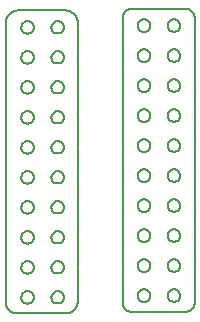
<source format=gbr>
G04 EAGLE Gerber RS-274X export*
G75*
%MOMM*%
%FSLAX34Y34*%
%LPD*%
%INStiffener_Top*%
%IPPOS*%
%AMOC8*
5,1,8,0,0,1.08239X$1,22.5*%
G01*
%ADD10C,0.152400*%


D10*
X-193040Y287020D02*
X-193286Y287017D01*
X-193531Y287008D01*
X-193776Y286993D01*
X-194021Y286973D01*
X-194265Y286946D01*
X-194508Y286913D01*
X-194751Y286875D01*
X-194992Y286831D01*
X-195232Y286781D01*
X-195471Y286725D01*
X-195709Y286663D01*
X-195945Y286596D01*
X-196180Y286523D01*
X-196412Y286444D01*
X-196643Y286360D01*
X-196871Y286270D01*
X-197098Y286175D01*
X-197321Y286074D01*
X-197543Y285968D01*
X-197762Y285856D01*
X-197978Y285740D01*
X-198191Y285618D01*
X-198401Y285491D01*
X-198608Y285359D01*
X-198812Y285222D01*
X-199012Y285080D01*
X-199209Y284933D01*
X-199402Y284781D01*
X-199592Y284625D01*
X-199777Y284465D01*
X-199959Y284300D01*
X-200137Y284130D01*
X-200310Y283957D01*
X-200480Y283779D01*
X-200645Y283597D01*
X-200805Y283412D01*
X-200961Y283222D01*
X-201113Y283029D01*
X-201260Y282832D01*
X-201402Y282632D01*
X-201539Y282428D01*
X-201671Y282221D01*
X-201798Y282011D01*
X-201920Y281798D01*
X-202036Y281582D01*
X-202148Y281363D01*
X-202254Y281141D01*
X-202355Y280918D01*
X-202450Y280691D01*
X-202540Y280463D01*
X-202624Y280232D01*
X-202703Y280000D01*
X-202776Y279765D01*
X-202843Y279529D01*
X-202905Y279291D01*
X-202961Y279052D01*
X-203011Y278812D01*
X-203055Y278571D01*
X-203093Y278328D01*
X-203126Y278085D01*
X-203153Y277841D01*
X-203173Y277596D01*
X-203188Y277351D01*
X-203197Y277106D01*
X-203200Y276860D01*
X-193040Y287020D02*
X-152400Y287020D01*
X-152154Y287017D01*
X-151909Y287008D01*
X-151664Y286993D01*
X-151419Y286973D01*
X-151175Y286946D01*
X-150932Y286913D01*
X-150689Y286875D01*
X-150448Y286831D01*
X-150208Y286781D01*
X-149969Y286725D01*
X-149731Y286663D01*
X-149495Y286596D01*
X-149260Y286523D01*
X-149028Y286444D01*
X-148797Y286360D01*
X-148569Y286270D01*
X-148342Y286175D01*
X-148119Y286074D01*
X-147897Y285968D01*
X-147678Y285856D01*
X-147462Y285740D01*
X-147249Y285618D01*
X-147039Y285491D01*
X-146832Y285359D01*
X-146628Y285222D01*
X-146428Y285080D01*
X-146231Y284933D01*
X-146038Y284781D01*
X-145848Y284625D01*
X-145663Y284465D01*
X-145481Y284300D01*
X-145303Y284130D01*
X-145130Y283957D01*
X-144960Y283779D01*
X-144795Y283597D01*
X-144635Y283412D01*
X-144479Y283222D01*
X-144327Y283029D01*
X-144180Y282832D01*
X-144038Y282632D01*
X-143901Y282428D01*
X-143769Y282221D01*
X-143642Y282011D01*
X-143520Y281798D01*
X-143404Y281582D01*
X-143292Y281363D01*
X-143186Y281141D01*
X-143085Y280918D01*
X-142990Y280691D01*
X-142900Y280463D01*
X-142816Y280232D01*
X-142737Y280000D01*
X-142664Y279765D01*
X-142597Y279529D01*
X-142535Y279291D01*
X-142479Y279052D01*
X-142429Y278812D01*
X-142385Y278571D01*
X-142347Y278328D01*
X-142314Y278085D01*
X-142287Y277841D01*
X-142267Y277596D01*
X-142252Y277351D01*
X-142243Y277106D01*
X-142240Y276860D01*
X-142240Y40640D01*
X-142243Y40394D01*
X-142252Y40149D01*
X-142267Y39904D01*
X-142287Y39659D01*
X-142314Y39415D01*
X-142347Y39172D01*
X-142385Y38929D01*
X-142429Y38688D01*
X-142479Y38448D01*
X-142535Y38209D01*
X-142597Y37971D01*
X-142664Y37735D01*
X-142737Y37500D01*
X-142816Y37268D01*
X-142900Y37037D01*
X-142990Y36809D01*
X-143085Y36582D01*
X-143186Y36359D01*
X-143292Y36137D01*
X-143404Y35918D01*
X-143520Y35702D01*
X-143642Y35489D01*
X-143769Y35279D01*
X-143901Y35072D01*
X-144038Y34868D01*
X-144180Y34668D01*
X-144327Y34471D01*
X-144479Y34278D01*
X-144635Y34088D01*
X-144795Y33903D01*
X-144960Y33721D01*
X-145130Y33543D01*
X-145303Y33370D01*
X-145481Y33200D01*
X-145663Y33035D01*
X-145848Y32875D01*
X-146038Y32719D01*
X-146231Y32567D01*
X-146428Y32420D01*
X-146628Y32278D01*
X-146832Y32141D01*
X-147039Y32009D01*
X-147249Y31882D01*
X-147462Y31760D01*
X-147678Y31644D01*
X-147897Y31532D01*
X-148119Y31426D01*
X-148342Y31325D01*
X-148569Y31230D01*
X-148797Y31140D01*
X-149028Y31056D01*
X-149260Y30977D01*
X-149495Y30904D01*
X-149731Y30837D01*
X-149969Y30775D01*
X-150208Y30719D01*
X-150448Y30669D01*
X-150689Y30625D01*
X-150932Y30587D01*
X-151175Y30554D01*
X-151419Y30527D01*
X-151664Y30507D01*
X-151909Y30492D01*
X-152154Y30483D01*
X-152400Y30480D01*
X-193040Y30480D01*
X-193286Y30483D01*
X-193531Y30492D01*
X-193776Y30507D01*
X-194021Y30527D01*
X-194265Y30554D01*
X-194508Y30587D01*
X-194751Y30625D01*
X-194992Y30669D01*
X-195232Y30719D01*
X-195471Y30775D01*
X-195709Y30837D01*
X-195945Y30904D01*
X-196180Y30977D01*
X-196412Y31056D01*
X-196643Y31140D01*
X-196871Y31230D01*
X-197098Y31325D01*
X-197321Y31426D01*
X-197543Y31532D01*
X-197762Y31644D01*
X-197978Y31760D01*
X-198191Y31882D01*
X-198401Y32009D01*
X-198608Y32141D01*
X-198812Y32278D01*
X-199012Y32420D01*
X-199209Y32567D01*
X-199402Y32719D01*
X-199592Y32875D01*
X-199777Y33035D01*
X-199959Y33200D01*
X-200137Y33370D01*
X-200310Y33543D01*
X-200480Y33721D01*
X-200645Y33903D01*
X-200805Y34088D01*
X-200961Y34278D01*
X-201113Y34471D01*
X-201260Y34668D01*
X-201402Y34868D01*
X-201539Y35072D01*
X-201671Y35279D01*
X-201798Y35489D01*
X-201920Y35702D01*
X-202036Y35918D01*
X-202148Y36137D01*
X-202254Y36359D01*
X-202355Y36582D01*
X-202450Y36809D01*
X-202540Y37037D01*
X-202624Y37268D01*
X-202703Y37500D01*
X-202776Y37735D01*
X-202843Y37971D01*
X-202905Y38209D01*
X-202961Y38448D01*
X-203011Y38688D01*
X-203055Y38929D01*
X-203093Y39172D01*
X-203126Y39415D01*
X-203153Y39659D01*
X-203173Y39904D01*
X-203188Y40149D01*
X-203197Y40394D01*
X-203200Y40640D01*
X-203200Y276860D01*
X-104140Y280924D02*
X-104138Y281108D01*
X-104131Y281292D01*
X-104120Y281476D01*
X-104104Y281659D01*
X-104084Y281842D01*
X-104060Y282025D01*
X-104031Y282207D01*
X-103998Y282388D01*
X-103960Y282568D01*
X-103919Y282748D01*
X-103872Y282926D01*
X-103822Y283103D01*
X-103767Y283279D01*
X-103708Y283453D01*
X-103645Y283626D01*
X-103577Y283797D01*
X-103506Y283967D01*
X-103430Y284135D01*
X-103351Y284301D01*
X-103267Y284465D01*
X-103180Y284627D01*
X-103088Y284787D01*
X-102993Y284945D01*
X-102894Y285100D01*
X-102791Y285253D01*
X-102685Y285403D01*
X-102575Y285551D01*
X-102461Y285696D01*
X-102344Y285838D01*
X-102224Y285977D01*
X-102100Y286113D01*
X-101973Y286247D01*
X-101843Y286377D01*
X-101709Y286504D01*
X-101573Y286628D01*
X-101434Y286748D01*
X-101292Y286865D01*
X-101147Y286979D01*
X-100999Y287089D01*
X-100849Y287195D01*
X-100696Y287298D01*
X-100541Y287397D01*
X-100383Y287492D01*
X-100223Y287584D01*
X-100061Y287671D01*
X-99897Y287755D01*
X-99731Y287834D01*
X-99563Y287910D01*
X-99393Y287981D01*
X-99222Y288049D01*
X-99049Y288112D01*
X-98875Y288171D01*
X-98699Y288226D01*
X-98522Y288276D01*
X-98344Y288323D01*
X-98164Y288364D01*
X-97984Y288402D01*
X-97803Y288435D01*
X-97621Y288464D01*
X-97438Y288488D01*
X-97255Y288508D01*
X-97072Y288524D01*
X-96888Y288535D01*
X-96704Y288542D01*
X-96520Y288544D01*
X-50800Y288544D01*
X-50616Y288542D01*
X-50432Y288535D01*
X-50248Y288524D01*
X-50065Y288508D01*
X-49882Y288488D01*
X-49699Y288464D01*
X-49517Y288435D01*
X-49336Y288402D01*
X-49156Y288364D01*
X-48976Y288323D01*
X-48798Y288276D01*
X-48621Y288226D01*
X-48445Y288171D01*
X-48271Y288112D01*
X-48098Y288049D01*
X-47927Y287981D01*
X-47757Y287910D01*
X-47589Y287834D01*
X-47423Y287755D01*
X-47259Y287671D01*
X-47097Y287584D01*
X-46937Y287492D01*
X-46779Y287397D01*
X-46624Y287298D01*
X-46471Y287195D01*
X-46321Y287089D01*
X-46173Y286979D01*
X-46028Y286865D01*
X-45886Y286748D01*
X-45747Y286628D01*
X-45611Y286504D01*
X-45477Y286377D01*
X-45347Y286247D01*
X-45220Y286113D01*
X-45096Y285977D01*
X-44976Y285838D01*
X-44859Y285696D01*
X-44745Y285551D01*
X-44635Y285403D01*
X-44529Y285253D01*
X-44426Y285100D01*
X-44327Y284945D01*
X-44232Y284787D01*
X-44140Y284627D01*
X-44053Y284465D01*
X-43969Y284301D01*
X-43890Y284135D01*
X-43814Y283967D01*
X-43743Y283797D01*
X-43675Y283626D01*
X-43612Y283453D01*
X-43553Y283279D01*
X-43498Y283103D01*
X-43448Y282926D01*
X-43401Y282748D01*
X-43360Y282568D01*
X-43322Y282388D01*
X-43289Y282207D01*
X-43260Y282025D01*
X-43236Y281842D01*
X-43216Y281659D01*
X-43200Y281476D01*
X-43189Y281292D01*
X-43182Y281108D01*
X-43180Y280924D01*
X-43180Y39624D01*
X-43182Y39440D01*
X-43189Y39256D01*
X-43200Y39072D01*
X-43216Y38889D01*
X-43236Y38706D01*
X-43260Y38523D01*
X-43289Y38341D01*
X-43322Y38160D01*
X-43360Y37980D01*
X-43401Y37800D01*
X-43448Y37622D01*
X-43498Y37445D01*
X-43553Y37269D01*
X-43612Y37095D01*
X-43675Y36922D01*
X-43743Y36751D01*
X-43814Y36581D01*
X-43890Y36413D01*
X-43969Y36247D01*
X-44053Y36083D01*
X-44140Y35921D01*
X-44232Y35761D01*
X-44327Y35603D01*
X-44426Y35448D01*
X-44529Y35295D01*
X-44635Y35145D01*
X-44745Y34997D01*
X-44859Y34852D01*
X-44976Y34710D01*
X-45096Y34571D01*
X-45220Y34435D01*
X-45347Y34301D01*
X-45477Y34171D01*
X-45611Y34044D01*
X-45747Y33920D01*
X-45886Y33800D01*
X-46028Y33683D01*
X-46173Y33569D01*
X-46321Y33459D01*
X-46471Y33353D01*
X-46624Y33250D01*
X-46779Y33151D01*
X-46937Y33056D01*
X-47097Y32964D01*
X-47259Y32877D01*
X-47423Y32793D01*
X-47589Y32714D01*
X-47757Y32638D01*
X-47927Y32567D01*
X-48098Y32499D01*
X-48271Y32436D01*
X-48445Y32377D01*
X-48621Y32322D01*
X-48798Y32272D01*
X-48976Y32225D01*
X-49156Y32184D01*
X-49336Y32146D01*
X-49517Y32113D01*
X-49699Y32084D01*
X-49882Y32060D01*
X-50065Y32040D01*
X-50248Y32024D01*
X-50432Y32013D01*
X-50616Y32006D01*
X-50800Y32004D01*
X-96520Y32004D01*
X-96704Y32006D01*
X-96888Y32013D01*
X-97072Y32024D01*
X-97255Y32040D01*
X-97438Y32060D01*
X-97621Y32084D01*
X-97803Y32113D01*
X-97984Y32146D01*
X-98164Y32184D01*
X-98344Y32225D01*
X-98522Y32272D01*
X-98699Y32322D01*
X-98875Y32377D01*
X-99049Y32436D01*
X-99222Y32499D01*
X-99393Y32567D01*
X-99563Y32638D01*
X-99731Y32714D01*
X-99897Y32793D01*
X-100061Y32877D01*
X-100223Y32964D01*
X-100383Y33056D01*
X-100541Y33151D01*
X-100696Y33250D01*
X-100849Y33353D01*
X-100999Y33459D01*
X-101147Y33569D01*
X-101292Y33683D01*
X-101434Y33800D01*
X-101573Y33920D01*
X-101709Y34044D01*
X-101843Y34171D01*
X-101973Y34301D01*
X-102100Y34435D01*
X-102224Y34571D01*
X-102344Y34710D01*
X-102461Y34852D01*
X-102575Y34997D01*
X-102685Y35145D01*
X-102791Y35295D01*
X-102894Y35448D01*
X-102993Y35603D01*
X-103088Y35761D01*
X-103180Y35921D01*
X-103267Y36083D01*
X-103351Y36247D01*
X-103430Y36413D01*
X-103506Y36581D01*
X-103577Y36751D01*
X-103645Y36922D01*
X-103708Y37095D01*
X-103767Y37269D01*
X-103822Y37445D01*
X-103872Y37622D01*
X-103919Y37800D01*
X-103960Y37980D01*
X-103998Y38160D01*
X-104031Y38341D01*
X-104060Y38523D01*
X-104084Y38706D01*
X-104104Y38889D01*
X-104120Y39072D01*
X-104131Y39256D01*
X-104138Y39440D01*
X-104140Y39624D01*
X-104140Y280924D01*
X-91446Y274320D02*
X-91444Y274466D01*
X-91438Y274612D01*
X-91428Y274757D01*
X-91414Y274902D01*
X-91396Y275047D01*
X-91374Y275191D01*
X-91349Y275335D01*
X-91319Y275478D01*
X-91285Y275620D01*
X-91248Y275761D01*
X-91207Y275901D01*
X-91162Y276039D01*
X-91113Y276177D01*
X-91060Y276313D01*
X-91004Y276447D01*
X-90944Y276580D01*
X-90880Y276712D01*
X-90813Y276841D01*
X-90743Y276969D01*
X-90669Y277095D01*
X-90591Y277218D01*
X-90510Y277340D01*
X-90426Y277459D01*
X-90339Y277576D01*
X-90248Y277690D01*
X-90155Y277802D01*
X-90058Y277911D01*
X-89959Y278018D01*
X-89856Y278122D01*
X-89751Y278223D01*
X-89643Y278321D01*
X-89532Y278416D01*
X-89419Y278508D01*
X-89303Y278597D01*
X-89185Y278683D01*
X-89065Y278765D01*
X-88943Y278844D01*
X-88818Y278920D01*
X-88691Y278992D01*
X-88563Y279061D01*
X-88432Y279127D01*
X-88300Y279188D01*
X-88166Y279247D01*
X-88031Y279301D01*
X-87894Y279352D01*
X-87756Y279399D01*
X-87617Y279442D01*
X-87476Y279481D01*
X-87335Y279517D01*
X-87192Y279548D01*
X-87049Y279576D01*
X-86905Y279600D01*
X-86761Y279620D01*
X-86616Y279636D01*
X-86470Y279648D01*
X-86325Y279656D01*
X-86179Y279660D01*
X-86033Y279660D01*
X-85887Y279656D01*
X-85742Y279648D01*
X-85596Y279636D01*
X-85451Y279620D01*
X-85307Y279600D01*
X-85163Y279576D01*
X-85020Y279548D01*
X-84877Y279517D01*
X-84736Y279481D01*
X-84595Y279442D01*
X-84456Y279399D01*
X-84318Y279352D01*
X-84181Y279301D01*
X-84046Y279247D01*
X-83912Y279188D01*
X-83780Y279127D01*
X-83649Y279061D01*
X-83521Y278992D01*
X-83394Y278920D01*
X-83269Y278844D01*
X-83147Y278765D01*
X-83027Y278683D01*
X-82909Y278597D01*
X-82793Y278508D01*
X-82680Y278416D01*
X-82569Y278321D01*
X-82461Y278223D01*
X-82356Y278122D01*
X-82253Y278018D01*
X-82154Y277911D01*
X-82057Y277802D01*
X-81964Y277690D01*
X-81873Y277576D01*
X-81786Y277459D01*
X-81702Y277340D01*
X-81621Y277218D01*
X-81543Y277095D01*
X-81469Y276969D01*
X-81399Y276841D01*
X-81332Y276712D01*
X-81268Y276580D01*
X-81208Y276447D01*
X-81152Y276313D01*
X-81099Y276177D01*
X-81050Y276039D01*
X-81005Y275901D01*
X-80964Y275761D01*
X-80927Y275620D01*
X-80893Y275478D01*
X-80863Y275335D01*
X-80838Y275191D01*
X-80816Y275047D01*
X-80798Y274902D01*
X-80784Y274757D01*
X-80774Y274612D01*
X-80768Y274466D01*
X-80766Y274320D01*
X-80768Y274174D01*
X-80774Y274028D01*
X-80784Y273883D01*
X-80798Y273738D01*
X-80816Y273593D01*
X-80838Y273449D01*
X-80863Y273305D01*
X-80893Y273162D01*
X-80927Y273020D01*
X-80964Y272879D01*
X-81005Y272739D01*
X-81050Y272601D01*
X-81099Y272463D01*
X-81152Y272327D01*
X-81208Y272193D01*
X-81268Y272060D01*
X-81332Y271928D01*
X-81399Y271799D01*
X-81469Y271671D01*
X-81543Y271545D01*
X-81621Y271422D01*
X-81702Y271300D01*
X-81786Y271181D01*
X-81873Y271064D01*
X-81964Y270950D01*
X-82057Y270838D01*
X-82154Y270729D01*
X-82253Y270622D01*
X-82356Y270518D01*
X-82461Y270417D01*
X-82569Y270319D01*
X-82680Y270224D01*
X-82793Y270132D01*
X-82909Y270043D01*
X-83027Y269957D01*
X-83147Y269875D01*
X-83269Y269796D01*
X-83394Y269720D01*
X-83521Y269648D01*
X-83649Y269579D01*
X-83780Y269513D01*
X-83912Y269452D01*
X-84046Y269393D01*
X-84181Y269339D01*
X-84318Y269288D01*
X-84456Y269241D01*
X-84595Y269198D01*
X-84736Y269159D01*
X-84877Y269123D01*
X-85020Y269092D01*
X-85163Y269064D01*
X-85307Y269040D01*
X-85451Y269020D01*
X-85596Y269004D01*
X-85742Y268992D01*
X-85887Y268984D01*
X-86033Y268980D01*
X-86179Y268980D01*
X-86325Y268984D01*
X-86470Y268992D01*
X-86616Y269004D01*
X-86761Y269020D01*
X-86905Y269040D01*
X-87049Y269064D01*
X-87192Y269092D01*
X-87335Y269123D01*
X-87476Y269159D01*
X-87617Y269198D01*
X-87756Y269241D01*
X-87894Y269288D01*
X-88031Y269339D01*
X-88166Y269393D01*
X-88300Y269452D01*
X-88432Y269513D01*
X-88563Y269579D01*
X-88691Y269648D01*
X-88818Y269720D01*
X-88943Y269796D01*
X-89065Y269875D01*
X-89185Y269957D01*
X-89303Y270043D01*
X-89419Y270132D01*
X-89532Y270224D01*
X-89643Y270319D01*
X-89751Y270417D01*
X-89856Y270518D01*
X-89959Y270622D01*
X-90058Y270729D01*
X-90155Y270838D01*
X-90248Y270950D01*
X-90339Y271064D01*
X-90426Y271181D01*
X-90510Y271300D01*
X-90591Y271422D01*
X-90669Y271545D01*
X-90743Y271671D01*
X-90813Y271799D01*
X-90880Y271928D01*
X-90944Y272060D01*
X-91004Y272193D01*
X-91060Y272327D01*
X-91113Y272463D01*
X-91162Y272601D01*
X-91207Y272739D01*
X-91248Y272879D01*
X-91285Y273020D01*
X-91319Y273162D01*
X-91349Y273305D01*
X-91374Y273449D01*
X-91396Y273593D01*
X-91414Y273738D01*
X-91428Y273883D01*
X-91438Y274028D01*
X-91444Y274174D01*
X-91446Y274320D01*
X-65942Y274320D02*
X-65940Y274464D01*
X-65934Y274608D01*
X-65924Y274752D01*
X-65910Y274896D01*
X-65892Y275039D01*
X-65871Y275182D01*
X-65845Y275324D01*
X-65815Y275465D01*
X-65782Y275605D01*
X-65744Y275745D01*
X-65703Y275883D01*
X-65658Y276020D01*
X-65610Y276156D01*
X-65557Y276290D01*
X-65501Y276423D01*
X-65441Y276555D01*
X-65378Y276684D01*
X-65311Y276812D01*
X-65241Y276938D01*
X-65167Y277062D01*
X-65089Y277184D01*
X-65009Y277304D01*
X-64925Y277421D01*
X-64838Y277536D01*
X-64748Y277649D01*
X-64655Y277759D01*
X-64558Y277866D01*
X-64459Y277971D01*
X-64357Y278073D01*
X-64252Y278172D01*
X-64145Y278269D01*
X-64035Y278362D01*
X-63922Y278452D01*
X-63807Y278539D01*
X-63690Y278623D01*
X-63570Y278703D01*
X-63448Y278781D01*
X-63324Y278855D01*
X-63198Y278925D01*
X-63070Y278992D01*
X-62941Y279055D01*
X-62809Y279115D01*
X-62676Y279171D01*
X-62542Y279224D01*
X-62406Y279272D01*
X-62269Y279317D01*
X-62131Y279358D01*
X-61991Y279396D01*
X-61851Y279429D01*
X-61710Y279459D01*
X-61568Y279485D01*
X-61425Y279506D01*
X-61282Y279524D01*
X-61138Y279538D01*
X-60994Y279548D01*
X-60850Y279554D01*
X-60706Y279556D01*
X-60562Y279554D01*
X-60418Y279548D01*
X-60274Y279538D01*
X-60130Y279524D01*
X-59987Y279506D01*
X-59844Y279485D01*
X-59702Y279459D01*
X-59561Y279429D01*
X-59421Y279396D01*
X-59281Y279358D01*
X-59143Y279317D01*
X-59006Y279272D01*
X-58870Y279224D01*
X-58736Y279171D01*
X-58603Y279115D01*
X-58471Y279055D01*
X-58342Y278992D01*
X-58214Y278925D01*
X-58088Y278855D01*
X-57964Y278781D01*
X-57842Y278703D01*
X-57722Y278623D01*
X-57605Y278539D01*
X-57490Y278452D01*
X-57377Y278362D01*
X-57267Y278269D01*
X-57160Y278172D01*
X-57055Y278073D01*
X-56953Y277971D01*
X-56854Y277866D01*
X-56757Y277759D01*
X-56664Y277649D01*
X-56574Y277536D01*
X-56487Y277421D01*
X-56403Y277304D01*
X-56323Y277184D01*
X-56245Y277062D01*
X-56171Y276938D01*
X-56101Y276812D01*
X-56034Y276684D01*
X-55971Y276555D01*
X-55911Y276423D01*
X-55855Y276290D01*
X-55802Y276156D01*
X-55754Y276020D01*
X-55709Y275883D01*
X-55668Y275745D01*
X-55630Y275605D01*
X-55597Y275465D01*
X-55567Y275324D01*
X-55541Y275182D01*
X-55520Y275039D01*
X-55502Y274896D01*
X-55488Y274752D01*
X-55478Y274608D01*
X-55472Y274464D01*
X-55470Y274320D01*
X-55472Y274176D01*
X-55478Y274032D01*
X-55488Y273888D01*
X-55502Y273744D01*
X-55520Y273601D01*
X-55541Y273458D01*
X-55567Y273316D01*
X-55597Y273175D01*
X-55630Y273035D01*
X-55668Y272895D01*
X-55709Y272757D01*
X-55754Y272620D01*
X-55802Y272484D01*
X-55855Y272350D01*
X-55911Y272217D01*
X-55971Y272085D01*
X-56034Y271956D01*
X-56101Y271828D01*
X-56171Y271702D01*
X-56245Y271578D01*
X-56323Y271456D01*
X-56403Y271336D01*
X-56487Y271219D01*
X-56574Y271104D01*
X-56664Y270991D01*
X-56757Y270881D01*
X-56854Y270774D01*
X-56953Y270669D01*
X-57055Y270567D01*
X-57160Y270468D01*
X-57267Y270371D01*
X-57377Y270278D01*
X-57490Y270188D01*
X-57605Y270101D01*
X-57722Y270017D01*
X-57842Y269937D01*
X-57964Y269859D01*
X-58088Y269785D01*
X-58214Y269715D01*
X-58342Y269648D01*
X-58471Y269585D01*
X-58603Y269525D01*
X-58736Y269469D01*
X-58870Y269416D01*
X-59006Y269368D01*
X-59143Y269323D01*
X-59281Y269282D01*
X-59421Y269244D01*
X-59561Y269211D01*
X-59702Y269181D01*
X-59844Y269155D01*
X-59987Y269134D01*
X-60130Y269116D01*
X-60274Y269102D01*
X-60418Y269092D01*
X-60562Y269086D01*
X-60706Y269084D01*
X-60850Y269086D01*
X-60994Y269092D01*
X-61138Y269102D01*
X-61282Y269116D01*
X-61425Y269134D01*
X-61568Y269155D01*
X-61710Y269181D01*
X-61851Y269211D01*
X-61991Y269244D01*
X-62131Y269282D01*
X-62269Y269323D01*
X-62406Y269368D01*
X-62542Y269416D01*
X-62676Y269469D01*
X-62809Y269525D01*
X-62941Y269585D01*
X-63070Y269648D01*
X-63198Y269715D01*
X-63324Y269785D01*
X-63448Y269859D01*
X-63570Y269937D01*
X-63690Y270017D01*
X-63807Y270101D01*
X-63922Y270188D01*
X-64035Y270278D01*
X-64145Y270371D01*
X-64252Y270468D01*
X-64357Y270567D01*
X-64459Y270669D01*
X-64558Y270774D01*
X-64655Y270881D01*
X-64748Y270991D01*
X-64838Y271104D01*
X-64925Y271219D01*
X-65009Y271336D01*
X-65089Y271456D01*
X-65167Y271578D01*
X-65241Y271702D01*
X-65311Y271828D01*
X-65378Y271956D01*
X-65441Y272085D01*
X-65501Y272217D01*
X-65557Y272350D01*
X-65610Y272484D01*
X-65658Y272620D01*
X-65703Y272757D01*
X-65744Y272895D01*
X-65782Y273035D01*
X-65815Y273175D01*
X-65845Y273316D01*
X-65871Y273458D01*
X-65892Y273601D01*
X-65910Y273744D01*
X-65924Y273888D01*
X-65934Y274032D01*
X-65940Y274176D01*
X-65942Y274320D01*
X-91446Y248920D02*
X-91444Y249066D01*
X-91438Y249212D01*
X-91428Y249357D01*
X-91414Y249502D01*
X-91396Y249647D01*
X-91374Y249791D01*
X-91349Y249935D01*
X-91319Y250078D01*
X-91285Y250220D01*
X-91248Y250361D01*
X-91207Y250501D01*
X-91162Y250639D01*
X-91113Y250777D01*
X-91060Y250913D01*
X-91004Y251047D01*
X-90944Y251180D01*
X-90880Y251312D01*
X-90813Y251441D01*
X-90743Y251569D01*
X-90669Y251695D01*
X-90591Y251818D01*
X-90510Y251940D01*
X-90426Y252059D01*
X-90339Y252176D01*
X-90248Y252290D01*
X-90155Y252402D01*
X-90058Y252511D01*
X-89959Y252618D01*
X-89856Y252722D01*
X-89751Y252823D01*
X-89643Y252921D01*
X-89532Y253016D01*
X-89419Y253108D01*
X-89303Y253197D01*
X-89185Y253283D01*
X-89065Y253365D01*
X-88943Y253444D01*
X-88818Y253520D01*
X-88691Y253592D01*
X-88563Y253661D01*
X-88432Y253727D01*
X-88300Y253788D01*
X-88166Y253847D01*
X-88031Y253901D01*
X-87894Y253952D01*
X-87756Y253999D01*
X-87617Y254042D01*
X-87476Y254081D01*
X-87335Y254117D01*
X-87192Y254148D01*
X-87049Y254176D01*
X-86905Y254200D01*
X-86761Y254220D01*
X-86616Y254236D01*
X-86470Y254248D01*
X-86325Y254256D01*
X-86179Y254260D01*
X-86033Y254260D01*
X-85887Y254256D01*
X-85742Y254248D01*
X-85596Y254236D01*
X-85451Y254220D01*
X-85307Y254200D01*
X-85163Y254176D01*
X-85020Y254148D01*
X-84877Y254117D01*
X-84736Y254081D01*
X-84595Y254042D01*
X-84456Y253999D01*
X-84318Y253952D01*
X-84181Y253901D01*
X-84046Y253847D01*
X-83912Y253788D01*
X-83780Y253727D01*
X-83649Y253661D01*
X-83521Y253592D01*
X-83394Y253520D01*
X-83269Y253444D01*
X-83147Y253365D01*
X-83027Y253283D01*
X-82909Y253197D01*
X-82793Y253108D01*
X-82680Y253016D01*
X-82569Y252921D01*
X-82461Y252823D01*
X-82356Y252722D01*
X-82253Y252618D01*
X-82154Y252511D01*
X-82057Y252402D01*
X-81964Y252290D01*
X-81873Y252176D01*
X-81786Y252059D01*
X-81702Y251940D01*
X-81621Y251818D01*
X-81543Y251695D01*
X-81469Y251569D01*
X-81399Y251441D01*
X-81332Y251312D01*
X-81268Y251180D01*
X-81208Y251047D01*
X-81152Y250913D01*
X-81099Y250777D01*
X-81050Y250639D01*
X-81005Y250501D01*
X-80964Y250361D01*
X-80927Y250220D01*
X-80893Y250078D01*
X-80863Y249935D01*
X-80838Y249791D01*
X-80816Y249647D01*
X-80798Y249502D01*
X-80784Y249357D01*
X-80774Y249212D01*
X-80768Y249066D01*
X-80766Y248920D01*
X-80768Y248774D01*
X-80774Y248628D01*
X-80784Y248483D01*
X-80798Y248338D01*
X-80816Y248193D01*
X-80838Y248049D01*
X-80863Y247905D01*
X-80893Y247762D01*
X-80927Y247620D01*
X-80964Y247479D01*
X-81005Y247339D01*
X-81050Y247201D01*
X-81099Y247063D01*
X-81152Y246927D01*
X-81208Y246793D01*
X-81268Y246660D01*
X-81332Y246528D01*
X-81399Y246399D01*
X-81469Y246271D01*
X-81543Y246145D01*
X-81621Y246022D01*
X-81702Y245900D01*
X-81786Y245781D01*
X-81873Y245664D01*
X-81964Y245550D01*
X-82057Y245438D01*
X-82154Y245329D01*
X-82253Y245222D01*
X-82356Y245118D01*
X-82461Y245017D01*
X-82569Y244919D01*
X-82680Y244824D01*
X-82793Y244732D01*
X-82909Y244643D01*
X-83027Y244557D01*
X-83147Y244475D01*
X-83269Y244396D01*
X-83394Y244320D01*
X-83521Y244248D01*
X-83649Y244179D01*
X-83780Y244113D01*
X-83912Y244052D01*
X-84046Y243993D01*
X-84181Y243939D01*
X-84318Y243888D01*
X-84456Y243841D01*
X-84595Y243798D01*
X-84736Y243759D01*
X-84877Y243723D01*
X-85020Y243692D01*
X-85163Y243664D01*
X-85307Y243640D01*
X-85451Y243620D01*
X-85596Y243604D01*
X-85742Y243592D01*
X-85887Y243584D01*
X-86033Y243580D01*
X-86179Y243580D01*
X-86325Y243584D01*
X-86470Y243592D01*
X-86616Y243604D01*
X-86761Y243620D01*
X-86905Y243640D01*
X-87049Y243664D01*
X-87192Y243692D01*
X-87335Y243723D01*
X-87476Y243759D01*
X-87617Y243798D01*
X-87756Y243841D01*
X-87894Y243888D01*
X-88031Y243939D01*
X-88166Y243993D01*
X-88300Y244052D01*
X-88432Y244113D01*
X-88563Y244179D01*
X-88691Y244248D01*
X-88818Y244320D01*
X-88943Y244396D01*
X-89065Y244475D01*
X-89185Y244557D01*
X-89303Y244643D01*
X-89419Y244732D01*
X-89532Y244824D01*
X-89643Y244919D01*
X-89751Y245017D01*
X-89856Y245118D01*
X-89959Y245222D01*
X-90058Y245329D01*
X-90155Y245438D01*
X-90248Y245550D01*
X-90339Y245664D01*
X-90426Y245781D01*
X-90510Y245900D01*
X-90591Y246022D01*
X-90669Y246145D01*
X-90743Y246271D01*
X-90813Y246399D01*
X-90880Y246528D01*
X-90944Y246660D01*
X-91004Y246793D01*
X-91060Y246927D01*
X-91113Y247063D01*
X-91162Y247201D01*
X-91207Y247339D01*
X-91248Y247479D01*
X-91285Y247620D01*
X-91319Y247762D01*
X-91349Y247905D01*
X-91374Y248049D01*
X-91396Y248193D01*
X-91414Y248338D01*
X-91428Y248483D01*
X-91438Y248628D01*
X-91444Y248774D01*
X-91446Y248920D01*
X-65942Y248920D02*
X-65940Y249064D01*
X-65934Y249208D01*
X-65924Y249352D01*
X-65910Y249496D01*
X-65892Y249639D01*
X-65871Y249782D01*
X-65845Y249924D01*
X-65815Y250065D01*
X-65782Y250205D01*
X-65744Y250345D01*
X-65703Y250483D01*
X-65658Y250620D01*
X-65610Y250756D01*
X-65557Y250890D01*
X-65501Y251023D01*
X-65441Y251155D01*
X-65378Y251284D01*
X-65311Y251412D01*
X-65241Y251538D01*
X-65167Y251662D01*
X-65089Y251784D01*
X-65009Y251904D01*
X-64925Y252021D01*
X-64838Y252136D01*
X-64748Y252249D01*
X-64655Y252359D01*
X-64558Y252466D01*
X-64459Y252571D01*
X-64357Y252673D01*
X-64252Y252772D01*
X-64145Y252869D01*
X-64035Y252962D01*
X-63922Y253052D01*
X-63807Y253139D01*
X-63690Y253223D01*
X-63570Y253303D01*
X-63448Y253381D01*
X-63324Y253455D01*
X-63198Y253525D01*
X-63070Y253592D01*
X-62941Y253655D01*
X-62809Y253715D01*
X-62676Y253771D01*
X-62542Y253824D01*
X-62406Y253872D01*
X-62269Y253917D01*
X-62131Y253958D01*
X-61991Y253996D01*
X-61851Y254029D01*
X-61710Y254059D01*
X-61568Y254085D01*
X-61425Y254106D01*
X-61282Y254124D01*
X-61138Y254138D01*
X-60994Y254148D01*
X-60850Y254154D01*
X-60706Y254156D01*
X-60562Y254154D01*
X-60418Y254148D01*
X-60274Y254138D01*
X-60130Y254124D01*
X-59987Y254106D01*
X-59844Y254085D01*
X-59702Y254059D01*
X-59561Y254029D01*
X-59421Y253996D01*
X-59281Y253958D01*
X-59143Y253917D01*
X-59006Y253872D01*
X-58870Y253824D01*
X-58736Y253771D01*
X-58603Y253715D01*
X-58471Y253655D01*
X-58342Y253592D01*
X-58214Y253525D01*
X-58088Y253455D01*
X-57964Y253381D01*
X-57842Y253303D01*
X-57722Y253223D01*
X-57605Y253139D01*
X-57490Y253052D01*
X-57377Y252962D01*
X-57267Y252869D01*
X-57160Y252772D01*
X-57055Y252673D01*
X-56953Y252571D01*
X-56854Y252466D01*
X-56757Y252359D01*
X-56664Y252249D01*
X-56574Y252136D01*
X-56487Y252021D01*
X-56403Y251904D01*
X-56323Y251784D01*
X-56245Y251662D01*
X-56171Y251538D01*
X-56101Y251412D01*
X-56034Y251284D01*
X-55971Y251155D01*
X-55911Y251023D01*
X-55855Y250890D01*
X-55802Y250756D01*
X-55754Y250620D01*
X-55709Y250483D01*
X-55668Y250345D01*
X-55630Y250205D01*
X-55597Y250065D01*
X-55567Y249924D01*
X-55541Y249782D01*
X-55520Y249639D01*
X-55502Y249496D01*
X-55488Y249352D01*
X-55478Y249208D01*
X-55472Y249064D01*
X-55470Y248920D01*
X-55472Y248776D01*
X-55478Y248632D01*
X-55488Y248488D01*
X-55502Y248344D01*
X-55520Y248201D01*
X-55541Y248058D01*
X-55567Y247916D01*
X-55597Y247775D01*
X-55630Y247635D01*
X-55668Y247495D01*
X-55709Y247357D01*
X-55754Y247220D01*
X-55802Y247084D01*
X-55855Y246950D01*
X-55911Y246817D01*
X-55971Y246685D01*
X-56034Y246556D01*
X-56101Y246428D01*
X-56171Y246302D01*
X-56245Y246178D01*
X-56323Y246056D01*
X-56403Y245936D01*
X-56487Y245819D01*
X-56574Y245704D01*
X-56664Y245591D01*
X-56757Y245481D01*
X-56854Y245374D01*
X-56953Y245269D01*
X-57055Y245167D01*
X-57160Y245068D01*
X-57267Y244971D01*
X-57377Y244878D01*
X-57490Y244788D01*
X-57605Y244701D01*
X-57722Y244617D01*
X-57842Y244537D01*
X-57964Y244459D01*
X-58088Y244385D01*
X-58214Y244315D01*
X-58342Y244248D01*
X-58471Y244185D01*
X-58603Y244125D01*
X-58736Y244069D01*
X-58870Y244016D01*
X-59006Y243968D01*
X-59143Y243923D01*
X-59281Y243882D01*
X-59421Y243844D01*
X-59561Y243811D01*
X-59702Y243781D01*
X-59844Y243755D01*
X-59987Y243734D01*
X-60130Y243716D01*
X-60274Y243702D01*
X-60418Y243692D01*
X-60562Y243686D01*
X-60706Y243684D01*
X-60850Y243686D01*
X-60994Y243692D01*
X-61138Y243702D01*
X-61282Y243716D01*
X-61425Y243734D01*
X-61568Y243755D01*
X-61710Y243781D01*
X-61851Y243811D01*
X-61991Y243844D01*
X-62131Y243882D01*
X-62269Y243923D01*
X-62406Y243968D01*
X-62542Y244016D01*
X-62676Y244069D01*
X-62809Y244125D01*
X-62941Y244185D01*
X-63070Y244248D01*
X-63198Y244315D01*
X-63324Y244385D01*
X-63448Y244459D01*
X-63570Y244537D01*
X-63690Y244617D01*
X-63807Y244701D01*
X-63922Y244788D01*
X-64035Y244878D01*
X-64145Y244971D01*
X-64252Y245068D01*
X-64357Y245167D01*
X-64459Y245269D01*
X-64558Y245374D01*
X-64655Y245481D01*
X-64748Y245591D01*
X-64838Y245704D01*
X-64925Y245819D01*
X-65009Y245936D01*
X-65089Y246056D01*
X-65167Y246178D01*
X-65241Y246302D01*
X-65311Y246428D01*
X-65378Y246556D01*
X-65441Y246685D01*
X-65501Y246817D01*
X-65557Y246950D01*
X-65610Y247084D01*
X-65658Y247220D01*
X-65703Y247357D01*
X-65744Y247495D01*
X-65782Y247635D01*
X-65815Y247775D01*
X-65845Y247916D01*
X-65871Y248058D01*
X-65892Y248201D01*
X-65910Y248344D01*
X-65924Y248488D01*
X-65934Y248632D01*
X-65940Y248776D01*
X-65942Y248920D01*
X-91446Y223520D02*
X-91444Y223666D01*
X-91438Y223812D01*
X-91428Y223957D01*
X-91414Y224102D01*
X-91396Y224247D01*
X-91374Y224391D01*
X-91349Y224535D01*
X-91319Y224678D01*
X-91285Y224820D01*
X-91248Y224961D01*
X-91207Y225101D01*
X-91162Y225239D01*
X-91113Y225377D01*
X-91060Y225513D01*
X-91004Y225647D01*
X-90944Y225780D01*
X-90880Y225912D01*
X-90813Y226041D01*
X-90743Y226169D01*
X-90669Y226295D01*
X-90591Y226418D01*
X-90510Y226540D01*
X-90426Y226659D01*
X-90339Y226776D01*
X-90248Y226890D01*
X-90155Y227002D01*
X-90058Y227111D01*
X-89959Y227218D01*
X-89856Y227322D01*
X-89751Y227423D01*
X-89643Y227521D01*
X-89532Y227616D01*
X-89419Y227708D01*
X-89303Y227797D01*
X-89185Y227883D01*
X-89065Y227965D01*
X-88943Y228044D01*
X-88818Y228120D01*
X-88691Y228192D01*
X-88563Y228261D01*
X-88432Y228327D01*
X-88300Y228388D01*
X-88166Y228447D01*
X-88031Y228501D01*
X-87894Y228552D01*
X-87756Y228599D01*
X-87617Y228642D01*
X-87476Y228681D01*
X-87335Y228717D01*
X-87192Y228748D01*
X-87049Y228776D01*
X-86905Y228800D01*
X-86761Y228820D01*
X-86616Y228836D01*
X-86470Y228848D01*
X-86325Y228856D01*
X-86179Y228860D01*
X-86033Y228860D01*
X-85887Y228856D01*
X-85742Y228848D01*
X-85596Y228836D01*
X-85451Y228820D01*
X-85307Y228800D01*
X-85163Y228776D01*
X-85020Y228748D01*
X-84877Y228717D01*
X-84736Y228681D01*
X-84595Y228642D01*
X-84456Y228599D01*
X-84318Y228552D01*
X-84181Y228501D01*
X-84046Y228447D01*
X-83912Y228388D01*
X-83780Y228327D01*
X-83649Y228261D01*
X-83521Y228192D01*
X-83394Y228120D01*
X-83269Y228044D01*
X-83147Y227965D01*
X-83027Y227883D01*
X-82909Y227797D01*
X-82793Y227708D01*
X-82680Y227616D01*
X-82569Y227521D01*
X-82461Y227423D01*
X-82356Y227322D01*
X-82253Y227218D01*
X-82154Y227111D01*
X-82057Y227002D01*
X-81964Y226890D01*
X-81873Y226776D01*
X-81786Y226659D01*
X-81702Y226540D01*
X-81621Y226418D01*
X-81543Y226295D01*
X-81469Y226169D01*
X-81399Y226041D01*
X-81332Y225912D01*
X-81268Y225780D01*
X-81208Y225647D01*
X-81152Y225513D01*
X-81099Y225377D01*
X-81050Y225239D01*
X-81005Y225101D01*
X-80964Y224961D01*
X-80927Y224820D01*
X-80893Y224678D01*
X-80863Y224535D01*
X-80838Y224391D01*
X-80816Y224247D01*
X-80798Y224102D01*
X-80784Y223957D01*
X-80774Y223812D01*
X-80768Y223666D01*
X-80766Y223520D01*
X-80768Y223374D01*
X-80774Y223228D01*
X-80784Y223083D01*
X-80798Y222938D01*
X-80816Y222793D01*
X-80838Y222649D01*
X-80863Y222505D01*
X-80893Y222362D01*
X-80927Y222220D01*
X-80964Y222079D01*
X-81005Y221939D01*
X-81050Y221801D01*
X-81099Y221663D01*
X-81152Y221527D01*
X-81208Y221393D01*
X-81268Y221260D01*
X-81332Y221128D01*
X-81399Y220999D01*
X-81469Y220871D01*
X-81543Y220745D01*
X-81621Y220622D01*
X-81702Y220500D01*
X-81786Y220381D01*
X-81873Y220264D01*
X-81964Y220150D01*
X-82057Y220038D01*
X-82154Y219929D01*
X-82253Y219822D01*
X-82356Y219718D01*
X-82461Y219617D01*
X-82569Y219519D01*
X-82680Y219424D01*
X-82793Y219332D01*
X-82909Y219243D01*
X-83027Y219157D01*
X-83147Y219075D01*
X-83269Y218996D01*
X-83394Y218920D01*
X-83521Y218848D01*
X-83649Y218779D01*
X-83780Y218713D01*
X-83912Y218652D01*
X-84046Y218593D01*
X-84181Y218539D01*
X-84318Y218488D01*
X-84456Y218441D01*
X-84595Y218398D01*
X-84736Y218359D01*
X-84877Y218323D01*
X-85020Y218292D01*
X-85163Y218264D01*
X-85307Y218240D01*
X-85451Y218220D01*
X-85596Y218204D01*
X-85742Y218192D01*
X-85887Y218184D01*
X-86033Y218180D01*
X-86179Y218180D01*
X-86325Y218184D01*
X-86470Y218192D01*
X-86616Y218204D01*
X-86761Y218220D01*
X-86905Y218240D01*
X-87049Y218264D01*
X-87192Y218292D01*
X-87335Y218323D01*
X-87476Y218359D01*
X-87617Y218398D01*
X-87756Y218441D01*
X-87894Y218488D01*
X-88031Y218539D01*
X-88166Y218593D01*
X-88300Y218652D01*
X-88432Y218713D01*
X-88563Y218779D01*
X-88691Y218848D01*
X-88818Y218920D01*
X-88943Y218996D01*
X-89065Y219075D01*
X-89185Y219157D01*
X-89303Y219243D01*
X-89419Y219332D01*
X-89532Y219424D01*
X-89643Y219519D01*
X-89751Y219617D01*
X-89856Y219718D01*
X-89959Y219822D01*
X-90058Y219929D01*
X-90155Y220038D01*
X-90248Y220150D01*
X-90339Y220264D01*
X-90426Y220381D01*
X-90510Y220500D01*
X-90591Y220622D01*
X-90669Y220745D01*
X-90743Y220871D01*
X-90813Y220999D01*
X-90880Y221128D01*
X-90944Y221260D01*
X-91004Y221393D01*
X-91060Y221527D01*
X-91113Y221663D01*
X-91162Y221801D01*
X-91207Y221939D01*
X-91248Y222079D01*
X-91285Y222220D01*
X-91319Y222362D01*
X-91349Y222505D01*
X-91374Y222649D01*
X-91396Y222793D01*
X-91414Y222938D01*
X-91428Y223083D01*
X-91438Y223228D01*
X-91444Y223374D01*
X-91446Y223520D01*
X-65942Y223520D02*
X-65940Y223664D01*
X-65934Y223808D01*
X-65924Y223952D01*
X-65910Y224096D01*
X-65892Y224239D01*
X-65871Y224382D01*
X-65845Y224524D01*
X-65815Y224665D01*
X-65782Y224805D01*
X-65744Y224945D01*
X-65703Y225083D01*
X-65658Y225220D01*
X-65610Y225356D01*
X-65557Y225490D01*
X-65501Y225623D01*
X-65441Y225755D01*
X-65378Y225884D01*
X-65311Y226012D01*
X-65241Y226138D01*
X-65167Y226262D01*
X-65089Y226384D01*
X-65009Y226504D01*
X-64925Y226621D01*
X-64838Y226736D01*
X-64748Y226849D01*
X-64655Y226959D01*
X-64558Y227066D01*
X-64459Y227171D01*
X-64357Y227273D01*
X-64252Y227372D01*
X-64145Y227469D01*
X-64035Y227562D01*
X-63922Y227652D01*
X-63807Y227739D01*
X-63690Y227823D01*
X-63570Y227903D01*
X-63448Y227981D01*
X-63324Y228055D01*
X-63198Y228125D01*
X-63070Y228192D01*
X-62941Y228255D01*
X-62809Y228315D01*
X-62676Y228371D01*
X-62542Y228424D01*
X-62406Y228472D01*
X-62269Y228517D01*
X-62131Y228558D01*
X-61991Y228596D01*
X-61851Y228629D01*
X-61710Y228659D01*
X-61568Y228685D01*
X-61425Y228706D01*
X-61282Y228724D01*
X-61138Y228738D01*
X-60994Y228748D01*
X-60850Y228754D01*
X-60706Y228756D01*
X-60562Y228754D01*
X-60418Y228748D01*
X-60274Y228738D01*
X-60130Y228724D01*
X-59987Y228706D01*
X-59844Y228685D01*
X-59702Y228659D01*
X-59561Y228629D01*
X-59421Y228596D01*
X-59281Y228558D01*
X-59143Y228517D01*
X-59006Y228472D01*
X-58870Y228424D01*
X-58736Y228371D01*
X-58603Y228315D01*
X-58471Y228255D01*
X-58342Y228192D01*
X-58214Y228125D01*
X-58088Y228055D01*
X-57964Y227981D01*
X-57842Y227903D01*
X-57722Y227823D01*
X-57605Y227739D01*
X-57490Y227652D01*
X-57377Y227562D01*
X-57267Y227469D01*
X-57160Y227372D01*
X-57055Y227273D01*
X-56953Y227171D01*
X-56854Y227066D01*
X-56757Y226959D01*
X-56664Y226849D01*
X-56574Y226736D01*
X-56487Y226621D01*
X-56403Y226504D01*
X-56323Y226384D01*
X-56245Y226262D01*
X-56171Y226138D01*
X-56101Y226012D01*
X-56034Y225884D01*
X-55971Y225755D01*
X-55911Y225623D01*
X-55855Y225490D01*
X-55802Y225356D01*
X-55754Y225220D01*
X-55709Y225083D01*
X-55668Y224945D01*
X-55630Y224805D01*
X-55597Y224665D01*
X-55567Y224524D01*
X-55541Y224382D01*
X-55520Y224239D01*
X-55502Y224096D01*
X-55488Y223952D01*
X-55478Y223808D01*
X-55472Y223664D01*
X-55470Y223520D01*
X-55472Y223376D01*
X-55478Y223232D01*
X-55488Y223088D01*
X-55502Y222944D01*
X-55520Y222801D01*
X-55541Y222658D01*
X-55567Y222516D01*
X-55597Y222375D01*
X-55630Y222235D01*
X-55668Y222095D01*
X-55709Y221957D01*
X-55754Y221820D01*
X-55802Y221684D01*
X-55855Y221550D01*
X-55911Y221417D01*
X-55971Y221285D01*
X-56034Y221156D01*
X-56101Y221028D01*
X-56171Y220902D01*
X-56245Y220778D01*
X-56323Y220656D01*
X-56403Y220536D01*
X-56487Y220419D01*
X-56574Y220304D01*
X-56664Y220191D01*
X-56757Y220081D01*
X-56854Y219974D01*
X-56953Y219869D01*
X-57055Y219767D01*
X-57160Y219668D01*
X-57267Y219571D01*
X-57377Y219478D01*
X-57490Y219388D01*
X-57605Y219301D01*
X-57722Y219217D01*
X-57842Y219137D01*
X-57964Y219059D01*
X-58088Y218985D01*
X-58214Y218915D01*
X-58342Y218848D01*
X-58471Y218785D01*
X-58603Y218725D01*
X-58736Y218669D01*
X-58870Y218616D01*
X-59006Y218568D01*
X-59143Y218523D01*
X-59281Y218482D01*
X-59421Y218444D01*
X-59561Y218411D01*
X-59702Y218381D01*
X-59844Y218355D01*
X-59987Y218334D01*
X-60130Y218316D01*
X-60274Y218302D01*
X-60418Y218292D01*
X-60562Y218286D01*
X-60706Y218284D01*
X-60850Y218286D01*
X-60994Y218292D01*
X-61138Y218302D01*
X-61282Y218316D01*
X-61425Y218334D01*
X-61568Y218355D01*
X-61710Y218381D01*
X-61851Y218411D01*
X-61991Y218444D01*
X-62131Y218482D01*
X-62269Y218523D01*
X-62406Y218568D01*
X-62542Y218616D01*
X-62676Y218669D01*
X-62809Y218725D01*
X-62941Y218785D01*
X-63070Y218848D01*
X-63198Y218915D01*
X-63324Y218985D01*
X-63448Y219059D01*
X-63570Y219137D01*
X-63690Y219217D01*
X-63807Y219301D01*
X-63922Y219388D01*
X-64035Y219478D01*
X-64145Y219571D01*
X-64252Y219668D01*
X-64357Y219767D01*
X-64459Y219869D01*
X-64558Y219974D01*
X-64655Y220081D01*
X-64748Y220191D01*
X-64838Y220304D01*
X-64925Y220419D01*
X-65009Y220536D01*
X-65089Y220656D01*
X-65167Y220778D01*
X-65241Y220902D01*
X-65311Y221028D01*
X-65378Y221156D01*
X-65441Y221285D01*
X-65501Y221417D01*
X-65557Y221550D01*
X-65610Y221684D01*
X-65658Y221820D01*
X-65703Y221957D01*
X-65744Y222095D01*
X-65782Y222235D01*
X-65815Y222375D01*
X-65845Y222516D01*
X-65871Y222658D01*
X-65892Y222801D01*
X-65910Y222944D01*
X-65924Y223088D01*
X-65934Y223232D01*
X-65940Y223376D01*
X-65942Y223520D01*
X-91446Y198120D02*
X-91444Y198266D01*
X-91438Y198412D01*
X-91428Y198557D01*
X-91414Y198702D01*
X-91396Y198847D01*
X-91374Y198991D01*
X-91349Y199135D01*
X-91319Y199278D01*
X-91285Y199420D01*
X-91248Y199561D01*
X-91207Y199701D01*
X-91162Y199839D01*
X-91113Y199977D01*
X-91060Y200113D01*
X-91004Y200247D01*
X-90944Y200380D01*
X-90880Y200512D01*
X-90813Y200641D01*
X-90743Y200769D01*
X-90669Y200895D01*
X-90591Y201018D01*
X-90510Y201140D01*
X-90426Y201259D01*
X-90339Y201376D01*
X-90248Y201490D01*
X-90155Y201602D01*
X-90058Y201711D01*
X-89959Y201818D01*
X-89856Y201922D01*
X-89751Y202023D01*
X-89643Y202121D01*
X-89532Y202216D01*
X-89419Y202308D01*
X-89303Y202397D01*
X-89185Y202483D01*
X-89065Y202565D01*
X-88943Y202644D01*
X-88818Y202720D01*
X-88691Y202792D01*
X-88563Y202861D01*
X-88432Y202927D01*
X-88300Y202988D01*
X-88166Y203047D01*
X-88031Y203101D01*
X-87894Y203152D01*
X-87756Y203199D01*
X-87617Y203242D01*
X-87476Y203281D01*
X-87335Y203317D01*
X-87192Y203348D01*
X-87049Y203376D01*
X-86905Y203400D01*
X-86761Y203420D01*
X-86616Y203436D01*
X-86470Y203448D01*
X-86325Y203456D01*
X-86179Y203460D01*
X-86033Y203460D01*
X-85887Y203456D01*
X-85742Y203448D01*
X-85596Y203436D01*
X-85451Y203420D01*
X-85307Y203400D01*
X-85163Y203376D01*
X-85020Y203348D01*
X-84877Y203317D01*
X-84736Y203281D01*
X-84595Y203242D01*
X-84456Y203199D01*
X-84318Y203152D01*
X-84181Y203101D01*
X-84046Y203047D01*
X-83912Y202988D01*
X-83780Y202927D01*
X-83649Y202861D01*
X-83521Y202792D01*
X-83394Y202720D01*
X-83269Y202644D01*
X-83147Y202565D01*
X-83027Y202483D01*
X-82909Y202397D01*
X-82793Y202308D01*
X-82680Y202216D01*
X-82569Y202121D01*
X-82461Y202023D01*
X-82356Y201922D01*
X-82253Y201818D01*
X-82154Y201711D01*
X-82057Y201602D01*
X-81964Y201490D01*
X-81873Y201376D01*
X-81786Y201259D01*
X-81702Y201140D01*
X-81621Y201018D01*
X-81543Y200895D01*
X-81469Y200769D01*
X-81399Y200641D01*
X-81332Y200512D01*
X-81268Y200380D01*
X-81208Y200247D01*
X-81152Y200113D01*
X-81099Y199977D01*
X-81050Y199839D01*
X-81005Y199701D01*
X-80964Y199561D01*
X-80927Y199420D01*
X-80893Y199278D01*
X-80863Y199135D01*
X-80838Y198991D01*
X-80816Y198847D01*
X-80798Y198702D01*
X-80784Y198557D01*
X-80774Y198412D01*
X-80768Y198266D01*
X-80766Y198120D01*
X-80768Y197974D01*
X-80774Y197828D01*
X-80784Y197683D01*
X-80798Y197538D01*
X-80816Y197393D01*
X-80838Y197249D01*
X-80863Y197105D01*
X-80893Y196962D01*
X-80927Y196820D01*
X-80964Y196679D01*
X-81005Y196539D01*
X-81050Y196401D01*
X-81099Y196263D01*
X-81152Y196127D01*
X-81208Y195993D01*
X-81268Y195860D01*
X-81332Y195728D01*
X-81399Y195599D01*
X-81469Y195471D01*
X-81543Y195345D01*
X-81621Y195222D01*
X-81702Y195100D01*
X-81786Y194981D01*
X-81873Y194864D01*
X-81964Y194750D01*
X-82057Y194638D01*
X-82154Y194529D01*
X-82253Y194422D01*
X-82356Y194318D01*
X-82461Y194217D01*
X-82569Y194119D01*
X-82680Y194024D01*
X-82793Y193932D01*
X-82909Y193843D01*
X-83027Y193757D01*
X-83147Y193675D01*
X-83269Y193596D01*
X-83394Y193520D01*
X-83521Y193448D01*
X-83649Y193379D01*
X-83780Y193313D01*
X-83912Y193252D01*
X-84046Y193193D01*
X-84181Y193139D01*
X-84318Y193088D01*
X-84456Y193041D01*
X-84595Y192998D01*
X-84736Y192959D01*
X-84877Y192923D01*
X-85020Y192892D01*
X-85163Y192864D01*
X-85307Y192840D01*
X-85451Y192820D01*
X-85596Y192804D01*
X-85742Y192792D01*
X-85887Y192784D01*
X-86033Y192780D01*
X-86179Y192780D01*
X-86325Y192784D01*
X-86470Y192792D01*
X-86616Y192804D01*
X-86761Y192820D01*
X-86905Y192840D01*
X-87049Y192864D01*
X-87192Y192892D01*
X-87335Y192923D01*
X-87476Y192959D01*
X-87617Y192998D01*
X-87756Y193041D01*
X-87894Y193088D01*
X-88031Y193139D01*
X-88166Y193193D01*
X-88300Y193252D01*
X-88432Y193313D01*
X-88563Y193379D01*
X-88691Y193448D01*
X-88818Y193520D01*
X-88943Y193596D01*
X-89065Y193675D01*
X-89185Y193757D01*
X-89303Y193843D01*
X-89419Y193932D01*
X-89532Y194024D01*
X-89643Y194119D01*
X-89751Y194217D01*
X-89856Y194318D01*
X-89959Y194422D01*
X-90058Y194529D01*
X-90155Y194638D01*
X-90248Y194750D01*
X-90339Y194864D01*
X-90426Y194981D01*
X-90510Y195100D01*
X-90591Y195222D01*
X-90669Y195345D01*
X-90743Y195471D01*
X-90813Y195599D01*
X-90880Y195728D01*
X-90944Y195860D01*
X-91004Y195993D01*
X-91060Y196127D01*
X-91113Y196263D01*
X-91162Y196401D01*
X-91207Y196539D01*
X-91248Y196679D01*
X-91285Y196820D01*
X-91319Y196962D01*
X-91349Y197105D01*
X-91374Y197249D01*
X-91396Y197393D01*
X-91414Y197538D01*
X-91428Y197683D01*
X-91438Y197828D01*
X-91444Y197974D01*
X-91446Y198120D01*
X-65942Y198120D02*
X-65940Y198264D01*
X-65934Y198408D01*
X-65924Y198552D01*
X-65910Y198696D01*
X-65892Y198839D01*
X-65871Y198982D01*
X-65845Y199124D01*
X-65815Y199265D01*
X-65782Y199405D01*
X-65744Y199545D01*
X-65703Y199683D01*
X-65658Y199820D01*
X-65610Y199956D01*
X-65557Y200090D01*
X-65501Y200223D01*
X-65441Y200355D01*
X-65378Y200484D01*
X-65311Y200612D01*
X-65241Y200738D01*
X-65167Y200862D01*
X-65089Y200984D01*
X-65009Y201104D01*
X-64925Y201221D01*
X-64838Y201336D01*
X-64748Y201449D01*
X-64655Y201559D01*
X-64558Y201666D01*
X-64459Y201771D01*
X-64357Y201873D01*
X-64252Y201972D01*
X-64145Y202069D01*
X-64035Y202162D01*
X-63922Y202252D01*
X-63807Y202339D01*
X-63690Y202423D01*
X-63570Y202503D01*
X-63448Y202581D01*
X-63324Y202655D01*
X-63198Y202725D01*
X-63070Y202792D01*
X-62941Y202855D01*
X-62809Y202915D01*
X-62676Y202971D01*
X-62542Y203024D01*
X-62406Y203072D01*
X-62269Y203117D01*
X-62131Y203158D01*
X-61991Y203196D01*
X-61851Y203229D01*
X-61710Y203259D01*
X-61568Y203285D01*
X-61425Y203306D01*
X-61282Y203324D01*
X-61138Y203338D01*
X-60994Y203348D01*
X-60850Y203354D01*
X-60706Y203356D01*
X-60562Y203354D01*
X-60418Y203348D01*
X-60274Y203338D01*
X-60130Y203324D01*
X-59987Y203306D01*
X-59844Y203285D01*
X-59702Y203259D01*
X-59561Y203229D01*
X-59421Y203196D01*
X-59281Y203158D01*
X-59143Y203117D01*
X-59006Y203072D01*
X-58870Y203024D01*
X-58736Y202971D01*
X-58603Y202915D01*
X-58471Y202855D01*
X-58342Y202792D01*
X-58214Y202725D01*
X-58088Y202655D01*
X-57964Y202581D01*
X-57842Y202503D01*
X-57722Y202423D01*
X-57605Y202339D01*
X-57490Y202252D01*
X-57377Y202162D01*
X-57267Y202069D01*
X-57160Y201972D01*
X-57055Y201873D01*
X-56953Y201771D01*
X-56854Y201666D01*
X-56757Y201559D01*
X-56664Y201449D01*
X-56574Y201336D01*
X-56487Y201221D01*
X-56403Y201104D01*
X-56323Y200984D01*
X-56245Y200862D01*
X-56171Y200738D01*
X-56101Y200612D01*
X-56034Y200484D01*
X-55971Y200355D01*
X-55911Y200223D01*
X-55855Y200090D01*
X-55802Y199956D01*
X-55754Y199820D01*
X-55709Y199683D01*
X-55668Y199545D01*
X-55630Y199405D01*
X-55597Y199265D01*
X-55567Y199124D01*
X-55541Y198982D01*
X-55520Y198839D01*
X-55502Y198696D01*
X-55488Y198552D01*
X-55478Y198408D01*
X-55472Y198264D01*
X-55470Y198120D01*
X-55472Y197976D01*
X-55478Y197832D01*
X-55488Y197688D01*
X-55502Y197544D01*
X-55520Y197401D01*
X-55541Y197258D01*
X-55567Y197116D01*
X-55597Y196975D01*
X-55630Y196835D01*
X-55668Y196695D01*
X-55709Y196557D01*
X-55754Y196420D01*
X-55802Y196284D01*
X-55855Y196150D01*
X-55911Y196017D01*
X-55971Y195885D01*
X-56034Y195756D01*
X-56101Y195628D01*
X-56171Y195502D01*
X-56245Y195378D01*
X-56323Y195256D01*
X-56403Y195136D01*
X-56487Y195019D01*
X-56574Y194904D01*
X-56664Y194791D01*
X-56757Y194681D01*
X-56854Y194574D01*
X-56953Y194469D01*
X-57055Y194367D01*
X-57160Y194268D01*
X-57267Y194171D01*
X-57377Y194078D01*
X-57490Y193988D01*
X-57605Y193901D01*
X-57722Y193817D01*
X-57842Y193737D01*
X-57964Y193659D01*
X-58088Y193585D01*
X-58214Y193515D01*
X-58342Y193448D01*
X-58471Y193385D01*
X-58603Y193325D01*
X-58736Y193269D01*
X-58870Y193216D01*
X-59006Y193168D01*
X-59143Y193123D01*
X-59281Y193082D01*
X-59421Y193044D01*
X-59561Y193011D01*
X-59702Y192981D01*
X-59844Y192955D01*
X-59987Y192934D01*
X-60130Y192916D01*
X-60274Y192902D01*
X-60418Y192892D01*
X-60562Y192886D01*
X-60706Y192884D01*
X-60850Y192886D01*
X-60994Y192892D01*
X-61138Y192902D01*
X-61282Y192916D01*
X-61425Y192934D01*
X-61568Y192955D01*
X-61710Y192981D01*
X-61851Y193011D01*
X-61991Y193044D01*
X-62131Y193082D01*
X-62269Y193123D01*
X-62406Y193168D01*
X-62542Y193216D01*
X-62676Y193269D01*
X-62809Y193325D01*
X-62941Y193385D01*
X-63070Y193448D01*
X-63198Y193515D01*
X-63324Y193585D01*
X-63448Y193659D01*
X-63570Y193737D01*
X-63690Y193817D01*
X-63807Y193901D01*
X-63922Y193988D01*
X-64035Y194078D01*
X-64145Y194171D01*
X-64252Y194268D01*
X-64357Y194367D01*
X-64459Y194469D01*
X-64558Y194574D01*
X-64655Y194681D01*
X-64748Y194791D01*
X-64838Y194904D01*
X-64925Y195019D01*
X-65009Y195136D01*
X-65089Y195256D01*
X-65167Y195378D01*
X-65241Y195502D01*
X-65311Y195628D01*
X-65378Y195756D01*
X-65441Y195885D01*
X-65501Y196017D01*
X-65557Y196150D01*
X-65610Y196284D01*
X-65658Y196420D01*
X-65703Y196557D01*
X-65744Y196695D01*
X-65782Y196835D01*
X-65815Y196975D01*
X-65845Y197116D01*
X-65871Y197258D01*
X-65892Y197401D01*
X-65910Y197544D01*
X-65924Y197688D01*
X-65934Y197832D01*
X-65940Y197976D01*
X-65942Y198120D01*
X-91446Y198120D02*
X-91444Y198266D01*
X-91438Y198412D01*
X-91428Y198557D01*
X-91414Y198702D01*
X-91396Y198847D01*
X-91374Y198991D01*
X-91349Y199135D01*
X-91319Y199278D01*
X-91285Y199420D01*
X-91248Y199561D01*
X-91207Y199701D01*
X-91162Y199839D01*
X-91113Y199977D01*
X-91060Y200113D01*
X-91004Y200247D01*
X-90944Y200380D01*
X-90880Y200512D01*
X-90813Y200641D01*
X-90743Y200769D01*
X-90669Y200895D01*
X-90591Y201018D01*
X-90510Y201140D01*
X-90426Y201259D01*
X-90339Y201376D01*
X-90248Y201490D01*
X-90155Y201602D01*
X-90058Y201711D01*
X-89959Y201818D01*
X-89856Y201922D01*
X-89751Y202023D01*
X-89643Y202121D01*
X-89532Y202216D01*
X-89419Y202308D01*
X-89303Y202397D01*
X-89185Y202483D01*
X-89065Y202565D01*
X-88943Y202644D01*
X-88818Y202720D01*
X-88691Y202792D01*
X-88563Y202861D01*
X-88432Y202927D01*
X-88300Y202988D01*
X-88166Y203047D01*
X-88031Y203101D01*
X-87894Y203152D01*
X-87756Y203199D01*
X-87617Y203242D01*
X-87476Y203281D01*
X-87335Y203317D01*
X-87192Y203348D01*
X-87049Y203376D01*
X-86905Y203400D01*
X-86761Y203420D01*
X-86616Y203436D01*
X-86470Y203448D01*
X-86325Y203456D01*
X-86179Y203460D01*
X-86033Y203460D01*
X-85887Y203456D01*
X-85742Y203448D01*
X-85596Y203436D01*
X-85451Y203420D01*
X-85307Y203400D01*
X-85163Y203376D01*
X-85020Y203348D01*
X-84877Y203317D01*
X-84736Y203281D01*
X-84595Y203242D01*
X-84456Y203199D01*
X-84318Y203152D01*
X-84181Y203101D01*
X-84046Y203047D01*
X-83912Y202988D01*
X-83780Y202927D01*
X-83649Y202861D01*
X-83521Y202792D01*
X-83394Y202720D01*
X-83269Y202644D01*
X-83147Y202565D01*
X-83027Y202483D01*
X-82909Y202397D01*
X-82793Y202308D01*
X-82680Y202216D01*
X-82569Y202121D01*
X-82461Y202023D01*
X-82356Y201922D01*
X-82253Y201818D01*
X-82154Y201711D01*
X-82057Y201602D01*
X-81964Y201490D01*
X-81873Y201376D01*
X-81786Y201259D01*
X-81702Y201140D01*
X-81621Y201018D01*
X-81543Y200895D01*
X-81469Y200769D01*
X-81399Y200641D01*
X-81332Y200512D01*
X-81268Y200380D01*
X-81208Y200247D01*
X-81152Y200113D01*
X-81099Y199977D01*
X-81050Y199839D01*
X-81005Y199701D01*
X-80964Y199561D01*
X-80927Y199420D01*
X-80893Y199278D01*
X-80863Y199135D01*
X-80838Y198991D01*
X-80816Y198847D01*
X-80798Y198702D01*
X-80784Y198557D01*
X-80774Y198412D01*
X-80768Y198266D01*
X-80766Y198120D01*
X-80768Y197974D01*
X-80774Y197828D01*
X-80784Y197683D01*
X-80798Y197538D01*
X-80816Y197393D01*
X-80838Y197249D01*
X-80863Y197105D01*
X-80893Y196962D01*
X-80927Y196820D01*
X-80964Y196679D01*
X-81005Y196539D01*
X-81050Y196401D01*
X-81099Y196263D01*
X-81152Y196127D01*
X-81208Y195993D01*
X-81268Y195860D01*
X-81332Y195728D01*
X-81399Y195599D01*
X-81469Y195471D01*
X-81543Y195345D01*
X-81621Y195222D01*
X-81702Y195100D01*
X-81786Y194981D01*
X-81873Y194864D01*
X-81964Y194750D01*
X-82057Y194638D01*
X-82154Y194529D01*
X-82253Y194422D01*
X-82356Y194318D01*
X-82461Y194217D01*
X-82569Y194119D01*
X-82680Y194024D01*
X-82793Y193932D01*
X-82909Y193843D01*
X-83027Y193757D01*
X-83147Y193675D01*
X-83269Y193596D01*
X-83394Y193520D01*
X-83521Y193448D01*
X-83649Y193379D01*
X-83780Y193313D01*
X-83912Y193252D01*
X-84046Y193193D01*
X-84181Y193139D01*
X-84318Y193088D01*
X-84456Y193041D01*
X-84595Y192998D01*
X-84736Y192959D01*
X-84877Y192923D01*
X-85020Y192892D01*
X-85163Y192864D01*
X-85307Y192840D01*
X-85451Y192820D01*
X-85596Y192804D01*
X-85742Y192792D01*
X-85887Y192784D01*
X-86033Y192780D01*
X-86179Y192780D01*
X-86325Y192784D01*
X-86470Y192792D01*
X-86616Y192804D01*
X-86761Y192820D01*
X-86905Y192840D01*
X-87049Y192864D01*
X-87192Y192892D01*
X-87335Y192923D01*
X-87476Y192959D01*
X-87617Y192998D01*
X-87756Y193041D01*
X-87894Y193088D01*
X-88031Y193139D01*
X-88166Y193193D01*
X-88300Y193252D01*
X-88432Y193313D01*
X-88563Y193379D01*
X-88691Y193448D01*
X-88818Y193520D01*
X-88943Y193596D01*
X-89065Y193675D01*
X-89185Y193757D01*
X-89303Y193843D01*
X-89419Y193932D01*
X-89532Y194024D01*
X-89643Y194119D01*
X-89751Y194217D01*
X-89856Y194318D01*
X-89959Y194422D01*
X-90058Y194529D01*
X-90155Y194638D01*
X-90248Y194750D01*
X-90339Y194864D01*
X-90426Y194981D01*
X-90510Y195100D01*
X-90591Y195222D01*
X-90669Y195345D01*
X-90743Y195471D01*
X-90813Y195599D01*
X-90880Y195728D01*
X-90944Y195860D01*
X-91004Y195993D01*
X-91060Y196127D01*
X-91113Y196263D01*
X-91162Y196401D01*
X-91207Y196539D01*
X-91248Y196679D01*
X-91285Y196820D01*
X-91319Y196962D01*
X-91349Y197105D01*
X-91374Y197249D01*
X-91396Y197393D01*
X-91414Y197538D01*
X-91428Y197683D01*
X-91438Y197828D01*
X-91444Y197974D01*
X-91446Y198120D01*
X-65942Y198120D02*
X-65940Y198264D01*
X-65934Y198408D01*
X-65924Y198552D01*
X-65910Y198696D01*
X-65892Y198839D01*
X-65871Y198982D01*
X-65845Y199124D01*
X-65815Y199265D01*
X-65782Y199405D01*
X-65744Y199545D01*
X-65703Y199683D01*
X-65658Y199820D01*
X-65610Y199956D01*
X-65557Y200090D01*
X-65501Y200223D01*
X-65441Y200355D01*
X-65378Y200484D01*
X-65311Y200612D01*
X-65241Y200738D01*
X-65167Y200862D01*
X-65089Y200984D01*
X-65009Y201104D01*
X-64925Y201221D01*
X-64838Y201336D01*
X-64748Y201449D01*
X-64655Y201559D01*
X-64558Y201666D01*
X-64459Y201771D01*
X-64357Y201873D01*
X-64252Y201972D01*
X-64145Y202069D01*
X-64035Y202162D01*
X-63922Y202252D01*
X-63807Y202339D01*
X-63690Y202423D01*
X-63570Y202503D01*
X-63448Y202581D01*
X-63324Y202655D01*
X-63198Y202725D01*
X-63070Y202792D01*
X-62941Y202855D01*
X-62809Y202915D01*
X-62676Y202971D01*
X-62542Y203024D01*
X-62406Y203072D01*
X-62269Y203117D01*
X-62131Y203158D01*
X-61991Y203196D01*
X-61851Y203229D01*
X-61710Y203259D01*
X-61568Y203285D01*
X-61425Y203306D01*
X-61282Y203324D01*
X-61138Y203338D01*
X-60994Y203348D01*
X-60850Y203354D01*
X-60706Y203356D01*
X-60562Y203354D01*
X-60418Y203348D01*
X-60274Y203338D01*
X-60130Y203324D01*
X-59987Y203306D01*
X-59844Y203285D01*
X-59702Y203259D01*
X-59561Y203229D01*
X-59421Y203196D01*
X-59281Y203158D01*
X-59143Y203117D01*
X-59006Y203072D01*
X-58870Y203024D01*
X-58736Y202971D01*
X-58603Y202915D01*
X-58471Y202855D01*
X-58342Y202792D01*
X-58214Y202725D01*
X-58088Y202655D01*
X-57964Y202581D01*
X-57842Y202503D01*
X-57722Y202423D01*
X-57605Y202339D01*
X-57490Y202252D01*
X-57377Y202162D01*
X-57267Y202069D01*
X-57160Y201972D01*
X-57055Y201873D01*
X-56953Y201771D01*
X-56854Y201666D01*
X-56757Y201559D01*
X-56664Y201449D01*
X-56574Y201336D01*
X-56487Y201221D01*
X-56403Y201104D01*
X-56323Y200984D01*
X-56245Y200862D01*
X-56171Y200738D01*
X-56101Y200612D01*
X-56034Y200484D01*
X-55971Y200355D01*
X-55911Y200223D01*
X-55855Y200090D01*
X-55802Y199956D01*
X-55754Y199820D01*
X-55709Y199683D01*
X-55668Y199545D01*
X-55630Y199405D01*
X-55597Y199265D01*
X-55567Y199124D01*
X-55541Y198982D01*
X-55520Y198839D01*
X-55502Y198696D01*
X-55488Y198552D01*
X-55478Y198408D01*
X-55472Y198264D01*
X-55470Y198120D01*
X-55472Y197976D01*
X-55478Y197832D01*
X-55488Y197688D01*
X-55502Y197544D01*
X-55520Y197401D01*
X-55541Y197258D01*
X-55567Y197116D01*
X-55597Y196975D01*
X-55630Y196835D01*
X-55668Y196695D01*
X-55709Y196557D01*
X-55754Y196420D01*
X-55802Y196284D01*
X-55855Y196150D01*
X-55911Y196017D01*
X-55971Y195885D01*
X-56034Y195756D01*
X-56101Y195628D01*
X-56171Y195502D01*
X-56245Y195378D01*
X-56323Y195256D01*
X-56403Y195136D01*
X-56487Y195019D01*
X-56574Y194904D01*
X-56664Y194791D01*
X-56757Y194681D01*
X-56854Y194574D01*
X-56953Y194469D01*
X-57055Y194367D01*
X-57160Y194268D01*
X-57267Y194171D01*
X-57377Y194078D01*
X-57490Y193988D01*
X-57605Y193901D01*
X-57722Y193817D01*
X-57842Y193737D01*
X-57964Y193659D01*
X-58088Y193585D01*
X-58214Y193515D01*
X-58342Y193448D01*
X-58471Y193385D01*
X-58603Y193325D01*
X-58736Y193269D01*
X-58870Y193216D01*
X-59006Y193168D01*
X-59143Y193123D01*
X-59281Y193082D01*
X-59421Y193044D01*
X-59561Y193011D01*
X-59702Y192981D01*
X-59844Y192955D01*
X-59987Y192934D01*
X-60130Y192916D01*
X-60274Y192902D01*
X-60418Y192892D01*
X-60562Y192886D01*
X-60706Y192884D01*
X-60850Y192886D01*
X-60994Y192892D01*
X-61138Y192902D01*
X-61282Y192916D01*
X-61425Y192934D01*
X-61568Y192955D01*
X-61710Y192981D01*
X-61851Y193011D01*
X-61991Y193044D01*
X-62131Y193082D01*
X-62269Y193123D01*
X-62406Y193168D01*
X-62542Y193216D01*
X-62676Y193269D01*
X-62809Y193325D01*
X-62941Y193385D01*
X-63070Y193448D01*
X-63198Y193515D01*
X-63324Y193585D01*
X-63448Y193659D01*
X-63570Y193737D01*
X-63690Y193817D01*
X-63807Y193901D01*
X-63922Y193988D01*
X-64035Y194078D01*
X-64145Y194171D01*
X-64252Y194268D01*
X-64357Y194367D01*
X-64459Y194469D01*
X-64558Y194574D01*
X-64655Y194681D01*
X-64748Y194791D01*
X-64838Y194904D01*
X-64925Y195019D01*
X-65009Y195136D01*
X-65089Y195256D01*
X-65167Y195378D01*
X-65241Y195502D01*
X-65311Y195628D01*
X-65378Y195756D01*
X-65441Y195885D01*
X-65501Y196017D01*
X-65557Y196150D01*
X-65610Y196284D01*
X-65658Y196420D01*
X-65703Y196557D01*
X-65744Y196695D01*
X-65782Y196835D01*
X-65815Y196975D01*
X-65845Y197116D01*
X-65871Y197258D01*
X-65892Y197401D01*
X-65910Y197544D01*
X-65924Y197688D01*
X-65934Y197832D01*
X-65940Y197976D01*
X-65942Y198120D01*
X-91446Y172720D02*
X-91444Y172866D01*
X-91438Y173012D01*
X-91428Y173157D01*
X-91414Y173302D01*
X-91396Y173447D01*
X-91374Y173591D01*
X-91349Y173735D01*
X-91319Y173878D01*
X-91285Y174020D01*
X-91248Y174161D01*
X-91207Y174301D01*
X-91162Y174439D01*
X-91113Y174577D01*
X-91060Y174713D01*
X-91004Y174847D01*
X-90944Y174980D01*
X-90880Y175112D01*
X-90813Y175241D01*
X-90743Y175369D01*
X-90669Y175495D01*
X-90591Y175618D01*
X-90510Y175740D01*
X-90426Y175859D01*
X-90339Y175976D01*
X-90248Y176090D01*
X-90155Y176202D01*
X-90058Y176311D01*
X-89959Y176418D01*
X-89856Y176522D01*
X-89751Y176623D01*
X-89643Y176721D01*
X-89532Y176816D01*
X-89419Y176908D01*
X-89303Y176997D01*
X-89185Y177083D01*
X-89065Y177165D01*
X-88943Y177244D01*
X-88818Y177320D01*
X-88691Y177392D01*
X-88563Y177461D01*
X-88432Y177527D01*
X-88300Y177588D01*
X-88166Y177647D01*
X-88031Y177701D01*
X-87894Y177752D01*
X-87756Y177799D01*
X-87617Y177842D01*
X-87476Y177881D01*
X-87335Y177917D01*
X-87192Y177948D01*
X-87049Y177976D01*
X-86905Y178000D01*
X-86761Y178020D01*
X-86616Y178036D01*
X-86470Y178048D01*
X-86325Y178056D01*
X-86179Y178060D01*
X-86033Y178060D01*
X-85887Y178056D01*
X-85742Y178048D01*
X-85596Y178036D01*
X-85451Y178020D01*
X-85307Y178000D01*
X-85163Y177976D01*
X-85020Y177948D01*
X-84877Y177917D01*
X-84736Y177881D01*
X-84595Y177842D01*
X-84456Y177799D01*
X-84318Y177752D01*
X-84181Y177701D01*
X-84046Y177647D01*
X-83912Y177588D01*
X-83780Y177527D01*
X-83649Y177461D01*
X-83521Y177392D01*
X-83394Y177320D01*
X-83269Y177244D01*
X-83147Y177165D01*
X-83027Y177083D01*
X-82909Y176997D01*
X-82793Y176908D01*
X-82680Y176816D01*
X-82569Y176721D01*
X-82461Y176623D01*
X-82356Y176522D01*
X-82253Y176418D01*
X-82154Y176311D01*
X-82057Y176202D01*
X-81964Y176090D01*
X-81873Y175976D01*
X-81786Y175859D01*
X-81702Y175740D01*
X-81621Y175618D01*
X-81543Y175495D01*
X-81469Y175369D01*
X-81399Y175241D01*
X-81332Y175112D01*
X-81268Y174980D01*
X-81208Y174847D01*
X-81152Y174713D01*
X-81099Y174577D01*
X-81050Y174439D01*
X-81005Y174301D01*
X-80964Y174161D01*
X-80927Y174020D01*
X-80893Y173878D01*
X-80863Y173735D01*
X-80838Y173591D01*
X-80816Y173447D01*
X-80798Y173302D01*
X-80784Y173157D01*
X-80774Y173012D01*
X-80768Y172866D01*
X-80766Y172720D01*
X-80768Y172574D01*
X-80774Y172428D01*
X-80784Y172283D01*
X-80798Y172138D01*
X-80816Y171993D01*
X-80838Y171849D01*
X-80863Y171705D01*
X-80893Y171562D01*
X-80927Y171420D01*
X-80964Y171279D01*
X-81005Y171139D01*
X-81050Y171001D01*
X-81099Y170863D01*
X-81152Y170727D01*
X-81208Y170593D01*
X-81268Y170460D01*
X-81332Y170328D01*
X-81399Y170199D01*
X-81469Y170071D01*
X-81543Y169945D01*
X-81621Y169822D01*
X-81702Y169700D01*
X-81786Y169581D01*
X-81873Y169464D01*
X-81964Y169350D01*
X-82057Y169238D01*
X-82154Y169129D01*
X-82253Y169022D01*
X-82356Y168918D01*
X-82461Y168817D01*
X-82569Y168719D01*
X-82680Y168624D01*
X-82793Y168532D01*
X-82909Y168443D01*
X-83027Y168357D01*
X-83147Y168275D01*
X-83269Y168196D01*
X-83394Y168120D01*
X-83521Y168048D01*
X-83649Y167979D01*
X-83780Y167913D01*
X-83912Y167852D01*
X-84046Y167793D01*
X-84181Y167739D01*
X-84318Y167688D01*
X-84456Y167641D01*
X-84595Y167598D01*
X-84736Y167559D01*
X-84877Y167523D01*
X-85020Y167492D01*
X-85163Y167464D01*
X-85307Y167440D01*
X-85451Y167420D01*
X-85596Y167404D01*
X-85742Y167392D01*
X-85887Y167384D01*
X-86033Y167380D01*
X-86179Y167380D01*
X-86325Y167384D01*
X-86470Y167392D01*
X-86616Y167404D01*
X-86761Y167420D01*
X-86905Y167440D01*
X-87049Y167464D01*
X-87192Y167492D01*
X-87335Y167523D01*
X-87476Y167559D01*
X-87617Y167598D01*
X-87756Y167641D01*
X-87894Y167688D01*
X-88031Y167739D01*
X-88166Y167793D01*
X-88300Y167852D01*
X-88432Y167913D01*
X-88563Y167979D01*
X-88691Y168048D01*
X-88818Y168120D01*
X-88943Y168196D01*
X-89065Y168275D01*
X-89185Y168357D01*
X-89303Y168443D01*
X-89419Y168532D01*
X-89532Y168624D01*
X-89643Y168719D01*
X-89751Y168817D01*
X-89856Y168918D01*
X-89959Y169022D01*
X-90058Y169129D01*
X-90155Y169238D01*
X-90248Y169350D01*
X-90339Y169464D01*
X-90426Y169581D01*
X-90510Y169700D01*
X-90591Y169822D01*
X-90669Y169945D01*
X-90743Y170071D01*
X-90813Y170199D01*
X-90880Y170328D01*
X-90944Y170460D01*
X-91004Y170593D01*
X-91060Y170727D01*
X-91113Y170863D01*
X-91162Y171001D01*
X-91207Y171139D01*
X-91248Y171279D01*
X-91285Y171420D01*
X-91319Y171562D01*
X-91349Y171705D01*
X-91374Y171849D01*
X-91396Y171993D01*
X-91414Y172138D01*
X-91428Y172283D01*
X-91438Y172428D01*
X-91444Y172574D01*
X-91446Y172720D01*
X-65942Y172720D02*
X-65940Y172864D01*
X-65934Y173008D01*
X-65924Y173152D01*
X-65910Y173296D01*
X-65892Y173439D01*
X-65871Y173582D01*
X-65845Y173724D01*
X-65815Y173865D01*
X-65782Y174005D01*
X-65744Y174145D01*
X-65703Y174283D01*
X-65658Y174420D01*
X-65610Y174556D01*
X-65557Y174690D01*
X-65501Y174823D01*
X-65441Y174955D01*
X-65378Y175084D01*
X-65311Y175212D01*
X-65241Y175338D01*
X-65167Y175462D01*
X-65089Y175584D01*
X-65009Y175704D01*
X-64925Y175821D01*
X-64838Y175936D01*
X-64748Y176049D01*
X-64655Y176159D01*
X-64558Y176266D01*
X-64459Y176371D01*
X-64357Y176473D01*
X-64252Y176572D01*
X-64145Y176669D01*
X-64035Y176762D01*
X-63922Y176852D01*
X-63807Y176939D01*
X-63690Y177023D01*
X-63570Y177103D01*
X-63448Y177181D01*
X-63324Y177255D01*
X-63198Y177325D01*
X-63070Y177392D01*
X-62941Y177455D01*
X-62809Y177515D01*
X-62676Y177571D01*
X-62542Y177624D01*
X-62406Y177672D01*
X-62269Y177717D01*
X-62131Y177758D01*
X-61991Y177796D01*
X-61851Y177829D01*
X-61710Y177859D01*
X-61568Y177885D01*
X-61425Y177906D01*
X-61282Y177924D01*
X-61138Y177938D01*
X-60994Y177948D01*
X-60850Y177954D01*
X-60706Y177956D01*
X-60562Y177954D01*
X-60418Y177948D01*
X-60274Y177938D01*
X-60130Y177924D01*
X-59987Y177906D01*
X-59844Y177885D01*
X-59702Y177859D01*
X-59561Y177829D01*
X-59421Y177796D01*
X-59281Y177758D01*
X-59143Y177717D01*
X-59006Y177672D01*
X-58870Y177624D01*
X-58736Y177571D01*
X-58603Y177515D01*
X-58471Y177455D01*
X-58342Y177392D01*
X-58214Y177325D01*
X-58088Y177255D01*
X-57964Y177181D01*
X-57842Y177103D01*
X-57722Y177023D01*
X-57605Y176939D01*
X-57490Y176852D01*
X-57377Y176762D01*
X-57267Y176669D01*
X-57160Y176572D01*
X-57055Y176473D01*
X-56953Y176371D01*
X-56854Y176266D01*
X-56757Y176159D01*
X-56664Y176049D01*
X-56574Y175936D01*
X-56487Y175821D01*
X-56403Y175704D01*
X-56323Y175584D01*
X-56245Y175462D01*
X-56171Y175338D01*
X-56101Y175212D01*
X-56034Y175084D01*
X-55971Y174955D01*
X-55911Y174823D01*
X-55855Y174690D01*
X-55802Y174556D01*
X-55754Y174420D01*
X-55709Y174283D01*
X-55668Y174145D01*
X-55630Y174005D01*
X-55597Y173865D01*
X-55567Y173724D01*
X-55541Y173582D01*
X-55520Y173439D01*
X-55502Y173296D01*
X-55488Y173152D01*
X-55478Y173008D01*
X-55472Y172864D01*
X-55470Y172720D01*
X-55472Y172576D01*
X-55478Y172432D01*
X-55488Y172288D01*
X-55502Y172144D01*
X-55520Y172001D01*
X-55541Y171858D01*
X-55567Y171716D01*
X-55597Y171575D01*
X-55630Y171435D01*
X-55668Y171295D01*
X-55709Y171157D01*
X-55754Y171020D01*
X-55802Y170884D01*
X-55855Y170750D01*
X-55911Y170617D01*
X-55971Y170485D01*
X-56034Y170356D01*
X-56101Y170228D01*
X-56171Y170102D01*
X-56245Y169978D01*
X-56323Y169856D01*
X-56403Y169736D01*
X-56487Y169619D01*
X-56574Y169504D01*
X-56664Y169391D01*
X-56757Y169281D01*
X-56854Y169174D01*
X-56953Y169069D01*
X-57055Y168967D01*
X-57160Y168868D01*
X-57267Y168771D01*
X-57377Y168678D01*
X-57490Y168588D01*
X-57605Y168501D01*
X-57722Y168417D01*
X-57842Y168337D01*
X-57964Y168259D01*
X-58088Y168185D01*
X-58214Y168115D01*
X-58342Y168048D01*
X-58471Y167985D01*
X-58603Y167925D01*
X-58736Y167869D01*
X-58870Y167816D01*
X-59006Y167768D01*
X-59143Y167723D01*
X-59281Y167682D01*
X-59421Y167644D01*
X-59561Y167611D01*
X-59702Y167581D01*
X-59844Y167555D01*
X-59987Y167534D01*
X-60130Y167516D01*
X-60274Y167502D01*
X-60418Y167492D01*
X-60562Y167486D01*
X-60706Y167484D01*
X-60850Y167486D01*
X-60994Y167492D01*
X-61138Y167502D01*
X-61282Y167516D01*
X-61425Y167534D01*
X-61568Y167555D01*
X-61710Y167581D01*
X-61851Y167611D01*
X-61991Y167644D01*
X-62131Y167682D01*
X-62269Y167723D01*
X-62406Y167768D01*
X-62542Y167816D01*
X-62676Y167869D01*
X-62809Y167925D01*
X-62941Y167985D01*
X-63070Y168048D01*
X-63198Y168115D01*
X-63324Y168185D01*
X-63448Y168259D01*
X-63570Y168337D01*
X-63690Y168417D01*
X-63807Y168501D01*
X-63922Y168588D01*
X-64035Y168678D01*
X-64145Y168771D01*
X-64252Y168868D01*
X-64357Y168967D01*
X-64459Y169069D01*
X-64558Y169174D01*
X-64655Y169281D01*
X-64748Y169391D01*
X-64838Y169504D01*
X-64925Y169619D01*
X-65009Y169736D01*
X-65089Y169856D01*
X-65167Y169978D01*
X-65241Y170102D01*
X-65311Y170228D01*
X-65378Y170356D01*
X-65441Y170485D01*
X-65501Y170617D01*
X-65557Y170750D01*
X-65610Y170884D01*
X-65658Y171020D01*
X-65703Y171157D01*
X-65744Y171295D01*
X-65782Y171435D01*
X-65815Y171575D01*
X-65845Y171716D01*
X-65871Y171858D01*
X-65892Y172001D01*
X-65910Y172144D01*
X-65924Y172288D01*
X-65934Y172432D01*
X-65940Y172576D01*
X-65942Y172720D01*
X-91446Y147320D02*
X-91444Y147466D01*
X-91438Y147612D01*
X-91428Y147757D01*
X-91414Y147902D01*
X-91396Y148047D01*
X-91374Y148191D01*
X-91349Y148335D01*
X-91319Y148478D01*
X-91285Y148620D01*
X-91248Y148761D01*
X-91207Y148901D01*
X-91162Y149039D01*
X-91113Y149177D01*
X-91060Y149313D01*
X-91004Y149447D01*
X-90944Y149580D01*
X-90880Y149712D01*
X-90813Y149841D01*
X-90743Y149969D01*
X-90669Y150095D01*
X-90591Y150218D01*
X-90510Y150340D01*
X-90426Y150459D01*
X-90339Y150576D01*
X-90248Y150690D01*
X-90155Y150802D01*
X-90058Y150911D01*
X-89959Y151018D01*
X-89856Y151122D01*
X-89751Y151223D01*
X-89643Y151321D01*
X-89532Y151416D01*
X-89419Y151508D01*
X-89303Y151597D01*
X-89185Y151683D01*
X-89065Y151765D01*
X-88943Y151844D01*
X-88818Y151920D01*
X-88691Y151992D01*
X-88563Y152061D01*
X-88432Y152127D01*
X-88300Y152188D01*
X-88166Y152247D01*
X-88031Y152301D01*
X-87894Y152352D01*
X-87756Y152399D01*
X-87617Y152442D01*
X-87476Y152481D01*
X-87335Y152517D01*
X-87192Y152548D01*
X-87049Y152576D01*
X-86905Y152600D01*
X-86761Y152620D01*
X-86616Y152636D01*
X-86470Y152648D01*
X-86325Y152656D01*
X-86179Y152660D01*
X-86033Y152660D01*
X-85887Y152656D01*
X-85742Y152648D01*
X-85596Y152636D01*
X-85451Y152620D01*
X-85307Y152600D01*
X-85163Y152576D01*
X-85020Y152548D01*
X-84877Y152517D01*
X-84736Y152481D01*
X-84595Y152442D01*
X-84456Y152399D01*
X-84318Y152352D01*
X-84181Y152301D01*
X-84046Y152247D01*
X-83912Y152188D01*
X-83780Y152127D01*
X-83649Y152061D01*
X-83521Y151992D01*
X-83394Y151920D01*
X-83269Y151844D01*
X-83147Y151765D01*
X-83027Y151683D01*
X-82909Y151597D01*
X-82793Y151508D01*
X-82680Y151416D01*
X-82569Y151321D01*
X-82461Y151223D01*
X-82356Y151122D01*
X-82253Y151018D01*
X-82154Y150911D01*
X-82057Y150802D01*
X-81964Y150690D01*
X-81873Y150576D01*
X-81786Y150459D01*
X-81702Y150340D01*
X-81621Y150218D01*
X-81543Y150095D01*
X-81469Y149969D01*
X-81399Y149841D01*
X-81332Y149712D01*
X-81268Y149580D01*
X-81208Y149447D01*
X-81152Y149313D01*
X-81099Y149177D01*
X-81050Y149039D01*
X-81005Y148901D01*
X-80964Y148761D01*
X-80927Y148620D01*
X-80893Y148478D01*
X-80863Y148335D01*
X-80838Y148191D01*
X-80816Y148047D01*
X-80798Y147902D01*
X-80784Y147757D01*
X-80774Y147612D01*
X-80768Y147466D01*
X-80766Y147320D01*
X-80768Y147174D01*
X-80774Y147028D01*
X-80784Y146883D01*
X-80798Y146738D01*
X-80816Y146593D01*
X-80838Y146449D01*
X-80863Y146305D01*
X-80893Y146162D01*
X-80927Y146020D01*
X-80964Y145879D01*
X-81005Y145739D01*
X-81050Y145601D01*
X-81099Y145463D01*
X-81152Y145327D01*
X-81208Y145193D01*
X-81268Y145060D01*
X-81332Y144928D01*
X-81399Y144799D01*
X-81469Y144671D01*
X-81543Y144545D01*
X-81621Y144422D01*
X-81702Y144300D01*
X-81786Y144181D01*
X-81873Y144064D01*
X-81964Y143950D01*
X-82057Y143838D01*
X-82154Y143729D01*
X-82253Y143622D01*
X-82356Y143518D01*
X-82461Y143417D01*
X-82569Y143319D01*
X-82680Y143224D01*
X-82793Y143132D01*
X-82909Y143043D01*
X-83027Y142957D01*
X-83147Y142875D01*
X-83269Y142796D01*
X-83394Y142720D01*
X-83521Y142648D01*
X-83649Y142579D01*
X-83780Y142513D01*
X-83912Y142452D01*
X-84046Y142393D01*
X-84181Y142339D01*
X-84318Y142288D01*
X-84456Y142241D01*
X-84595Y142198D01*
X-84736Y142159D01*
X-84877Y142123D01*
X-85020Y142092D01*
X-85163Y142064D01*
X-85307Y142040D01*
X-85451Y142020D01*
X-85596Y142004D01*
X-85742Y141992D01*
X-85887Y141984D01*
X-86033Y141980D01*
X-86179Y141980D01*
X-86325Y141984D01*
X-86470Y141992D01*
X-86616Y142004D01*
X-86761Y142020D01*
X-86905Y142040D01*
X-87049Y142064D01*
X-87192Y142092D01*
X-87335Y142123D01*
X-87476Y142159D01*
X-87617Y142198D01*
X-87756Y142241D01*
X-87894Y142288D01*
X-88031Y142339D01*
X-88166Y142393D01*
X-88300Y142452D01*
X-88432Y142513D01*
X-88563Y142579D01*
X-88691Y142648D01*
X-88818Y142720D01*
X-88943Y142796D01*
X-89065Y142875D01*
X-89185Y142957D01*
X-89303Y143043D01*
X-89419Y143132D01*
X-89532Y143224D01*
X-89643Y143319D01*
X-89751Y143417D01*
X-89856Y143518D01*
X-89959Y143622D01*
X-90058Y143729D01*
X-90155Y143838D01*
X-90248Y143950D01*
X-90339Y144064D01*
X-90426Y144181D01*
X-90510Y144300D01*
X-90591Y144422D01*
X-90669Y144545D01*
X-90743Y144671D01*
X-90813Y144799D01*
X-90880Y144928D01*
X-90944Y145060D01*
X-91004Y145193D01*
X-91060Y145327D01*
X-91113Y145463D01*
X-91162Y145601D01*
X-91207Y145739D01*
X-91248Y145879D01*
X-91285Y146020D01*
X-91319Y146162D01*
X-91349Y146305D01*
X-91374Y146449D01*
X-91396Y146593D01*
X-91414Y146738D01*
X-91428Y146883D01*
X-91438Y147028D01*
X-91444Y147174D01*
X-91446Y147320D01*
X-65942Y147320D02*
X-65940Y147464D01*
X-65934Y147608D01*
X-65924Y147752D01*
X-65910Y147896D01*
X-65892Y148039D01*
X-65871Y148182D01*
X-65845Y148324D01*
X-65815Y148465D01*
X-65782Y148605D01*
X-65744Y148745D01*
X-65703Y148883D01*
X-65658Y149020D01*
X-65610Y149156D01*
X-65557Y149290D01*
X-65501Y149423D01*
X-65441Y149555D01*
X-65378Y149684D01*
X-65311Y149812D01*
X-65241Y149938D01*
X-65167Y150062D01*
X-65089Y150184D01*
X-65009Y150304D01*
X-64925Y150421D01*
X-64838Y150536D01*
X-64748Y150649D01*
X-64655Y150759D01*
X-64558Y150866D01*
X-64459Y150971D01*
X-64357Y151073D01*
X-64252Y151172D01*
X-64145Y151269D01*
X-64035Y151362D01*
X-63922Y151452D01*
X-63807Y151539D01*
X-63690Y151623D01*
X-63570Y151703D01*
X-63448Y151781D01*
X-63324Y151855D01*
X-63198Y151925D01*
X-63070Y151992D01*
X-62941Y152055D01*
X-62809Y152115D01*
X-62676Y152171D01*
X-62542Y152224D01*
X-62406Y152272D01*
X-62269Y152317D01*
X-62131Y152358D01*
X-61991Y152396D01*
X-61851Y152429D01*
X-61710Y152459D01*
X-61568Y152485D01*
X-61425Y152506D01*
X-61282Y152524D01*
X-61138Y152538D01*
X-60994Y152548D01*
X-60850Y152554D01*
X-60706Y152556D01*
X-60562Y152554D01*
X-60418Y152548D01*
X-60274Y152538D01*
X-60130Y152524D01*
X-59987Y152506D01*
X-59844Y152485D01*
X-59702Y152459D01*
X-59561Y152429D01*
X-59421Y152396D01*
X-59281Y152358D01*
X-59143Y152317D01*
X-59006Y152272D01*
X-58870Y152224D01*
X-58736Y152171D01*
X-58603Y152115D01*
X-58471Y152055D01*
X-58342Y151992D01*
X-58214Y151925D01*
X-58088Y151855D01*
X-57964Y151781D01*
X-57842Y151703D01*
X-57722Y151623D01*
X-57605Y151539D01*
X-57490Y151452D01*
X-57377Y151362D01*
X-57267Y151269D01*
X-57160Y151172D01*
X-57055Y151073D01*
X-56953Y150971D01*
X-56854Y150866D01*
X-56757Y150759D01*
X-56664Y150649D01*
X-56574Y150536D01*
X-56487Y150421D01*
X-56403Y150304D01*
X-56323Y150184D01*
X-56245Y150062D01*
X-56171Y149938D01*
X-56101Y149812D01*
X-56034Y149684D01*
X-55971Y149555D01*
X-55911Y149423D01*
X-55855Y149290D01*
X-55802Y149156D01*
X-55754Y149020D01*
X-55709Y148883D01*
X-55668Y148745D01*
X-55630Y148605D01*
X-55597Y148465D01*
X-55567Y148324D01*
X-55541Y148182D01*
X-55520Y148039D01*
X-55502Y147896D01*
X-55488Y147752D01*
X-55478Y147608D01*
X-55472Y147464D01*
X-55470Y147320D01*
X-55472Y147176D01*
X-55478Y147032D01*
X-55488Y146888D01*
X-55502Y146744D01*
X-55520Y146601D01*
X-55541Y146458D01*
X-55567Y146316D01*
X-55597Y146175D01*
X-55630Y146035D01*
X-55668Y145895D01*
X-55709Y145757D01*
X-55754Y145620D01*
X-55802Y145484D01*
X-55855Y145350D01*
X-55911Y145217D01*
X-55971Y145085D01*
X-56034Y144956D01*
X-56101Y144828D01*
X-56171Y144702D01*
X-56245Y144578D01*
X-56323Y144456D01*
X-56403Y144336D01*
X-56487Y144219D01*
X-56574Y144104D01*
X-56664Y143991D01*
X-56757Y143881D01*
X-56854Y143774D01*
X-56953Y143669D01*
X-57055Y143567D01*
X-57160Y143468D01*
X-57267Y143371D01*
X-57377Y143278D01*
X-57490Y143188D01*
X-57605Y143101D01*
X-57722Y143017D01*
X-57842Y142937D01*
X-57964Y142859D01*
X-58088Y142785D01*
X-58214Y142715D01*
X-58342Y142648D01*
X-58471Y142585D01*
X-58603Y142525D01*
X-58736Y142469D01*
X-58870Y142416D01*
X-59006Y142368D01*
X-59143Y142323D01*
X-59281Y142282D01*
X-59421Y142244D01*
X-59561Y142211D01*
X-59702Y142181D01*
X-59844Y142155D01*
X-59987Y142134D01*
X-60130Y142116D01*
X-60274Y142102D01*
X-60418Y142092D01*
X-60562Y142086D01*
X-60706Y142084D01*
X-60850Y142086D01*
X-60994Y142092D01*
X-61138Y142102D01*
X-61282Y142116D01*
X-61425Y142134D01*
X-61568Y142155D01*
X-61710Y142181D01*
X-61851Y142211D01*
X-61991Y142244D01*
X-62131Y142282D01*
X-62269Y142323D01*
X-62406Y142368D01*
X-62542Y142416D01*
X-62676Y142469D01*
X-62809Y142525D01*
X-62941Y142585D01*
X-63070Y142648D01*
X-63198Y142715D01*
X-63324Y142785D01*
X-63448Y142859D01*
X-63570Y142937D01*
X-63690Y143017D01*
X-63807Y143101D01*
X-63922Y143188D01*
X-64035Y143278D01*
X-64145Y143371D01*
X-64252Y143468D01*
X-64357Y143567D01*
X-64459Y143669D01*
X-64558Y143774D01*
X-64655Y143881D01*
X-64748Y143991D01*
X-64838Y144104D01*
X-64925Y144219D01*
X-65009Y144336D01*
X-65089Y144456D01*
X-65167Y144578D01*
X-65241Y144702D01*
X-65311Y144828D01*
X-65378Y144956D01*
X-65441Y145085D01*
X-65501Y145217D01*
X-65557Y145350D01*
X-65610Y145484D01*
X-65658Y145620D01*
X-65703Y145757D01*
X-65744Y145895D01*
X-65782Y146035D01*
X-65815Y146175D01*
X-65845Y146316D01*
X-65871Y146458D01*
X-65892Y146601D01*
X-65910Y146744D01*
X-65924Y146888D01*
X-65934Y147032D01*
X-65940Y147176D01*
X-65942Y147320D01*
X-91446Y121920D02*
X-91444Y122066D01*
X-91438Y122212D01*
X-91428Y122357D01*
X-91414Y122502D01*
X-91396Y122647D01*
X-91374Y122791D01*
X-91349Y122935D01*
X-91319Y123078D01*
X-91285Y123220D01*
X-91248Y123361D01*
X-91207Y123501D01*
X-91162Y123639D01*
X-91113Y123777D01*
X-91060Y123913D01*
X-91004Y124047D01*
X-90944Y124180D01*
X-90880Y124312D01*
X-90813Y124441D01*
X-90743Y124569D01*
X-90669Y124695D01*
X-90591Y124818D01*
X-90510Y124940D01*
X-90426Y125059D01*
X-90339Y125176D01*
X-90248Y125290D01*
X-90155Y125402D01*
X-90058Y125511D01*
X-89959Y125618D01*
X-89856Y125722D01*
X-89751Y125823D01*
X-89643Y125921D01*
X-89532Y126016D01*
X-89419Y126108D01*
X-89303Y126197D01*
X-89185Y126283D01*
X-89065Y126365D01*
X-88943Y126444D01*
X-88818Y126520D01*
X-88691Y126592D01*
X-88563Y126661D01*
X-88432Y126727D01*
X-88300Y126788D01*
X-88166Y126847D01*
X-88031Y126901D01*
X-87894Y126952D01*
X-87756Y126999D01*
X-87617Y127042D01*
X-87476Y127081D01*
X-87335Y127117D01*
X-87192Y127148D01*
X-87049Y127176D01*
X-86905Y127200D01*
X-86761Y127220D01*
X-86616Y127236D01*
X-86470Y127248D01*
X-86325Y127256D01*
X-86179Y127260D01*
X-86033Y127260D01*
X-85887Y127256D01*
X-85742Y127248D01*
X-85596Y127236D01*
X-85451Y127220D01*
X-85307Y127200D01*
X-85163Y127176D01*
X-85020Y127148D01*
X-84877Y127117D01*
X-84736Y127081D01*
X-84595Y127042D01*
X-84456Y126999D01*
X-84318Y126952D01*
X-84181Y126901D01*
X-84046Y126847D01*
X-83912Y126788D01*
X-83780Y126727D01*
X-83649Y126661D01*
X-83521Y126592D01*
X-83394Y126520D01*
X-83269Y126444D01*
X-83147Y126365D01*
X-83027Y126283D01*
X-82909Y126197D01*
X-82793Y126108D01*
X-82680Y126016D01*
X-82569Y125921D01*
X-82461Y125823D01*
X-82356Y125722D01*
X-82253Y125618D01*
X-82154Y125511D01*
X-82057Y125402D01*
X-81964Y125290D01*
X-81873Y125176D01*
X-81786Y125059D01*
X-81702Y124940D01*
X-81621Y124818D01*
X-81543Y124695D01*
X-81469Y124569D01*
X-81399Y124441D01*
X-81332Y124312D01*
X-81268Y124180D01*
X-81208Y124047D01*
X-81152Y123913D01*
X-81099Y123777D01*
X-81050Y123639D01*
X-81005Y123501D01*
X-80964Y123361D01*
X-80927Y123220D01*
X-80893Y123078D01*
X-80863Y122935D01*
X-80838Y122791D01*
X-80816Y122647D01*
X-80798Y122502D01*
X-80784Y122357D01*
X-80774Y122212D01*
X-80768Y122066D01*
X-80766Y121920D01*
X-80768Y121774D01*
X-80774Y121628D01*
X-80784Y121483D01*
X-80798Y121338D01*
X-80816Y121193D01*
X-80838Y121049D01*
X-80863Y120905D01*
X-80893Y120762D01*
X-80927Y120620D01*
X-80964Y120479D01*
X-81005Y120339D01*
X-81050Y120201D01*
X-81099Y120063D01*
X-81152Y119927D01*
X-81208Y119793D01*
X-81268Y119660D01*
X-81332Y119528D01*
X-81399Y119399D01*
X-81469Y119271D01*
X-81543Y119145D01*
X-81621Y119022D01*
X-81702Y118900D01*
X-81786Y118781D01*
X-81873Y118664D01*
X-81964Y118550D01*
X-82057Y118438D01*
X-82154Y118329D01*
X-82253Y118222D01*
X-82356Y118118D01*
X-82461Y118017D01*
X-82569Y117919D01*
X-82680Y117824D01*
X-82793Y117732D01*
X-82909Y117643D01*
X-83027Y117557D01*
X-83147Y117475D01*
X-83269Y117396D01*
X-83394Y117320D01*
X-83521Y117248D01*
X-83649Y117179D01*
X-83780Y117113D01*
X-83912Y117052D01*
X-84046Y116993D01*
X-84181Y116939D01*
X-84318Y116888D01*
X-84456Y116841D01*
X-84595Y116798D01*
X-84736Y116759D01*
X-84877Y116723D01*
X-85020Y116692D01*
X-85163Y116664D01*
X-85307Y116640D01*
X-85451Y116620D01*
X-85596Y116604D01*
X-85742Y116592D01*
X-85887Y116584D01*
X-86033Y116580D01*
X-86179Y116580D01*
X-86325Y116584D01*
X-86470Y116592D01*
X-86616Y116604D01*
X-86761Y116620D01*
X-86905Y116640D01*
X-87049Y116664D01*
X-87192Y116692D01*
X-87335Y116723D01*
X-87476Y116759D01*
X-87617Y116798D01*
X-87756Y116841D01*
X-87894Y116888D01*
X-88031Y116939D01*
X-88166Y116993D01*
X-88300Y117052D01*
X-88432Y117113D01*
X-88563Y117179D01*
X-88691Y117248D01*
X-88818Y117320D01*
X-88943Y117396D01*
X-89065Y117475D01*
X-89185Y117557D01*
X-89303Y117643D01*
X-89419Y117732D01*
X-89532Y117824D01*
X-89643Y117919D01*
X-89751Y118017D01*
X-89856Y118118D01*
X-89959Y118222D01*
X-90058Y118329D01*
X-90155Y118438D01*
X-90248Y118550D01*
X-90339Y118664D01*
X-90426Y118781D01*
X-90510Y118900D01*
X-90591Y119022D01*
X-90669Y119145D01*
X-90743Y119271D01*
X-90813Y119399D01*
X-90880Y119528D01*
X-90944Y119660D01*
X-91004Y119793D01*
X-91060Y119927D01*
X-91113Y120063D01*
X-91162Y120201D01*
X-91207Y120339D01*
X-91248Y120479D01*
X-91285Y120620D01*
X-91319Y120762D01*
X-91349Y120905D01*
X-91374Y121049D01*
X-91396Y121193D01*
X-91414Y121338D01*
X-91428Y121483D01*
X-91438Y121628D01*
X-91444Y121774D01*
X-91446Y121920D01*
X-65942Y121920D02*
X-65940Y122064D01*
X-65934Y122208D01*
X-65924Y122352D01*
X-65910Y122496D01*
X-65892Y122639D01*
X-65871Y122782D01*
X-65845Y122924D01*
X-65815Y123065D01*
X-65782Y123205D01*
X-65744Y123345D01*
X-65703Y123483D01*
X-65658Y123620D01*
X-65610Y123756D01*
X-65557Y123890D01*
X-65501Y124023D01*
X-65441Y124155D01*
X-65378Y124284D01*
X-65311Y124412D01*
X-65241Y124538D01*
X-65167Y124662D01*
X-65089Y124784D01*
X-65009Y124904D01*
X-64925Y125021D01*
X-64838Y125136D01*
X-64748Y125249D01*
X-64655Y125359D01*
X-64558Y125466D01*
X-64459Y125571D01*
X-64357Y125673D01*
X-64252Y125772D01*
X-64145Y125869D01*
X-64035Y125962D01*
X-63922Y126052D01*
X-63807Y126139D01*
X-63690Y126223D01*
X-63570Y126303D01*
X-63448Y126381D01*
X-63324Y126455D01*
X-63198Y126525D01*
X-63070Y126592D01*
X-62941Y126655D01*
X-62809Y126715D01*
X-62676Y126771D01*
X-62542Y126824D01*
X-62406Y126872D01*
X-62269Y126917D01*
X-62131Y126958D01*
X-61991Y126996D01*
X-61851Y127029D01*
X-61710Y127059D01*
X-61568Y127085D01*
X-61425Y127106D01*
X-61282Y127124D01*
X-61138Y127138D01*
X-60994Y127148D01*
X-60850Y127154D01*
X-60706Y127156D01*
X-60562Y127154D01*
X-60418Y127148D01*
X-60274Y127138D01*
X-60130Y127124D01*
X-59987Y127106D01*
X-59844Y127085D01*
X-59702Y127059D01*
X-59561Y127029D01*
X-59421Y126996D01*
X-59281Y126958D01*
X-59143Y126917D01*
X-59006Y126872D01*
X-58870Y126824D01*
X-58736Y126771D01*
X-58603Y126715D01*
X-58471Y126655D01*
X-58342Y126592D01*
X-58214Y126525D01*
X-58088Y126455D01*
X-57964Y126381D01*
X-57842Y126303D01*
X-57722Y126223D01*
X-57605Y126139D01*
X-57490Y126052D01*
X-57377Y125962D01*
X-57267Y125869D01*
X-57160Y125772D01*
X-57055Y125673D01*
X-56953Y125571D01*
X-56854Y125466D01*
X-56757Y125359D01*
X-56664Y125249D01*
X-56574Y125136D01*
X-56487Y125021D01*
X-56403Y124904D01*
X-56323Y124784D01*
X-56245Y124662D01*
X-56171Y124538D01*
X-56101Y124412D01*
X-56034Y124284D01*
X-55971Y124155D01*
X-55911Y124023D01*
X-55855Y123890D01*
X-55802Y123756D01*
X-55754Y123620D01*
X-55709Y123483D01*
X-55668Y123345D01*
X-55630Y123205D01*
X-55597Y123065D01*
X-55567Y122924D01*
X-55541Y122782D01*
X-55520Y122639D01*
X-55502Y122496D01*
X-55488Y122352D01*
X-55478Y122208D01*
X-55472Y122064D01*
X-55470Y121920D01*
X-55472Y121776D01*
X-55478Y121632D01*
X-55488Y121488D01*
X-55502Y121344D01*
X-55520Y121201D01*
X-55541Y121058D01*
X-55567Y120916D01*
X-55597Y120775D01*
X-55630Y120635D01*
X-55668Y120495D01*
X-55709Y120357D01*
X-55754Y120220D01*
X-55802Y120084D01*
X-55855Y119950D01*
X-55911Y119817D01*
X-55971Y119685D01*
X-56034Y119556D01*
X-56101Y119428D01*
X-56171Y119302D01*
X-56245Y119178D01*
X-56323Y119056D01*
X-56403Y118936D01*
X-56487Y118819D01*
X-56574Y118704D01*
X-56664Y118591D01*
X-56757Y118481D01*
X-56854Y118374D01*
X-56953Y118269D01*
X-57055Y118167D01*
X-57160Y118068D01*
X-57267Y117971D01*
X-57377Y117878D01*
X-57490Y117788D01*
X-57605Y117701D01*
X-57722Y117617D01*
X-57842Y117537D01*
X-57964Y117459D01*
X-58088Y117385D01*
X-58214Y117315D01*
X-58342Y117248D01*
X-58471Y117185D01*
X-58603Y117125D01*
X-58736Y117069D01*
X-58870Y117016D01*
X-59006Y116968D01*
X-59143Y116923D01*
X-59281Y116882D01*
X-59421Y116844D01*
X-59561Y116811D01*
X-59702Y116781D01*
X-59844Y116755D01*
X-59987Y116734D01*
X-60130Y116716D01*
X-60274Y116702D01*
X-60418Y116692D01*
X-60562Y116686D01*
X-60706Y116684D01*
X-60850Y116686D01*
X-60994Y116692D01*
X-61138Y116702D01*
X-61282Y116716D01*
X-61425Y116734D01*
X-61568Y116755D01*
X-61710Y116781D01*
X-61851Y116811D01*
X-61991Y116844D01*
X-62131Y116882D01*
X-62269Y116923D01*
X-62406Y116968D01*
X-62542Y117016D01*
X-62676Y117069D01*
X-62809Y117125D01*
X-62941Y117185D01*
X-63070Y117248D01*
X-63198Y117315D01*
X-63324Y117385D01*
X-63448Y117459D01*
X-63570Y117537D01*
X-63690Y117617D01*
X-63807Y117701D01*
X-63922Y117788D01*
X-64035Y117878D01*
X-64145Y117971D01*
X-64252Y118068D01*
X-64357Y118167D01*
X-64459Y118269D01*
X-64558Y118374D01*
X-64655Y118481D01*
X-64748Y118591D01*
X-64838Y118704D01*
X-64925Y118819D01*
X-65009Y118936D01*
X-65089Y119056D01*
X-65167Y119178D01*
X-65241Y119302D01*
X-65311Y119428D01*
X-65378Y119556D01*
X-65441Y119685D01*
X-65501Y119817D01*
X-65557Y119950D01*
X-65610Y120084D01*
X-65658Y120220D01*
X-65703Y120357D01*
X-65744Y120495D01*
X-65782Y120635D01*
X-65815Y120775D01*
X-65845Y120916D01*
X-65871Y121058D01*
X-65892Y121201D01*
X-65910Y121344D01*
X-65924Y121488D01*
X-65934Y121632D01*
X-65940Y121776D01*
X-65942Y121920D01*
X-189998Y120396D02*
X-189996Y120542D01*
X-189990Y120688D01*
X-189980Y120833D01*
X-189966Y120978D01*
X-189948Y121123D01*
X-189926Y121267D01*
X-189901Y121411D01*
X-189871Y121554D01*
X-189837Y121696D01*
X-189800Y121837D01*
X-189759Y121977D01*
X-189714Y122115D01*
X-189665Y122253D01*
X-189612Y122389D01*
X-189556Y122523D01*
X-189496Y122656D01*
X-189432Y122788D01*
X-189365Y122917D01*
X-189295Y123045D01*
X-189221Y123171D01*
X-189143Y123294D01*
X-189062Y123416D01*
X-188978Y123535D01*
X-188891Y123652D01*
X-188800Y123766D01*
X-188707Y123878D01*
X-188610Y123987D01*
X-188511Y124094D01*
X-188408Y124198D01*
X-188303Y124299D01*
X-188195Y124397D01*
X-188084Y124492D01*
X-187971Y124584D01*
X-187855Y124673D01*
X-187737Y124759D01*
X-187617Y124841D01*
X-187495Y124920D01*
X-187370Y124996D01*
X-187243Y125068D01*
X-187115Y125137D01*
X-186984Y125203D01*
X-186852Y125264D01*
X-186718Y125323D01*
X-186583Y125377D01*
X-186446Y125428D01*
X-186308Y125475D01*
X-186169Y125518D01*
X-186028Y125557D01*
X-185887Y125593D01*
X-185744Y125624D01*
X-185601Y125652D01*
X-185457Y125676D01*
X-185313Y125696D01*
X-185168Y125712D01*
X-185022Y125724D01*
X-184877Y125732D01*
X-184731Y125736D01*
X-184585Y125736D01*
X-184439Y125732D01*
X-184294Y125724D01*
X-184148Y125712D01*
X-184003Y125696D01*
X-183859Y125676D01*
X-183715Y125652D01*
X-183572Y125624D01*
X-183429Y125593D01*
X-183288Y125557D01*
X-183147Y125518D01*
X-183008Y125475D01*
X-182870Y125428D01*
X-182733Y125377D01*
X-182598Y125323D01*
X-182464Y125264D01*
X-182332Y125203D01*
X-182201Y125137D01*
X-182073Y125068D01*
X-181946Y124996D01*
X-181821Y124920D01*
X-181699Y124841D01*
X-181579Y124759D01*
X-181461Y124673D01*
X-181345Y124584D01*
X-181232Y124492D01*
X-181121Y124397D01*
X-181013Y124299D01*
X-180908Y124198D01*
X-180805Y124094D01*
X-180706Y123987D01*
X-180609Y123878D01*
X-180516Y123766D01*
X-180425Y123652D01*
X-180338Y123535D01*
X-180254Y123416D01*
X-180173Y123294D01*
X-180095Y123171D01*
X-180021Y123045D01*
X-179951Y122917D01*
X-179884Y122788D01*
X-179820Y122656D01*
X-179760Y122523D01*
X-179704Y122389D01*
X-179651Y122253D01*
X-179602Y122115D01*
X-179557Y121977D01*
X-179516Y121837D01*
X-179479Y121696D01*
X-179445Y121554D01*
X-179415Y121411D01*
X-179390Y121267D01*
X-179368Y121123D01*
X-179350Y120978D01*
X-179336Y120833D01*
X-179326Y120688D01*
X-179320Y120542D01*
X-179318Y120396D01*
X-179320Y120250D01*
X-179326Y120104D01*
X-179336Y119959D01*
X-179350Y119814D01*
X-179368Y119669D01*
X-179390Y119525D01*
X-179415Y119381D01*
X-179445Y119238D01*
X-179479Y119096D01*
X-179516Y118955D01*
X-179557Y118815D01*
X-179602Y118677D01*
X-179651Y118539D01*
X-179704Y118403D01*
X-179760Y118269D01*
X-179820Y118136D01*
X-179884Y118004D01*
X-179951Y117875D01*
X-180021Y117747D01*
X-180095Y117621D01*
X-180173Y117498D01*
X-180254Y117376D01*
X-180338Y117257D01*
X-180425Y117140D01*
X-180516Y117026D01*
X-180609Y116914D01*
X-180706Y116805D01*
X-180805Y116698D01*
X-180908Y116594D01*
X-181013Y116493D01*
X-181121Y116395D01*
X-181232Y116300D01*
X-181345Y116208D01*
X-181461Y116119D01*
X-181579Y116033D01*
X-181699Y115951D01*
X-181821Y115872D01*
X-181946Y115796D01*
X-182073Y115724D01*
X-182201Y115655D01*
X-182332Y115589D01*
X-182464Y115528D01*
X-182598Y115469D01*
X-182733Y115415D01*
X-182870Y115364D01*
X-183008Y115317D01*
X-183147Y115274D01*
X-183288Y115235D01*
X-183429Y115199D01*
X-183572Y115168D01*
X-183715Y115140D01*
X-183859Y115116D01*
X-184003Y115096D01*
X-184148Y115080D01*
X-184294Y115068D01*
X-184439Y115060D01*
X-184585Y115056D01*
X-184731Y115056D01*
X-184877Y115060D01*
X-185022Y115068D01*
X-185168Y115080D01*
X-185313Y115096D01*
X-185457Y115116D01*
X-185601Y115140D01*
X-185744Y115168D01*
X-185887Y115199D01*
X-186028Y115235D01*
X-186169Y115274D01*
X-186308Y115317D01*
X-186446Y115364D01*
X-186583Y115415D01*
X-186718Y115469D01*
X-186852Y115528D01*
X-186984Y115589D01*
X-187115Y115655D01*
X-187243Y115724D01*
X-187370Y115796D01*
X-187495Y115872D01*
X-187617Y115951D01*
X-187737Y116033D01*
X-187855Y116119D01*
X-187971Y116208D01*
X-188084Y116300D01*
X-188195Y116395D01*
X-188303Y116493D01*
X-188408Y116594D01*
X-188511Y116698D01*
X-188610Y116805D01*
X-188707Y116914D01*
X-188800Y117026D01*
X-188891Y117140D01*
X-188978Y117257D01*
X-189062Y117376D01*
X-189143Y117498D01*
X-189221Y117621D01*
X-189295Y117747D01*
X-189365Y117875D01*
X-189432Y118004D01*
X-189496Y118136D01*
X-189556Y118269D01*
X-189612Y118403D01*
X-189665Y118539D01*
X-189714Y118677D01*
X-189759Y118815D01*
X-189800Y118955D01*
X-189837Y119096D01*
X-189871Y119238D01*
X-189901Y119381D01*
X-189926Y119525D01*
X-189948Y119669D01*
X-189966Y119814D01*
X-189980Y119959D01*
X-189990Y120104D01*
X-189996Y120250D01*
X-189998Y120396D01*
X-164494Y120396D02*
X-164492Y120540D01*
X-164486Y120684D01*
X-164476Y120828D01*
X-164462Y120972D01*
X-164444Y121115D01*
X-164423Y121258D01*
X-164397Y121400D01*
X-164367Y121541D01*
X-164334Y121681D01*
X-164296Y121821D01*
X-164255Y121959D01*
X-164210Y122096D01*
X-164162Y122232D01*
X-164109Y122366D01*
X-164053Y122499D01*
X-163993Y122631D01*
X-163930Y122760D01*
X-163863Y122888D01*
X-163793Y123014D01*
X-163719Y123138D01*
X-163641Y123260D01*
X-163561Y123380D01*
X-163477Y123497D01*
X-163390Y123612D01*
X-163300Y123725D01*
X-163207Y123835D01*
X-163110Y123942D01*
X-163011Y124047D01*
X-162909Y124149D01*
X-162804Y124248D01*
X-162697Y124345D01*
X-162587Y124438D01*
X-162474Y124528D01*
X-162359Y124615D01*
X-162242Y124699D01*
X-162122Y124779D01*
X-162000Y124857D01*
X-161876Y124931D01*
X-161750Y125001D01*
X-161622Y125068D01*
X-161493Y125131D01*
X-161361Y125191D01*
X-161228Y125247D01*
X-161094Y125300D01*
X-160958Y125348D01*
X-160821Y125393D01*
X-160683Y125434D01*
X-160543Y125472D01*
X-160403Y125505D01*
X-160262Y125535D01*
X-160120Y125561D01*
X-159977Y125582D01*
X-159834Y125600D01*
X-159690Y125614D01*
X-159546Y125624D01*
X-159402Y125630D01*
X-159258Y125632D01*
X-159114Y125630D01*
X-158970Y125624D01*
X-158826Y125614D01*
X-158682Y125600D01*
X-158539Y125582D01*
X-158396Y125561D01*
X-158254Y125535D01*
X-158113Y125505D01*
X-157973Y125472D01*
X-157833Y125434D01*
X-157695Y125393D01*
X-157558Y125348D01*
X-157422Y125300D01*
X-157288Y125247D01*
X-157155Y125191D01*
X-157023Y125131D01*
X-156894Y125068D01*
X-156766Y125001D01*
X-156640Y124931D01*
X-156516Y124857D01*
X-156394Y124779D01*
X-156274Y124699D01*
X-156157Y124615D01*
X-156042Y124528D01*
X-155929Y124438D01*
X-155819Y124345D01*
X-155712Y124248D01*
X-155607Y124149D01*
X-155505Y124047D01*
X-155406Y123942D01*
X-155309Y123835D01*
X-155216Y123725D01*
X-155126Y123612D01*
X-155039Y123497D01*
X-154955Y123380D01*
X-154875Y123260D01*
X-154797Y123138D01*
X-154723Y123014D01*
X-154653Y122888D01*
X-154586Y122760D01*
X-154523Y122631D01*
X-154463Y122499D01*
X-154407Y122366D01*
X-154354Y122232D01*
X-154306Y122096D01*
X-154261Y121959D01*
X-154220Y121821D01*
X-154182Y121681D01*
X-154149Y121541D01*
X-154119Y121400D01*
X-154093Y121258D01*
X-154072Y121115D01*
X-154054Y120972D01*
X-154040Y120828D01*
X-154030Y120684D01*
X-154024Y120540D01*
X-154022Y120396D01*
X-154024Y120252D01*
X-154030Y120108D01*
X-154040Y119964D01*
X-154054Y119820D01*
X-154072Y119677D01*
X-154093Y119534D01*
X-154119Y119392D01*
X-154149Y119251D01*
X-154182Y119111D01*
X-154220Y118971D01*
X-154261Y118833D01*
X-154306Y118696D01*
X-154354Y118560D01*
X-154407Y118426D01*
X-154463Y118293D01*
X-154523Y118161D01*
X-154586Y118032D01*
X-154653Y117904D01*
X-154723Y117778D01*
X-154797Y117654D01*
X-154875Y117532D01*
X-154955Y117412D01*
X-155039Y117295D01*
X-155126Y117180D01*
X-155216Y117067D01*
X-155309Y116957D01*
X-155406Y116850D01*
X-155505Y116745D01*
X-155607Y116643D01*
X-155712Y116544D01*
X-155819Y116447D01*
X-155929Y116354D01*
X-156042Y116264D01*
X-156157Y116177D01*
X-156274Y116093D01*
X-156394Y116013D01*
X-156516Y115935D01*
X-156640Y115861D01*
X-156766Y115791D01*
X-156894Y115724D01*
X-157023Y115661D01*
X-157155Y115601D01*
X-157288Y115545D01*
X-157422Y115492D01*
X-157558Y115444D01*
X-157695Y115399D01*
X-157833Y115358D01*
X-157973Y115320D01*
X-158113Y115287D01*
X-158254Y115257D01*
X-158396Y115231D01*
X-158539Y115210D01*
X-158682Y115192D01*
X-158826Y115178D01*
X-158970Y115168D01*
X-159114Y115162D01*
X-159258Y115160D01*
X-159402Y115162D01*
X-159546Y115168D01*
X-159690Y115178D01*
X-159834Y115192D01*
X-159977Y115210D01*
X-160120Y115231D01*
X-160262Y115257D01*
X-160403Y115287D01*
X-160543Y115320D01*
X-160683Y115358D01*
X-160821Y115399D01*
X-160958Y115444D01*
X-161094Y115492D01*
X-161228Y115545D01*
X-161361Y115601D01*
X-161493Y115661D01*
X-161622Y115724D01*
X-161750Y115791D01*
X-161876Y115861D01*
X-162000Y115935D01*
X-162122Y116013D01*
X-162242Y116093D01*
X-162359Y116177D01*
X-162474Y116264D01*
X-162587Y116354D01*
X-162697Y116447D01*
X-162804Y116544D01*
X-162909Y116643D01*
X-163011Y116745D01*
X-163110Y116850D01*
X-163207Y116957D01*
X-163300Y117067D01*
X-163390Y117180D01*
X-163477Y117295D01*
X-163561Y117412D01*
X-163641Y117532D01*
X-163719Y117654D01*
X-163793Y117778D01*
X-163863Y117904D01*
X-163930Y118032D01*
X-163993Y118161D01*
X-164053Y118293D01*
X-164109Y118426D01*
X-164162Y118560D01*
X-164210Y118696D01*
X-164255Y118833D01*
X-164296Y118971D01*
X-164334Y119111D01*
X-164367Y119251D01*
X-164397Y119392D01*
X-164423Y119534D01*
X-164444Y119677D01*
X-164462Y119820D01*
X-164476Y119964D01*
X-164486Y120108D01*
X-164492Y120252D01*
X-164494Y120396D01*
X-189998Y94996D02*
X-189996Y95142D01*
X-189990Y95288D01*
X-189980Y95433D01*
X-189966Y95578D01*
X-189948Y95723D01*
X-189926Y95867D01*
X-189901Y96011D01*
X-189871Y96154D01*
X-189837Y96296D01*
X-189800Y96437D01*
X-189759Y96577D01*
X-189714Y96715D01*
X-189665Y96853D01*
X-189612Y96989D01*
X-189556Y97123D01*
X-189496Y97256D01*
X-189432Y97388D01*
X-189365Y97517D01*
X-189295Y97645D01*
X-189221Y97771D01*
X-189143Y97894D01*
X-189062Y98016D01*
X-188978Y98135D01*
X-188891Y98252D01*
X-188800Y98366D01*
X-188707Y98478D01*
X-188610Y98587D01*
X-188511Y98694D01*
X-188408Y98798D01*
X-188303Y98899D01*
X-188195Y98997D01*
X-188084Y99092D01*
X-187971Y99184D01*
X-187855Y99273D01*
X-187737Y99359D01*
X-187617Y99441D01*
X-187495Y99520D01*
X-187370Y99596D01*
X-187243Y99668D01*
X-187115Y99737D01*
X-186984Y99803D01*
X-186852Y99864D01*
X-186718Y99923D01*
X-186583Y99977D01*
X-186446Y100028D01*
X-186308Y100075D01*
X-186169Y100118D01*
X-186028Y100157D01*
X-185887Y100193D01*
X-185744Y100224D01*
X-185601Y100252D01*
X-185457Y100276D01*
X-185313Y100296D01*
X-185168Y100312D01*
X-185022Y100324D01*
X-184877Y100332D01*
X-184731Y100336D01*
X-184585Y100336D01*
X-184439Y100332D01*
X-184294Y100324D01*
X-184148Y100312D01*
X-184003Y100296D01*
X-183859Y100276D01*
X-183715Y100252D01*
X-183572Y100224D01*
X-183429Y100193D01*
X-183288Y100157D01*
X-183147Y100118D01*
X-183008Y100075D01*
X-182870Y100028D01*
X-182733Y99977D01*
X-182598Y99923D01*
X-182464Y99864D01*
X-182332Y99803D01*
X-182201Y99737D01*
X-182073Y99668D01*
X-181946Y99596D01*
X-181821Y99520D01*
X-181699Y99441D01*
X-181579Y99359D01*
X-181461Y99273D01*
X-181345Y99184D01*
X-181232Y99092D01*
X-181121Y98997D01*
X-181013Y98899D01*
X-180908Y98798D01*
X-180805Y98694D01*
X-180706Y98587D01*
X-180609Y98478D01*
X-180516Y98366D01*
X-180425Y98252D01*
X-180338Y98135D01*
X-180254Y98016D01*
X-180173Y97894D01*
X-180095Y97771D01*
X-180021Y97645D01*
X-179951Y97517D01*
X-179884Y97388D01*
X-179820Y97256D01*
X-179760Y97123D01*
X-179704Y96989D01*
X-179651Y96853D01*
X-179602Y96715D01*
X-179557Y96577D01*
X-179516Y96437D01*
X-179479Y96296D01*
X-179445Y96154D01*
X-179415Y96011D01*
X-179390Y95867D01*
X-179368Y95723D01*
X-179350Y95578D01*
X-179336Y95433D01*
X-179326Y95288D01*
X-179320Y95142D01*
X-179318Y94996D01*
X-179320Y94850D01*
X-179326Y94704D01*
X-179336Y94559D01*
X-179350Y94414D01*
X-179368Y94269D01*
X-179390Y94125D01*
X-179415Y93981D01*
X-179445Y93838D01*
X-179479Y93696D01*
X-179516Y93555D01*
X-179557Y93415D01*
X-179602Y93277D01*
X-179651Y93139D01*
X-179704Y93003D01*
X-179760Y92869D01*
X-179820Y92736D01*
X-179884Y92604D01*
X-179951Y92475D01*
X-180021Y92347D01*
X-180095Y92221D01*
X-180173Y92098D01*
X-180254Y91976D01*
X-180338Y91857D01*
X-180425Y91740D01*
X-180516Y91626D01*
X-180609Y91514D01*
X-180706Y91405D01*
X-180805Y91298D01*
X-180908Y91194D01*
X-181013Y91093D01*
X-181121Y90995D01*
X-181232Y90900D01*
X-181345Y90808D01*
X-181461Y90719D01*
X-181579Y90633D01*
X-181699Y90551D01*
X-181821Y90472D01*
X-181946Y90396D01*
X-182073Y90324D01*
X-182201Y90255D01*
X-182332Y90189D01*
X-182464Y90128D01*
X-182598Y90069D01*
X-182733Y90015D01*
X-182870Y89964D01*
X-183008Y89917D01*
X-183147Y89874D01*
X-183288Y89835D01*
X-183429Y89799D01*
X-183572Y89768D01*
X-183715Y89740D01*
X-183859Y89716D01*
X-184003Y89696D01*
X-184148Y89680D01*
X-184294Y89668D01*
X-184439Y89660D01*
X-184585Y89656D01*
X-184731Y89656D01*
X-184877Y89660D01*
X-185022Y89668D01*
X-185168Y89680D01*
X-185313Y89696D01*
X-185457Y89716D01*
X-185601Y89740D01*
X-185744Y89768D01*
X-185887Y89799D01*
X-186028Y89835D01*
X-186169Y89874D01*
X-186308Y89917D01*
X-186446Y89964D01*
X-186583Y90015D01*
X-186718Y90069D01*
X-186852Y90128D01*
X-186984Y90189D01*
X-187115Y90255D01*
X-187243Y90324D01*
X-187370Y90396D01*
X-187495Y90472D01*
X-187617Y90551D01*
X-187737Y90633D01*
X-187855Y90719D01*
X-187971Y90808D01*
X-188084Y90900D01*
X-188195Y90995D01*
X-188303Y91093D01*
X-188408Y91194D01*
X-188511Y91298D01*
X-188610Y91405D01*
X-188707Y91514D01*
X-188800Y91626D01*
X-188891Y91740D01*
X-188978Y91857D01*
X-189062Y91976D01*
X-189143Y92098D01*
X-189221Y92221D01*
X-189295Y92347D01*
X-189365Y92475D01*
X-189432Y92604D01*
X-189496Y92736D01*
X-189556Y92869D01*
X-189612Y93003D01*
X-189665Y93139D01*
X-189714Y93277D01*
X-189759Y93415D01*
X-189800Y93555D01*
X-189837Y93696D01*
X-189871Y93838D01*
X-189901Y93981D01*
X-189926Y94125D01*
X-189948Y94269D01*
X-189966Y94414D01*
X-189980Y94559D01*
X-189990Y94704D01*
X-189996Y94850D01*
X-189998Y94996D01*
X-164494Y94996D02*
X-164492Y95140D01*
X-164486Y95284D01*
X-164476Y95428D01*
X-164462Y95572D01*
X-164444Y95715D01*
X-164423Y95858D01*
X-164397Y96000D01*
X-164367Y96141D01*
X-164334Y96281D01*
X-164296Y96421D01*
X-164255Y96559D01*
X-164210Y96696D01*
X-164162Y96832D01*
X-164109Y96966D01*
X-164053Y97099D01*
X-163993Y97231D01*
X-163930Y97360D01*
X-163863Y97488D01*
X-163793Y97614D01*
X-163719Y97738D01*
X-163641Y97860D01*
X-163561Y97980D01*
X-163477Y98097D01*
X-163390Y98212D01*
X-163300Y98325D01*
X-163207Y98435D01*
X-163110Y98542D01*
X-163011Y98647D01*
X-162909Y98749D01*
X-162804Y98848D01*
X-162697Y98945D01*
X-162587Y99038D01*
X-162474Y99128D01*
X-162359Y99215D01*
X-162242Y99299D01*
X-162122Y99379D01*
X-162000Y99457D01*
X-161876Y99531D01*
X-161750Y99601D01*
X-161622Y99668D01*
X-161493Y99731D01*
X-161361Y99791D01*
X-161228Y99847D01*
X-161094Y99900D01*
X-160958Y99948D01*
X-160821Y99993D01*
X-160683Y100034D01*
X-160543Y100072D01*
X-160403Y100105D01*
X-160262Y100135D01*
X-160120Y100161D01*
X-159977Y100182D01*
X-159834Y100200D01*
X-159690Y100214D01*
X-159546Y100224D01*
X-159402Y100230D01*
X-159258Y100232D01*
X-159114Y100230D01*
X-158970Y100224D01*
X-158826Y100214D01*
X-158682Y100200D01*
X-158539Y100182D01*
X-158396Y100161D01*
X-158254Y100135D01*
X-158113Y100105D01*
X-157973Y100072D01*
X-157833Y100034D01*
X-157695Y99993D01*
X-157558Y99948D01*
X-157422Y99900D01*
X-157288Y99847D01*
X-157155Y99791D01*
X-157023Y99731D01*
X-156894Y99668D01*
X-156766Y99601D01*
X-156640Y99531D01*
X-156516Y99457D01*
X-156394Y99379D01*
X-156274Y99299D01*
X-156157Y99215D01*
X-156042Y99128D01*
X-155929Y99038D01*
X-155819Y98945D01*
X-155712Y98848D01*
X-155607Y98749D01*
X-155505Y98647D01*
X-155406Y98542D01*
X-155309Y98435D01*
X-155216Y98325D01*
X-155126Y98212D01*
X-155039Y98097D01*
X-154955Y97980D01*
X-154875Y97860D01*
X-154797Y97738D01*
X-154723Y97614D01*
X-154653Y97488D01*
X-154586Y97360D01*
X-154523Y97231D01*
X-154463Y97099D01*
X-154407Y96966D01*
X-154354Y96832D01*
X-154306Y96696D01*
X-154261Y96559D01*
X-154220Y96421D01*
X-154182Y96281D01*
X-154149Y96141D01*
X-154119Y96000D01*
X-154093Y95858D01*
X-154072Y95715D01*
X-154054Y95572D01*
X-154040Y95428D01*
X-154030Y95284D01*
X-154024Y95140D01*
X-154022Y94996D01*
X-154024Y94852D01*
X-154030Y94708D01*
X-154040Y94564D01*
X-154054Y94420D01*
X-154072Y94277D01*
X-154093Y94134D01*
X-154119Y93992D01*
X-154149Y93851D01*
X-154182Y93711D01*
X-154220Y93571D01*
X-154261Y93433D01*
X-154306Y93296D01*
X-154354Y93160D01*
X-154407Y93026D01*
X-154463Y92893D01*
X-154523Y92761D01*
X-154586Y92632D01*
X-154653Y92504D01*
X-154723Y92378D01*
X-154797Y92254D01*
X-154875Y92132D01*
X-154955Y92012D01*
X-155039Y91895D01*
X-155126Y91780D01*
X-155216Y91667D01*
X-155309Y91557D01*
X-155406Y91450D01*
X-155505Y91345D01*
X-155607Y91243D01*
X-155712Y91144D01*
X-155819Y91047D01*
X-155929Y90954D01*
X-156042Y90864D01*
X-156157Y90777D01*
X-156274Y90693D01*
X-156394Y90613D01*
X-156516Y90535D01*
X-156640Y90461D01*
X-156766Y90391D01*
X-156894Y90324D01*
X-157023Y90261D01*
X-157155Y90201D01*
X-157288Y90145D01*
X-157422Y90092D01*
X-157558Y90044D01*
X-157695Y89999D01*
X-157833Y89958D01*
X-157973Y89920D01*
X-158113Y89887D01*
X-158254Y89857D01*
X-158396Y89831D01*
X-158539Y89810D01*
X-158682Y89792D01*
X-158826Y89778D01*
X-158970Y89768D01*
X-159114Y89762D01*
X-159258Y89760D01*
X-159402Y89762D01*
X-159546Y89768D01*
X-159690Y89778D01*
X-159834Y89792D01*
X-159977Y89810D01*
X-160120Y89831D01*
X-160262Y89857D01*
X-160403Y89887D01*
X-160543Y89920D01*
X-160683Y89958D01*
X-160821Y89999D01*
X-160958Y90044D01*
X-161094Y90092D01*
X-161228Y90145D01*
X-161361Y90201D01*
X-161493Y90261D01*
X-161622Y90324D01*
X-161750Y90391D01*
X-161876Y90461D01*
X-162000Y90535D01*
X-162122Y90613D01*
X-162242Y90693D01*
X-162359Y90777D01*
X-162474Y90864D01*
X-162587Y90954D01*
X-162697Y91047D01*
X-162804Y91144D01*
X-162909Y91243D01*
X-163011Y91345D01*
X-163110Y91450D01*
X-163207Y91557D01*
X-163300Y91667D01*
X-163390Y91780D01*
X-163477Y91895D01*
X-163561Y92012D01*
X-163641Y92132D01*
X-163719Y92254D01*
X-163793Y92378D01*
X-163863Y92504D01*
X-163930Y92632D01*
X-163993Y92761D01*
X-164053Y92893D01*
X-164109Y93026D01*
X-164162Y93160D01*
X-164210Y93296D01*
X-164255Y93433D01*
X-164296Y93571D01*
X-164334Y93711D01*
X-164367Y93851D01*
X-164397Y93992D01*
X-164423Y94134D01*
X-164444Y94277D01*
X-164462Y94420D01*
X-164476Y94564D01*
X-164486Y94708D01*
X-164492Y94852D01*
X-164494Y94996D01*
X-189998Y69596D02*
X-189996Y69742D01*
X-189990Y69888D01*
X-189980Y70033D01*
X-189966Y70178D01*
X-189948Y70323D01*
X-189926Y70467D01*
X-189901Y70611D01*
X-189871Y70754D01*
X-189837Y70896D01*
X-189800Y71037D01*
X-189759Y71177D01*
X-189714Y71315D01*
X-189665Y71453D01*
X-189612Y71589D01*
X-189556Y71723D01*
X-189496Y71856D01*
X-189432Y71988D01*
X-189365Y72117D01*
X-189295Y72245D01*
X-189221Y72371D01*
X-189143Y72494D01*
X-189062Y72616D01*
X-188978Y72735D01*
X-188891Y72852D01*
X-188800Y72966D01*
X-188707Y73078D01*
X-188610Y73187D01*
X-188511Y73294D01*
X-188408Y73398D01*
X-188303Y73499D01*
X-188195Y73597D01*
X-188084Y73692D01*
X-187971Y73784D01*
X-187855Y73873D01*
X-187737Y73959D01*
X-187617Y74041D01*
X-187495Y74120D01*
X-187370Y74196D01*
X-187243Y74268D01*
X-187115Y74337D01*
X-186984Y74403D01*
X-186852Y74464D01*
X-186718Y74523D01*
X-186583Y74577D01*
X-186446Y74628D01*
X-186308Y74675D01*
X-186169Y74718D01*
X-186028Y74757D01*
X-185887Y74793D01*
X-185744Y74824D01*
X-185601Y74852D01*
X-185457Y74876D01*
X-185313Y74896D01*
X-185168Y74912D01*
X-185022Y74924D01*
X-184877Y74932D01*
X-184731Y74936D01*
X-184585Y74936D01*
X-184439Y74932D01*
X-184294Y74924D01*
X-184148Y74912D01*
X-184003Y74896D01*
X-183859Y74876D01*
X-183715Y74852D01*
X-183572Y74824D01*
X-183429Y74793D01*
X-183288Y74757D01*
X-183147Y74718D01*
X-183008Y74675D01*
X-182870Y74628D01*
X-182733Y74577D01*
X-182598Y74523D01*
X-182464Y74464D01*
X-182332Y74403D01*
X-182201Y74337D01*
X-182073Y74268D01*
X-181946Y74196D01*
X-181821Y74120D01*
X-181699Y74041D01*
X-181579Y73959D01*
X-181461Y73873D01*
X-181345Y73784D01*
X-181232Y73692D01*
X-181121Y73597D01*
X-181013Y73499D01*
X-180908Y73398D01*
X-180805Y73294D01*
X-180706Y73187D01*
X-180609Y73078D01*
X-180516Y72966D01*
X-180425Y72852D01*
X-180338Y72735D01*
X-180254Y72616D01*
X-180173Y72494D01*
X-180095Y72371D01*
X-180021Y72245D01*
X-179951Y72117D01*
X-179884Y71988D01*
X-179820Y71856D01*
X-179760Y71723D01*
X-179704Y71589D01*
X-179651Y71453D01*
X-179602Y71315D01*
X-179557Y71177D01*
X-179516Y71037D01*
X-179479Y70896D01*
X-179445Y70754D01*
X-179415Y70611D01*
X-179390Y70467D01*
X-179368Y70323D01*
X-179350Y70178D01*
X-179336Y70033D01*
X-179326Y69888D01*
X-179320Y69742D01*
X-179318Y69596D01*
X-179320Y69450D01*
X-179326Y69304D01*
X-179336Y69159D01*
X-179350Y69014D01*
X-179368Y68869D01*
X-179390Y68725D01*
X-179415Y68581D01*
X-179445Y68438D01*
X-179479Y68296D01*
X-179516Y68155D01*
X-179557Y68015D01*
X-179602Y67877D01*
X-179651Y67739D01*
X-179704Y67603D01*
X-179760Y67469D01*
X-179820Y67336D01*
X-179884Y67204D01*
X-179951Y67075D01*
X-180021Y66947D01*
X-180095Y66821D01*
X-180173Y66698D01*
X-180254Y66576D01*
X-180338Y66457D01*
X-180425Y66340D01*
X-180516Y66226D01*
X-180609Y66114D01*
X-180706Y66005D01*
X-180805Y65898D01*
X-180908Y65794D01*
X-181013Y65693D01*
X-181121Y65595D01*
X-181232Y65500D01*
X-181345Y65408D01*
X-181461Y65319D01*
X-181579Y65233D01*
X-181699Y65151D01*
X-181821Y65072D01*
X-181946Y64996D01*
X-182073Y64924D01*
X-182201Y64855D01*
X-182332Y64789D01*
X-182464Y64728D01*
X-182598Y64669D01*
X-182733Y64615D01*
X-182870Y64564D01*
X-183008Y64517D01*
X-183147Y64474D01*
X-183288Y64435D01*
X-183429Y64399D01*
X-183572Y64368D01*
X-183715Y64340D01*
X-183859Y64316D01*
X-184003Y64296D01*
X-184148Y64280D01*
X-184294Y64268D01*
X-184439Y64260D01*
X-184585Y64256D01*
X-184731Y64256D01*
X-184877Y64260D01*
X-185022Y64268D01*
X-185168Y64280D01*
X-185313Y64296D01*
X-185457Y64316D01*
X-185601Y64340D01*
X-185744Y64368D01*
X-185887Y64399D01*
X-186028Y64435D01*
X-186169Y64474D01*
X-186308Y64517D01*
X-186446Y64564D01*
X-186583Y64615D01*
X-186718Y64669D01*
X-186852Y64728D01*
X-186984Y64789D01*
X-187115Y64855D01*
X-187243Y64924D01*
X-187370Y64996D01*
X-187495Y65072D01*
X-187617Y65151D01*
X-187737Y65233D01*
X-187855Y65319D01*
X-187971Y65408D01*
X-188084Y65500D01*
X-188195Y65595D01*
X-188303Y65693D01*
X-188408Y65794D01*
X-188511Y65898D01*
X-188610Y66005D01*
X-188707Y66114D01*
X-188800Y66226D01*
X-188891Y66340D01*
X-188978Y66457D01*
X-189062Y66576D01*
X-189143Y66698D01*
X-189221Y66821D01*
X-189295Y66947D01*
X-189365Y67075D01*
X-189432Y67204D01*
X-189496Y67336D01*
X-189556Y67469D01*
X-189612Y67603D01*
X-189665Y67739D01*
X-189714Y67877D01*
X-189759Y68015D01*
X-189800Y68155D01*
X-189837Y68296D01*
X-189871Y68438D01*
X-189901Y68581D01*
X-189926Y68725D01*
X-189948Y68869D01*
X-189966Y69014D01*
X-189980Y69159D01*
X-189990Y69304D01*
X-189996Y69450D01*
X-189998Y69596D01*
X-164494Y69596D02*
X-164492Y69740D01*
X-164486Y69884D01*
X-164476Y70028D01*
X-164462Y70172D01*
X-164444Y70315D01*
X-164423Y70458D01*
X-164397Y70600D01*
X-164367Y70741D01*
X-164334Y70881D01*
X-164296Y71021D01*
X-164255Y71159D01*
X-164210Y71296D01*
X-164162Y71432D01*
X-164109Y71566D01*
X-164053Y71699D01*
X-163993Y71831D01*
X-163930Y71960D01*
X-163863Y72088D01*
X-163793Y72214D01*
X-163719Y72338D01*
X-163641Y72460D01*
X-163561Y72580D01*
X-163477Y72697D01*
X-163390Y72812D01*
X-163300Y72925D01*
X-163207Y73035D01*
X-163110Y73142D01*
X-163011Y73247D01*
X-162909Y73349D01*
X-162804Y73448D01*
X-162697Y73545D01*
X-162587Y73638D01*
X-162474Y73728D01*
X-162359Y73815D01*
X-162242Y73899D01*
X-162122Y73979D01*
X-162000Y74057D01*
X-161876Y74131D01*
X-161750Y74201D01*
X-161622Y74268D01*
X-161493Y74331D01*
X-161361Y74391D01*
X-161228Y74447D01*
X-161094Y74500D01*
X-160958Y74548D01*
X-160821Y74593D01*
X-160683Y74634D01*
X-160543Y74672D01*
X-160403Y74705D01*
X-160262Y74735D01*
X-160120Y74761D01*
X-159977Y74782D01*
X-159834Y74800D01*
X-159690Y74814D01*
X-159546Y74824D01*
X-159402Y74830D01*
X-159258Y74832D01*
X-159114Y74830D01*
X-158970Y74824D01*
X-158826Y74814D01*
X-158682Y74800D01*
X-158539Y74782D01*
X-158396Y74761D01*
X-158254Y74735D01*
X-158113Y74705D01*
X-157973Y74672D01*
X-157833Y74634D01*
X-157695Y74593D01*
X-157558Y74548D01*
X-157422Y74500D01*
X-157288Y74447D01*
X-157155Y74391D01*
X-157023Y74331D01*
X-156894Y74268D01*
X-156766Y74201D01*
X-156640Y74131D01*
X-156516Y74057D01*
X-156394Y73979D01*
X-156274Y73899D01*
X-156157Y73815D01*
X-156042Y73728D01*
X-155929Y73638D01*
X-155819Y73545D01*
X-155712Y73448D01*
X-155607Y73349D01*
X-155505Y73247D01*
X-155406Y73142D01*
X-155309Y73035D01*
X-155216Y72925D01*
X-155126Y72812D01*
X-155039Y72697D01*
X-154955Y72580D01*
X-154875Y72460D01*
X-154797Y72338D01*
X-154723Y72214D01*
X-154653Y72088D01*
X-154586Y71960D01*
X-154523Y71831D01*
X-154463Y71699D01*
X-154407Y71566D01*
X-154354Y71432D01*
X-154306Y71296D01*
X-154261Y71159D01*
X-154220Y71021D01*
X-154182Y70881D01*
X-154149Y70741D01*
X-154119Y70600D01*
X-154093Y70458D01*
X-154072Y70315D01*
X-154054Y70172D01*
X-154040Y70028D01*
X-154030Y69884D01*
X-154024Y69740D01*
X-154022Y69596D01*
X-154024Y69452D01*
X-154030Y69308D01*
X-154040Y69164D01*
X-154054Y69020D01*
X-154072Y68877D01*
X-154093Y68734D01*
X-154119Y68592D01*
X-154149Y68451D01*
X-154182Y68311D01*
X-154220Y68171D01*
X-154261Y68033D01*
X-154306Y67896D01*
X-154354Y67760D01*
X-154407Y67626D01*
X-154463Y67493D01*
X-154523Y67361D01*
X-154586Y67232D01*
X-154653Y67104D01*
X-154723Y66978D01*
X-154797Y66854D01*
X-154875Y66732D01*
X-154955Y66612D01*
X-155039Y66495D01*
X-155126Y66380D01*
X-155216Y66267D01*
X-155309Y66157D01*
X-155406Y66050D01*
X-155505Y65945D01*
X-155607Y65843D01*
X-155712Y65744D01*
X-155819Y65647D01*
X-155929Y65554D01*
X-156042Y65464D01*
X-156157Y65377D01*
X-156274Y65293D01*
X-156394Y65213D01*
X-156516Y65135D01*
X-156640Y65061D01*
X-156766Y64991D01*
X-156894Y64924D01*
X-157023Y64861D01*
X-157155Y64801D01*
X-157288Y64745D01*
X-157422Y64692D01*
X-157558Y64644D01*
X-157695Y64599D01*
X-157833Y64558D01*
X-157973Y64520D01*
X-158113Y64487D01*
X-158254Y64457D01*
X-158396Y64431D01*
X-158539Y64410D01*
X-158682Y64392D01*
X-158826Y64378D01*
X-158970Y64368D01*
X-159114Y64362D01*
X-159258Y64360D01*
X-159402Y64362D01*
X-159546Y64368D01*
X-159690Y64378D01*
X-159834Y64392D01*
X-159977Y64410D01*
X-160120Y64431D01*
X-160262Y64457D01*
X-160403Y64487D01*
X-160543Y64520D01*
X-160683Y64558D01*
X-160821Y64599D01*
X-160958Y64644D01*
X-161094Y64692D01*
X-161228Y64745D01*
X-161361Y64801D01*
X-161493Y64861D01*
X-161622Y64924D01*
X-161750Y64991D01*
X-161876Y65061D01*
X-162000Y65135D01*
X-162122Y65213D01*
X-162242Y65293D01*
X-162359Y65377D01*
X-162474Y65464D01*
X-162587Y65554D01*
X-162697Y65647D01*
X-162804Y65744D01*
X-162909Y65843D01*
X-163011Y65945D01*
X-163110Y66050D01*
X-163207Y66157D01*
X-163300Y66267D01*
X-163390Y66380D01*
X-163477Y66495D01*
X-163561Y66612D01*
X-163641Y66732D01*
X-163719Y66854D01*
X-163793Y66978D01*
X-163863Y67104D01*
X-163930Y67232D01*
X-163993Y67361D01*
X-164053Y67493D01*
X-164109Y67626D01*
X-164162Y67760D01*
X-164210Y67896D01*
X-164255Y68033D01*
X-164296Y68171D01*
X-164334Y68311D01*
X-164367Y68451D01*
X-164397Y68592D01*
X-164423Y68734D01*
X-164444Y68877D01*
X-164462Y69020D01*
X-164476Y69164D01*
X-164486Y69308D01*
X-164492Y69452D01*
X-164494Y69596D01*
X-189998Y44196D02*
X-189996Y44342D01*
X-189990Y44488D01*
X-189980Y44633D01*
X-189966Y44778D01*
X-189948Y44923D01*
X-189926Y45067D01*
X-189901Y45211D01*
X-189871Y45354D01*
X-189837Y45496D01*
X-189800Y45637D01*
X-189759Y45777D01*
X-189714Y45915D01*
X-189665Y46053D01*
X-189612Y46189D01*
X-189556Y46323D01*
X-189496Y46456D01*
X-189432Y46588D01*
X-189365Y46717D01*
X-189295Y46845D01*
X-189221Y46971D01*
X-189143Y47094D01*
X-189062Y47216D01*
X-188978Y47335D01*
X-188891Y47452D01*
X-188800Y47566D01*
X-188707Y47678D01*
X-188610Y47787D01*
X-188511Y47894D01*
X-188408Y47998D01*
X-188303Y48099D01*
X-188195Y48197D01*
X-188084Y48292D01*
X-187971Y48384D01*
X-187855Y48473D01*
X-187737Y48559D01*
X-187617Y48641D01*
X-187495Y48720D01*
X-187370Y48796D01*
X-187243Y48868D01*
X-187115Y48937D01*
X-186984Y49003D01*
X-186852Y49064D01*
X-186718Y49123D01*
X-186583Y49177D01*
X-186446Y49228D01*
X-186308Y49275D01*
X-186169Y49318D01*
X-186028Y49357D01*
X-185887Y49393D01*
X-185744Y49424D01*
X-185601Y49452D01*
X-185457Y49476D01*
X-185313Y49496D01*
X-185168Y49512D01*
X-185022Y49524D01*
X-184877Y49532D01*
X-184731Y49536D01*
X-184585Y49536D01*
X-184439Y49532D01*
X-184294Y49524D01*
X-184148Y49512D01*
X-184003Y49496D01*
X-183859Y49476D01*
X-183715Y49452D01*
X-183572Y49424D01*
X-183429Y49393D01*
X-183288Y49357D01*
X-183147Y49318D01*
X-183008Y49275D01*
X-182870Y49228D01*
X-182733Y49177D01*
X-182598Y49123D01*
X-182464Y49064D01*
X-182332Y49003D01*
X-182201Y48937D01*
X-182073Y48868D01*
X-181946Y48796D01*
X-181821Y48720D01*
X-181699Y48641D01*
X-181579Y48559D01*
X-181461Y48473D01*
X-181345Y48384D01*
X-181232Y48292D01*
X-181121Y48197D01*
X-181013Y48099D01*
X-180908Y47998D01*
X-180805Y47894D01*
X-180706Y47787D01*
X-180609Y47678D01*
X-180516Y47566D01*
X-180425Y47452D01*
X-180338Y47335D01*
X-180254Y47216D01*
X-180173Y47094D01*
X-180095Y46971D01*
X-180021Y46845D01*
X-179951Y46717D01*
X-179884Y46588D01*
X-179820Y46456D01*
X-179760Y46323D01*
X-179704Y46189D01*
X-179651Y46053D01*
X-179602Y45915D01*
X-179557Y45777D01*
X-179516Y45637D01*
X-179479Y45496D01*
X-179445Y45354D01*
X-179415Y45211D01*
X-179390Y45067D01*
X-179368Y44923D01*
X-179350Y44778D01*
X-179336Y44633D01*
X-179326Y44488D01*
X-179320Y44342D01*
X-179318Y44196D01*
X-179320Y44050D01*
X-179326Y43904D01*
X-179336Y43759D01*
X-179350Y43614D01*
X-179368Y43469D01*
X-179390Y43325D01*
X-179415Y43181D01*
X-179445Y43038D01*
X-179479Y42896D01*
X-179516Y42755D01*
X-179557Y42615D01*
X-179602Y42477D01*
X-179651Y42339D01*
X-179704Y42203D01*
X-179760Y42069D01*
X-179820Y41936D01*
X-179884Y41804D01*
X-179951Y41675D01*
X-180021Y41547D01*
X-180095Y41421D01*
X-180173Y41298D01*
X-180254Y41176D01*
X-180338Y41057D01*
X-180425Y40940D01*
X-180516Y40826D01*
X-180609Y40714D01*
X-180706Y40605D01*
X-180805Y40498D01*
X-180908Y40394D01*
X-181013Y40293D01*
X-181121Y40195D01*
X-181232Y40100D01*
X-181345Y40008D01*
X-181461Y39919D01*
X-181579Y39833D01*
X-181699Y39751D01*
X-181821Y39672D01*
X-181946Y39596D01*
X-182073Y39524D01*
X-182201Y39455D01*
X-182332Y39389D01*
X-182464Y39328D01*
X-182598Y39269D01*
X-182733Y39215D01*
X-182870Y39164D01*
X-183008Y39117D01*
X-183147Y39074D01*
X-183288Y39035D01*
X-183429Y38999D01*
X-183572Y38968D01*
X-183715Y38940D01*
X-183859Y38916D01*
X-184003Y38896D01*
X-184148Y38880D01*
X-184294Y38868D01*
X-184439Y38860D01*
X-184585Y38856D01*
X-184731Y38856D01*
X-184877Y38860D01*
X-185022Y38868D01*
X-185168Y38880D01*
X-185313Y38896D01*
X-185457Y38916D01*
X-185601Y38940D01*
X-185744Y38968D01*
X-185887Y38999D01*
X-186028Y39035D01*
X-186169Y39074D01*
X-186308Y39117D01*
X-186446Y39164D01*
X-186583Y39215D01*
X-186718Y39269D01*
X-186852Y39328D01*
X-186984Y39389D01*
X-187115Y39455D01*
X-187243Y39524D01*
X-187370Y39596D01*
X-187495Y39672D01*
X-187617Y39751D01*
X-187737Y39833D01*
X-187855Y39919D01*
X-187971Y40008D01*
X-188084Y40100D01*
X-188195Y40195D01*
X-188303Y40293D01*
X-188408Y40394D01*
X-188511Y40498D01*
X-188610Y40605D01*
X-188707Y40714D01*
X-188800Y40826D01*
X-188891Y40940D01*
X-188978Y41057D01*
X-189062Y41176D01*
X-189143Y41298D01*
X-189221Y41421D01*
X-189295Y41547D01*
X-189365Y41675D01*
X-189432Y41804D01*
X-189496Y41936D01*
X-189556Y42069D01*
X-189612Y42203D01*
X-189665Y42339D01*
X-189714Y42477D01*
X-189759Y42615D01*
X-189800Y42755D01*
X-189837Y42896D01*
X-189871Y43038D01*
X-189901Y43181D01*
X-189926Y43325D01*
X-189948Y43469D01*
X-189966Y43614D01*
X-189980Y43759D01*
X-189990Y43904D01*
X-189996Y44050D01*
X-189998Y44196D01*
X-164494Y44196D02*
X-164492Y44340D01*
X-164486Y44484D01*
X-164476Y44628D01*
X-164462Y44772D01*
X-164444Y44915D01*
X-164423Y45058D01*
X-164397Y45200D01*
X-164367Y45341D01*
X-164334Y45481D01*
X-164296Y45621D01*
X-164255Y45759D01*
X-164210Y45896D01*
X-164162Y46032D01*
X-164109Y46166D01*
X-164053Y46299D01*
X-163993Y46431D01*
X-163930Y46560D01*
X-163863Y46688D01*
X-163793Y46814D01*
X-163719Y46938D01*
X-163641Y47060D01*
X-163561Y47180D01*
X-163477Y47297D01*
X-163390Y47412D01*
X-163300Y47525D01*
X-163207Y47635D01*
X-163110Y47742D01*
X-163011Y47847D01*
X-162909Y47949D01*
X-162804Y48048D01*
X-162697Y48145D01*
X-162587Y48238D01*
X-162474Y48328D01*
X-162359Y48415D01*
X-162242Y48499D01*
X-162122Y48579D01*
X-162000Y48657D01*
X-161876Y48731D01*
X-161750Y48801D01*
X-161622Y48868D01*
X-161493Y48931D01*
X-161361Y48991D01*
X-161228Y49047D01*
X-161094Y49100D01*
X-160958Y49148D01*
X-160821Y49193D01*
X-160683Y49234D01*
X-160543Y49272D01*
X-160403Y49305D01*
X-160262Y49335D01*
X-160120Y49361D01*
X-159977Y49382D01*
X-159834Y49400D01*
X-159690Y49414D01*
X-159546Y49424D01*
X-159402Y49430D01*
X-159258Y49432D01*
X-159114Y49430D01*
X-158970Y49424D01*
X-158826Y49414D01*
X-158682Y49400D01*
X-158539Y49382D01*
X-158396Y49361D01*
X-158254Y49335D01*
X-158113Y49305D01*
X-157973Y49272D01*
X-157833Y49234D01*
X-157695Y49193D01*
X-157558Y49148D01*
X-157422Y49100D01*
X-157288Y49047D01*
X-157155Y48991D01*
X-157023Y48931D01*
X-156894Y48868D01*
X-156766Y48801D01*
X-156640Y48731D01*
X-156516Y48657D01*
X-156394Y48579D01*
X-156274Y48499D01*
X-156157Y48415D01*
X-156042Y48328D01*
X-155929Y48238D01*
X-155819Y48145D01*
X-155712Y48048D01*
X-155607Y47949D01*
X-155505Y47847D01*
X-155406Y47742D01*
X-155309Y47635D01*
X-155216Y47525D01*
X-155126Y47412D01*
X-155039Y47297D01*
X-154955Y47180D01*
X-154875Y47060D01*
X-154797Y46938D01*
X-154723Y46814D01*
X-154653Y46688D01*
X-154586Y46560D01*
X-154523Y46431D01*
X-154463Y46299D01*
X-154407Y46166D01*
X-154354Y46032D01*
X-154306Y45896D01*
X-154261Y45759D01*
X-154220Y45621D01*
X-154182Y45481D01*
X-154149Y45341D01*
X-154119Y45200D01*
X-154093Y45058D01*
X-154072Y44915D01*
X-154054Y44772D01*
X-154040Y44628D01*
X-154030Y44484D01*
X-154024Y44340D01*
X-154022Y44196D01*
X-154024Y44052D01*
X-154030Y43908D01*
X-154040Y43764D01*
X-154054Y43620D01*
X-154072Y43477D01*
X-154093Y43334D01*
X-154119Y43192D01*
X-154149Y43051D01*
X-154182Y42911D01*
X-154220Y42771D01*
X-154261Y42633D01*
X-154306Y42496D01*
X-154354Y42360D01*
X-154407Y42226D01*
X-154463Y42093D01*
X-154523Y41961D01*
X-154586Y41832D01*
X-154653Y41704D01*
X-154723Y41578D01*
X-154797Y41454D01*
X-154875Y41332D01*
X-154955Y41212D01*
X-155039Y41095D01*
X-155126Y40980D01*
X-155216Y40867D01*
X-155309Y40757D01*
X-155406Y40650D01*
X-155505Y40545D01*
X-155607Y40443D01*
X-155712Y40344D01*
X-155819Y40247D01*
X-155929Y40154D01*
X-156042Y40064D01*
X-156157Y39977D01*
X-156274Y39893D01*
X-156394Y39813D01*
X-156516Y39735D01*
X-156640Y39661D01*
X-156766Y39591D01*
X-156894Y39524D01*
X-157023Y39461D01*
X-157155Y39401D01*
X-157288Y39345D01*
X-157422Y39292D01*
X-157558Y39244D01*
X-157695Y39199D01*
X-157833Y39158D01*
X-157973Y39120D01*
X-158113Y39087D01*
X-158254Y39057D01*
X-158396Y39031D01*
X-158539Y39010D01*
X-158682Y38992D01*
X-158826Y38978D01*
X-158970Y38968D01*
X-159114Y38962D01*
X-159258Y38960D01*
X-159402Y38962D01*
X-159546Y38968D01*
X-159690Y38978D01*
X-159834Y38992D01*
X-159977Y39010D01*
X-160120Y39031D01*
X-160262Y39057D01*
X-160403Y39087D01*
X-160543Y39120D01*
X-160683Y39158D01*
X-160821Y39199D01*
X-160958Y39244D01*
X-161094Y39292D01*
X-161228Y39345D01*
X-161361Y39401D01*
X-161493Y39461D01*
X-161622Y39524D01*
X-161750Y39591D01*
X-161876Y39661D01*
X-162000Y39735D01*
X-162122Y39813D01*
X-162242Y39893D01*
X-162359Y39977D01*
X-162474Y40064D01*
X-162587Y40154D01*
X-162697Y40247D01*
X-162804Y40344D01*
X-162909Y40443D01*
X-163011Y40545D01*
X-163110Y40650D01*
X-163207Y40757D01*
X-163300Y40867D01*
X-163390Y40980D01*
X-163477Y41095D01*
X-163561Y41212D01*
X-163641Y41332D01*
X-163719Y41454D01*
X-163793Y41578D01*
X-163863Y41704D01*
X-163930Y41832D01*
X-163993Y41961D01*
X-164053Y42093D01*
X-164109Y42226D01*
X-164162Y42360D01*
X-164210Y42496D01*
X-164255Y42633D01*
X-164296Y42771D01*
X-164334Y42911D01*
X-164367Y43051D01*
X-164397Y43192D01*
X-164423Y43334D01*
X-164444Y43477D01*
X-164462Y43620D01*
X-164476Y43764D01*
X-164486Y43908D01*
X-164492Y44052D01*
X-164494Y44196D01*
X-189998Y221996D02*
X-189996Y222142D01*
X-189990Y222288D01*
X-189980Y222433D01*
X-189966Y222578D01*
X-189948Y222723D01*
X-189926Y222867D01*
X-189901Y223011D01*
X-189871Y223154D01*
X-189837Y223296D01*
X-189800Y223437D01*
X-189759Y223577D01*
X-189714Y223715D01*
X-189665Y223853D01*
X-189612Y223989D01*
X-189556Y224123D01*
X-189496Y224256D01*
X-189432Y224388D01*
X-189365Y224517D01*
X-189295Y224645D01*
X-189221Y224771D01*
X-189143Y224894D01*
X-189062Y225016D01*
X-188978Y225135D01*
X-188891Y225252D01*
X-188800Y225366D01*
X-188707Y225478D01*
X-188610Y225587D01*
X-188511Y225694D01*
X-188408Y225798D01*
X-188303Y225899D01*
X-188195Y225997D01*
X-188084Y226092D01*
X-187971Y226184D01*
X-187855Y226273D01*
X-187737Y226359D01*
X-187617Y226441D01*
X-187495Y226520D01*
X-187370Y226596D01*
X-187243Y226668D01*
X-187115Y226737D01*
X-186984Y226803D01*
X-186852Y226864D01*
X-186718Y226923D01*
X-186583Y226977D01*
X-186446Y227028D01*
X-186308Y227075D01*
X-186169Y227118D01*
X-186028Y227157D01*
X-185887Y227193D01*
X-185744Y227224D01*
X-185601Y227252D01*
X-185457Y227276D01*
X-185313Y227296D01*
X-185168Y227312D01*
X-185022Y227324D01*
X-184877Y227332D01*
X-184731Y227336D01*
X-184585Y227336D01*
X-184439Y227332D01*
X-184294Y227324D01*
X-184148Y227312D01*
X-184003Y227296D01*
X-183859Y227276D01*
X-183715Y227252D01*
X-183572Y227224D01*
X-183429Y227193D01*
X-183288Y227157D01*
X-183147Y227118D01*
X-183008Y227075D01*
X-182870Y227028D01*
X-182733Y226977D01*
X-182598Y226923D01*
X-182464Y226864D01*
X-182332Y226803D01*
X-182201Y226737D01*
X-182073Y226668D01*
X-181946Y226596D01*
X-181821Y226520D01*
X-181699Y226441D01*
X-181579Y226359D01*
X-181461Y226273D01*
X-181345Y226184D01*
X-181232Y226092D01*
X-181121Y225997D01*
X-181013Y225899D01*
X-180908Y225798D01*
X-180805Y225694D01*
X-180706Y225587D01*
X-180609Y225478D01*
X-180516Y225366D01*
X-180425Y225252D01*
X-180338Y225135D01*
X-180254Y225016D01*
X-180173Y224894D01*
X-180095Y224771D01*
X-180021Y224645D01*
X-179951Y224517D01*
X-179884Y224388D01*
X-179820Y224256D01*
X-179760Y224123D01*
X-179704Y223989D01*
X-179651Y223853D01*
X-179602Y223715D01*
X-179557Y223577D01*
X-179516Y223437D01*
X-179479Y223296D01*
X-179445Y223154D01*
X-179415Y223011D01*
X-179390Y222867D01*
X-179368Y222723D01*
X-179350Y222578D01*
X-179336Y222433D01*
X-179326Y222288D01*
X-179320Y222142D01*
X-179318Y221996D01*
X-179320Y221850D01*
X-179326Y221704D01*
X-179336Y221559D01*
X-179350Y221414D01*
X-179368Y221269D01*
X-179390Y221125D01*
X-179415Y220981D01*
X-179445Y220838D01*
X-179479Y220696D01*
X-179516Y220555D01*
X-179557Y220415D01*
X-179602Y220277D01*
X-179651Y220139D01*
X-179704Y220003D01*
X-179760Y219869D01*
X-179820Y219736D01*
X-179884Y219604D01*
X-179951Y219475D01*
X-180021Y219347D01*
X-180095Y219221D01*
X-180173Y219098D01*
X-180254Y218976D01*
X-180338Y218857D01*
X-180425Y218740D01*
X-180516Y218626D01*
X-180609Y218514D01*
X-180706Y218405D01*
X-180805Y218298D01*
X-180908Y218194D01*
X-181013Y218093D01*
X-181121Y217995D01*
X-181232Y217900D01*
X-181345Y217808D01*
X-181461Y217719D01*
X-181579Y217633D01*
X-181699Y217551D01*
X-181821Y217472D01*
X-181946Y217396D01*
X-182073Y217324D01*
X-182201Y217255D01*
X-182332Y217189D01*
X-182464Y217128D01*
X-182598Y217069D01*
X-182733Y217015D01*
X-182870Y216964D01*
X-183008Y216917D01*
X-183147Y216874D01*
X-183288Y216835D01*
X-183429Y216799D01*
X-183572Y216768D01*
X-183715Y216740D01*
X-183859Y216716D01*
X-184003Y216696D01*
X-184148Y216680D01*
X-184294Y216668D01*
X-184439Y216660D01*
X-184585Y216656D01*
X-184731Y216656D01*
X-184877Y216660D01*
X-185022Y216668D01*
X-185168Y216680D01*
X-185313Y216696D01*
X-185457Y216716D01*
X-185601Y216740D01*
X-185744Y216768D01*
X-185887Y216799D01*
X-186028Y216835D01*
X-186169Y216874D01*
X-186308Y216917D01*
X-186446Y216964D01*
X-186583Y217015D01*
X-186718Y217069D01*
X-186852Y217128D01*
X-186984Y217189D01*
X-187115Y217255D01*
X-187243Y217324D01*
X-187370Y217396D01*
X-187495Y217472D01*
X-187617Y217551D01*
X-187737Y217633D01*
X-187855Y217719D01*
X-187971Y217808D01*
X-188084Y217900D01*
X-188195Y217995D01*
X-188303Y218093D01*
X-188408Y218194D01*
X-188511Y218298D01*
X-188610Y218405D01*
X-188707Y218514D01*
X-188800Y218626D01*
X-188891Y218740D01*
X-188978Y218857D01*
X-189062Y218976D01*
X-189143Y219098D01*
X-189221Y219221D01*
X-189295Y219347D01*
X-189365Y219475D01*
X-189432Y219604D01*
X-189496Y219736D01*
X-189556Y219869D01*
X-189612Y220003D01*
X-189665Y220139D01*
X-189714Y220277D01*
X-189759Y220415D01*
X-189800Y220555D01*
X-189837Y220696D01*
X-189871Y220838D01*
X-189901Y220981D01*
X-189926Y221125D01*
X-189948Y221269D01*
X-189966Y221414D01*
X-189980Y221559D01*
X-189990Y221704D01*
X-189996Y221850D01*
X-189998Y221996D01*
X-164494Y221996D02*
X-164492Y222140D01*
X-164486Y222284D01*
X-164476Y222428D01*
X-164462Y222572D01*
X-164444Y222715D01*
X-164423Y222858D01*
X-164397Y223000D01*
X-164367Y223141D01*
X-164334Y223281D01*
X-164296Y223421D01*
X-164255Y223559D01*
X-164210Y223696D01*
X-164162Y223832D01*
X-164109Y223966D01*
X-164053Y224099D01*
X-163993Y224231D01*
X-163930Y224360D01*
X-163863Y224488D01*
X-163793Y224614D01*
X-163719Y224738D01*
X-163641Y224860D01*
X-163561Y224980D01*
X-163477Y225097D01*
X-163390Y225212D01*
X-163300Y225325D01*
X-163207Y225435D01*
X-163110Y225542D01*
X-163011Y225647D01*
X-162909Y225749D01*
X-162804Y225848D01*
X-162697Y225945D01*
X-162587Y226038D01*
X-162474Y226128D01*
X-162359Y226215D01*
X-162242Y226299D01*
X-162122Y226379D01*
X-162000Y226457D01*
X-161876Y226531D01*
X-161750Y226601D01*
X-161622Y226668D01*
X-161493Y226731D01*
X-161361Y226791D01*
X-161228Y226847D01*
X-161094Y226900D01*
X-160958Y226948D01*
X-160821Y226993D01*
X-160683Y227034D01*
X-160543Y227072D01*
X-160403Y227105D01*
X-160262Y227135D01*
X-160120Y227161D01*
X-159977Y227182D01*
X-159834Y227200D01*
X-159690Y227214D01*
X-159546Y227224D01*
X-159402Y227230D01*
X-159258Y227232D01*
X-159114Y227230D01*
X-158970Y227224D01*
X-158826Y227214D01*
X-158682Y227200D01*
X-158539Y227182D01*
X-158396Y227161D01*
X-158254Y227135D01*
X-158113Y227105D01*
X-157973Y227072D01*
X-157833Y227034D01*
X-157695Y226993D01*
X-157558Y226948D01*
X-157422Y226900D01*
X-157288Y226847D01*
X-157155Y226791D01*
X-157023Y226731D01*
X-156894Y226668D01*
X-156766Y226601D01*
X-156640Y226531D01*
X-156516Y226457D01*
X-156394Y226379D01*
X-156274Y226299D01*
X-156157Y226215D01*
X-156042Y226128D01*
X-155929Y226038D01*
X-155819Y225945D01*
X-155712Y225848D01*
X-155607Y225749D01*
X-155505Y225647D01*
X-155406Y225542D01*
X-155309Y225435D01*
X-155216Y225325D01*
X-155126Y225212D01*
X-155039Y225097D01*
X-154955Y224980D01*
X-154875Y224860D01*
X-154797Y224738D01*
X-154723Y224614D01*
X-154653Y224488D01*
X-154586Y224360D01*
X-154523Y224231D01*
X-154463Y224099D01*
X-154407Y223966D01*
X-154354Y223832D01*
X-154306Y223696D01*
X-154261Y223559D01*
X-154220Y223421D01*
X-154182Y223281D01*
X-154149Y223141D01*
X-154119Y223000D01*
X-154093Y222858D01*
X-154072Y222715D01*
X-154054Y222572D01*
X-154040Y222428D01*
X-154030Y222284D01*
X-154024Y222140D01*
X-154022Y221996D01*
X-154024Y221852D01*
X-154030Y221708D01*
X-154040Y221564D01*
X-154054Y221420D01*
X-154072Y221277D01*
X-154093Y221134D01*
X-154119Y220992D01*
X-154149Y220851D01*
X-154182Y220711D01*
X-154220Y220571D01*
X-154261Y220433D01*
X-154306Y220296D01*
X-154354Y220160D01*
X-154407Y220026D01*
X-154463Y219893D01*
X-154523Y219761D01*
X-154586Y219632D01*
X-154653Y219504D01*
X-154723Y219378D01*
X-154797Y219254D01*
X-154875Y219132D01*
X-154955Y219012D01*
X-155039Y218895D01*
X-155126Y218780D01*
X-155216Y218667D01*
X-155309Y218557D01*
X-155406Y218450D01*
X-155505Y218345D01*
X-155607Y218243D01*
X-155712Y218144D01*
X-155819Y218047D01*
X-155929Y217954D01*
X-156042Y217864D01*
X-156157Y217777D01*
X-156274Y217693D01*
X-156394Y217613D01*
X-156516Y217535D01*
X-156640Y217461D01*
X-156766Y217391D01*
X-156894Y217324D01*
X-157023Y217261D01*
X-157155Y217201D01*
X-157288Y217145D01*
X-157422Y217092D01*
X-157558Y217044D01*
X-157695Y216999D01*
X-157833Y216958D01*
X-157973Y216920D01*
X-158113Y216887D01*
X-158254Y216857D01*
X-158396Y216831D01*
X-158539Y216810D01*
X-158682Y216792D01*
X-158826Y216778D01*
X-158970Y216768D01*
X-159114Y216762D01*
X-159258Y216760D01*
X-159402Y216762D01*
X-159546Y216768D01*
X-159690Y216778D01*
X-159834Y216792D01*
X-159977Y216810D01*
X-160120Y216831D01*
X-160262Y216857D01*
X-160403Y216887D01*
X-160543Y216920D01*
X-160683Y216958D01*
X-160821Y216999D01*
X-160958Y217044D01*
X-161094Y217092D01*
X-161228Y217145D01*
X-161361Y217201D01*
X-161493Y217261D01*
X-161622Y217324D01*
X-161750Y217391D01*
X-161876Y217461D01*
X-162000Y217535D01*
X-162122Y217613D01*
X-162242Y217693D01*
X-162359Y217777D01*
X-162474Y217864D01*
X-162587Y217954D01*
X-162697Y218047D01*
X-162804Y218144D01*
X-162909Y218243D01*
X-163011Y218345D01*
X-163110Y218450D01*
X-163207Y218557D01*
X-163300Y218667D01*
X-163390Y218780D01*
X-163477Y218895D01*
X-163561Y219012D01*
X-163641Y219132D01*
X-163719Y219254D01*
X-163793Y219378D01*
X-163863Y219504D01*
X-163930Y219632D01*
X-163993Y219761D01*
X-164053Y219893D01*
X-164109Y220026D01*
X-164162Y220160D01*
X-164210Y220296D01*
X-164255Y220433D01*
X-164296Y220571D01*
X-164334Y220711D01*
X-164367Y220851D01*
X-164397Y220992D01*
X-164423Y221134D01*
X-164444Y221277D01*
X-164462Y221420D01*
X-164476Y221564D01*
X-164486Y221708D01*
X-164492Y221852D01*
X-164494Y221996D01*
X-189998Y196596D02*
X-189996Y196742D01*
X-189990Y196888D01*
X-189980Y197033D01*
X-189966Y197178D01*
X-189948Y197323D01*
X-189926Y197467D01*
X-189901Y197611D01*
X-189871Y197754D01*
X-189837Y197896D01*
X-189800Y198037D01*
X-189759Y198177D01*
X-189714Y198315D01*
X-189665Y198453D01*
X-189612Y198589D01*
X-189556Y198723D01*
X-189496Y198856D01*
X-189432Y198988D01*
X-189365Y199117D01*
X-189295Y199245D01*
X-189221Y199371D01*
X-189143Y199494D01*
X-189062Y199616D01*
X-188978Y199735D01*
X-188891Y199852D01*
X-188800Y199966D01*
X-188707Y200078D01*
X-188610Y200187D01*
X-188511Y200294D01*
X-188408Y200398D01*
X-188303Y200499D01*
X-188195Y200597D01*
X-188084Y200692D01*
X-187971Y200784D01*
X-187855Y200873D01*
X-187737Y200959D01*
X-187617Y201041D01*
X-187495Y201120D01*
X-187370Y201196D01*
X-187243Y201268D01*
X-187115Y201337D01*
X-186984Y201403D01*
X-186852Y201464D01*
X-186718Y201523D01*
X-186583Y201577D01*
X-186446Y201628D01*
X-186308Y201675D01*
X-186169Y201718D01*
X-186028Y201757D01*
X-185887Y201793D01*
X-185744Y201824D01*
X-185601Y201852D01*
X-185457Y201876D01*
X-185313Y201896D01*
X-185168Y201912D01*
X-185022Y201924D01*
X-184877Y201932D01*
X-184731Y201936D01*
X-184585Y201936D01*
X-184439Y201932D01*
X-184294Y201924D01*
X-184148Y201912D01*
X-184003Y201896D01*
X-183859Y201876D01*
X-183715Y201852D01*
X-183572Y201824D01*
X-183429Y201793D01*
X-183288Y201757D01*
X-183147Y201718D01*
X-183008Y201675D01*
X-182870Y201628D01*
X-182733Y201577D01*
X-182598Y201523D01*
X-182464Y201464D01*
X-182332Y201403D01*
X-182201Y201337D01*
X-182073Y201268D01*
X-181946Y201196D01*
X-181821Y201120D01*
X-181699Y201041D01*
X-181579Y200959D01*
X-181461Y200873D01*
X-181345Y200784D01*
X-181232Y200692D01*
X-181121Y200597D01*
X-181013Y200499D01*
X-180908Y200398D01*
X-180805Y200294D01*
X-180706Y200187D01*
X-180609Y200078D01*
X-180516Y199966D01*
X-180425Y199852D01*
X-180338Y199735D01*
X-180254Y199616D01*
X-180173Y199494D01*
X-180095Y199371D01*
X-180021Y199245D01*
X-179951Y199117D01*
X-179884Y198988D01*
X-179820Y198856D01*
X-179760Y198723D01*
X-179704Y198589D01*
X-179651Y198453D01*
X-179602Y198315D01*
X-179557Y198177D01*
X-179516Y198037D01*
X-179479Y197896D01*
X-179445Y197754D01*
X-179415Y197611D01*
X-179390Y197467D01*
X-179368Y197323D01*
X-179350Y197178D01*
X-179336Y197033D01*
X-179326Y196888D01*
X-179320Y196742D01*
X-179318Y196596D01*
X-179320Y196450D01*
X-179326Y196304D01*
X-179336Y196159D01*
X-179350Y196014D01*
X-179368Y195869D01*
X-179390Y195725D01*
X-179415Y195581D01*
X-179445Y195438D01*
X-179479Y195296D01*
X-179516Y195155D01*
X-179557Y195015D01*
X-179602Y194877D01*
X-179651Y194739D01*
X-179704Y194603D01*
X-179760Y194469D01*
X-179820Y194336D01*
X-179884Y194204D01*
X-179951Y194075D01*
X-180021Y193947D01*
X-180095Y193821D01*
X-180173Y193698D01*
X-180254Y193576D01*
X-180338Y193457D01*
X-180425Y193340D01*
X-180516Y193226D01*
X-180609Y193114D01*
X-180706Y193005D01*
X-180805Y192898D01*
X-180908Y192794D01*
X-181013Y192693D01*
X-181121Y192595D01*
X-181232Y192500D01*
X-181345Y192408D01*
X-181461Y192319D01*
X-181579Y192233D01*
X-181699Y192151D01*
X-181821Y192072D01*
X-181946Y191996D01*
X-182073Y191924D01*
X-182201Y191855D01*
X-182332Y191789D01*
X-182464Y191728D01*
X-182598Y191669D01*
X-182733Y191615D01*
X-182870Y191564D01*
X-183008Y191517D01*
X-183147Y191474D01*
X-183288Y191435D01*
X-183429Y191399D01*
X-183572Y191368D01*
X-183715Y191340D01*
X-183859Y191316D01*
X-184003Y191296D01*
X-184148Y191280D01*
X-184294Y191268D01*
X-184439Y191260D01*
X-184585Y191256D01*
X-184731Y191256D01*
X-184877Y191260D01*
X-185022Y191268D01*
X-185168Y191280D01*
X-185313Y191296D01*
X-185457Y191316D01*
X-185601Y191340D01*
X-185744Y191368D01*
X-185887Y191399D01*
X-186028Y191435D01*
X-186169Y191474D01*
X-186308Y191517D01*
X-186446Y191564D01*
X-186583Y191615D01*
X-186718Y191669D01*
X-186852Y191728D01*
X-186984Y191789D01*
X-187115Y191855D01*
X-187243Y191924D01*
X-187370Y191996D01*
X-187495Y192072D01*
X-187617Y192151D01*
X-187737Y192233D01*
X-187855Y192319D01*
X-187971Y192408D01*
X-188084Y192500D01*
X-188195Y192595D01*
X-188303Y192693D01*
X-188408Y192794D01*
X-188511Y192898D01*
X-188610Y193005D01*
X-188707Y193114D01*
X-188800Y193226D01*
X-188891Y193340D01*
X-188978Y193457D01*
X-189062Y193576D01*
X-189143Y193698D01*
X-189221Y193821D01*
X-189295Y193947D01*
X-189365Y194075D01*
X-189432Y194204D01*
X-189496Y194336D01*
X-189556Y194469D01*
X-189612Y194603D01*
X-189665Y194739D01*
X-189714Y194877D01*
X-189759Y195015D01*
X-189800Y195155D01*
X-189837Y195296D01*
X-189871Y195438D01*
X-189901Y195581D01*
X-189926Y195725D01*
X-189948Y195869D01*
X-189966Y196014D01*
X-189980Y196159D01*
X-189990Y196304D01*
X-189996Y196450D01*
X-189998Y196596D01*
X-164494Y196596D02*
X-164492Y196740D01*
X-164486Y196884D01*
X-164476Y197028D01*
X-164462Y197172D01*
X-164444Y197315D01*
X-164423Y197458D01*
X-164397Y197600D01*
X-164367Y197741D01*
X-164334Y197881D01*
X-164296Y198021D01*
X-164255Y198159D01*
X-164210Y198296D01*
X-164162Y198432D01*
X-164109Y198566D01*
X-164053Y198699D01*
X-163993Y198831D01*
X-163930Y198960D01*
X-163863Y199088D01*
X-163793Y199214D01*
X-163719Y199338D01*
X-163641Y199460D01*
X-163561Y199580D01*
X-163477Y199697D01*
X-163390Y199812D01*
X-163300Y199925D01*
X-163207Y200035D01*
X-163110Y200142D01*
X-163011Y200247D01*
X-162909Y200349D01*
X-162804Y200448D01*
X-162697Y200545D01*
X-162587Y200638D01*
X-162474Y200728D01*
X-162359Y200815D01*
X-162242Y200899D01*
X-162122Y200979D01*
X-162000Y201057D01*
X-161876Y201131D01*
X-161750Y201201D01*
X-161622Y201268D01*
X-161493Y201331D01*
X-161361Y201391D01*
X-161228Y201447D01*
X-161094Y201500D01*
X-160958Y201548D01*
X-160821Y201593D01*
X-160683Y201634D01*
X-160543Y201672D01*
X-160403Y201705D01*
X-160262Y201735D01*
X-160120Y201761D01*
X-159977Y201782D01*
X-159834Y201800D01*
X-159690Y201814D01*
X-159546Y201824D01*
X-159402Y201830D01*
X-159258Y201832D01*
X-159114Y201830D01*
X-158970Y201824D01*
X-158826Y201814D01*
X-158682Y201800D01*
X-158539Y201782D01*
X-158396Y201761D01*
X-158254Y201735D01*
X-158113Y201705D01*
X-157973Y201672D01*
X-157833Y201634D01*
X-157695Y201593D01*
X-157558Y201548D01*
X-157422Y201500D01*
X-157288Y201447D01*
X-157155Y201391D01*
X-157023Y201331D01*
X-156894Y201268D01*
X-156766Y201201D01*
X-156640Y201131D01*
X-156516Y201057D01*
X-156394Y200979D01*
X-156274Y200899D01*
X-156157Y200815D01*
X-156042Y200728D01*
X-155929Y200638D01*
X-155819Y200545D01*
X-155712Y200448D01*
X-155607Y200349D01*
X-155505Y200247D01*
X-155406Y200142D01*
X-155309Y200035D01*
X-155216Y199925D01*
X-155126Y199812D01*
X-155039Y199697D01*
X-154955Y199580D01*
X-154875Y199460D01*
X-154797Y199338D01*
X-154723Y199214D01*
X-154653Y199088D01*
X-154586Y198960D01*
X-154523Y198831D01*
X-154463Y198699D01*
X-154407Y198566D01*
X-154354Y198432D01*
X-154306Y198296D01*
X-154261Y198159D01*
X-154220Y198021D01*
X-154182Y197881D01*
X-154149Y197741D01*
X-154119Y197600D01*
X-154093Y197458D01*
X-154072Y197315D01*
X-154054Y197172D01*
X-154040Y197028D01*
X-154030Y196884D01*
X-154024Y196740D01*
X-154022Y196596D01*
X-154024Y196452D01*
X-154030Y196308D01*
X-154040Y196164D01*
X-154054Y196020D01*
X-154072Y195877D01*
X-154093Y195734D01*
X-154119Y195592D01*
X-154149Y195451D01*
X-154182Y195311D01*
X-154220Y195171D01*
X-154261Y195033D01*
X-154306Y194896D01*
X-154354Y194760D01*
X-154407Y194626D01*
X-154463Y194493D01*
X-154523Y194361D01*
X-154586Y194232D01*
X-154653Y194104D01*
X-154723Y193978D01*
X-154797Y193854D01*
X-154875Y193732D01*
X-154955Y193612D01*
X-155039Y193495D01*
X-155126Y193380D01*
X-155216Y193267D01*
X-155309Y193157D01*
X-155406Y193050D01*
X-155505Y192945D01*
X-155607Y192843D01*
X-155712Y192744D01*
X-155819Y192647D01*
X-155929Y192554D01*
X-156042Y192464D01*
X-156157Y192377D01*
X-156274Y192293D01*
X-156394Y192213D01*
X-156516Y192135D01*
X-156640Y192061D01*
X-156766Y191991D01*
X-156894Y191924D01*
X-157023Y191861D01*
X-157155Y191801D01*
X-157288Y191745D01*
X-157422Y191692D01*
X-157558Y191644D01*
X-157695Y191599D01*
X-157833Y191558D01*
X-157973Y191520D01*
X-158113Y191487D01*
X-158254Y191457D01*
X-158396Y191431D01*
X-158539Y191410D01*
X-158682Y191392D01*
X-158826Y191378D01*
X-158970Y191368D01*
X-159114Y191362D01*
X-159258Y191360D01*
X-159402Y191362D01*
X-159546Y191368D01*
X-159690Y191378D01*
X-159834Y191392D01*
X-159977Y191410D01*
X-160120Y191431D01*
X-160262Y191457D01*
X-160403Y191487D01*
X-160543Y191520D01*
X-160683Y191558D01*
X-160821Y191599D01*
X-160958Y191644D01*
X-161094Y191692D01*
X-161228Y191745D01*
X-161361Y191801D01*
X-161493Y191861D01*
X-161622Y191924D01*
X-161750Y191991D01*
X-161876Y192061D01*
X-162000Y192135D01*
X-162122Y192213D01*
X-162242Y192293D01*
X-162359Y192377D01*
X-162474Y192464D01*
X-162587Y192554D01*
X-162697Y192647D01*
X-162804Y192744D01*
X-162909Y192843D01*
X-163011Y192945D01*
X-163110Y193050D01*
X-163207Y193157D01*
X-163300Y193267D01*
X-163390Y193380D01*
X-163477Y193495D01*
X-163561Y193612D01*
X-163641Y193732D01*
X-163719Y193854D01*
X-163793Y193978D01*
X-163863Y194104D01*
X-163930Y194232D01*
X-163993Y194361D01*
X-164053Y194493D01*
X-164109Y194626D01*
X-164162Y194760D01*
X-164210Y194896D01*
X-164255Y195033D01*
X-164296Y195171D01*
X-164334Y195311D01*
X-164367Y195451D01*
X-164397Y195592D01*
X-164423Y195734D01*
X-164444Y195877D01*
X-164462Y196020D01*
X-164476Y196164D01*
X-164486Y196308D01*
X-164492Y196452D01*
X-164494Y196596D01*
X-189998Y171196D02*
X-189996Y171342D01*
X-189990Y171488D01*
X-189980Y171633D01*
X-189966Y171778D01*
X-189948Y171923D01*
X-189926Y172067D01*
X-189901Y172211D01*
X-189871Y172354D01*
X-189837Y172496D01*
X-189800Y172637D01*
X-189759Y172777D01*
X-189714Y172915D01*
X-189665Y173053D01*
X-189612Y173189D01*
X-189556Y173323D01*
X-189496Y173456D01*
X-189432Y173588D01*
X-189365Y173717D01*
X-189295Y173845D01*
X-189221Y173971D01*
X-189143Y174094D01*
X-189062Y174216D01*
X-188978Y174335D01*
X-188891Y174452D01*
X-188800Y174566D01*
X-188707Y174678D01*
X-188610Y174787D01*
X-188511Y174894D01*
X-188408Y174998D01*
X-188303Y175099D01*
X-188195Y175197D01*
X-188084Y175292D01*
X-187971Y175384D01*
X-187855Y175473D01*
X-187737Y175559D01*
X-187617Y175641D01*
X-187495Y175720D01*
X-187370Y175796D01*
X-187243Y175868D01*
X-187115Y175937D01*
X-186984Y176003D01*
X-186852Y176064D01*
X-186718Y176123D01*
X-186583Y176177D01*
X-186446Y176228D01*
X-186308Y176275D01*
X-186169Y176318D01*
X-186028Y176357D01*
X-185887Y176393D01*
X-185744Y176424D01*
X-185601Y176452D01*
X-185457Y176476D01*
X-185313Y176496D01*
X-185168Y176512D01*
X-185022Y176524D01*
X-184877Y176532D01*
X-184731Y176536D01*
X-184585Y176536D01*
X-184439Y176532D01*
X-184294Y176524D01*
X-184148Y176512D01*
X-184003Y176496D01*
X-183859Y176476D01*
X-183715Y176452D01*
X-183572Y176424D01*
X-183429Y176393D01*
X-183288Y176357D01*
X-183147Y176318D01*
X-183008Y176275D01*
X-182870Y176228D01*
X-182733Y176177D01*
X-182598Y176123D01*
X-182464Y176064D01*
X-182332Y176003D01*
X-182201Y175937D01*
X-182073Y175868D01*
X-181946Y175796D01*
X-181821Y175720D01*
X-181699Y175641D01*
X-181579Y175559D01*
X-181461Y175473D01*
X-181345Y175384D01*
X-181232Y175292D01*
X-181121Y175197D01*
X-181013Y175099D01*
X-180908Y174998D01*
X-180805Y174894D01*
X-180706Y174787D01*
X-180609Y174678D01*
X-180516Y174566D01*
X-180425Y174452D01*
X-180338Y174335D01*
X-180254Y174216D01*
X-180173Y174094D01*
X-180095Y173971D01*
X-180021Y173845D01*
X-179951Y173717D01*
X-179884Y173588D01*
X-179820Y173456D01*
X-179760Y173323D01*
X-179704Y173189D01*
X-179651Y173053D01*
X-179602Y172915D01*
X-179557Y172777D01*
X-179516Y172637D01*
X-179479Y172496D01*
X-179445Y172354D01*
X-179415Y172211D01*
X-179390Y172067D01*
X-179368Y171923D01*
X-179350Y171778D01*
X-179336Y171633D01*
X-179326Y171488D01*
X-179320Y171342D01*
X-179318Y171196D01*
X-179320Y171050D01*
X-179326Y170904D01*
X-179336Y170759D01*
X-179350Y170614D01*
X-179368Y170469D01*
X-179390Y170325D01*
X-179415Y170181D01*
X-179445Y170038D01*
X-179479Y169896D01*
X-179516Y169755D01*
X-179557Y169615D01*
X-179602Y169477D01*
X-179651Y169339D01*
X-179704Y169203D01*
X-179760Y169069D01*
X-179820Y168936D01*
X-179884Y168804D01*
X-179951Y168675D01*
X-180021Y168547D01*
X-180095Y168421D01*
X-180173Y168298D01*
X-180254Y168176D01*
X-180338Y168057D01*
X-180425Y167940D01*
X-180516Y167826D01*
X-180609Y167714D01*
X-180706Y167605D01*
X-180805Y167498D01*
X-180908Y167394D01*
X-181013Y167293D01*
X-181121Y167195D01*
X-181232Y167100D01*
X-181345Y167008D01*
X-181461Y166919D01*
X-181579Y166833D01*
X-181699Y166751D01*
X-181821Y166672D01*
X-181946Y166596D01*
X-182073Y166524D01*
X-182201Y166455D01*
X-182332Y166389D01*
X-182464Y166328D01*
X-182598Y166269D01*
X-182733Y166215D01*
X-182870Y166164D01*
X-183008Y166117D01*
X-183147Y166074D01*
X-183288Y166035D01*
X-183429Y165999D01*
X-183572Y165968D01*
X-183715Y165940D01*
X-183859Y165916D01*
X-184003Y165896D01*
X-184148Y165880D01*
X-184294Y165868D01*
X-184439Y165860D01*
X-184585Y165856D01*
X-184731Y165856D01*
X-184877Y165860D01*
X-185022Y165868D01*
X-185168Y165880D01*
X-185313Y165896D01*
X-185457Y165916D01*
X-185601Y165940D01*
X-185744Y165968D01*
X-185887Y165999D01*
X-186028Y166035D01*
X-186169Y166074D01*
X-186308Y166117D01*
X-186446Y166164D01*
X-186583Y166215D01*
X-186718Y166269D01*
X-186852Y166328D01*
X-186984Y166389D01*
X-187115Y166455D01*
X-187243Y166524D01*
X-187370Y166596D01*
X-187495Y166672D01*
X-187617Y166751D01*
X-187737Y166833D01*
X-187855Y166919D01*
X-187971Y167008D01*
X-188084Y167100D01*
X-188195Y167195D01*
X-188303Y167293D01*
X-188408Y167394D01*
X-188511Y167498D01*
X-188610Y167605D01*
X-188707Y167714D01*
X-188800Y167826D01*
X-188891Y167940D01*
X-188978Y168057D01*
X-189062Y168176D01*
X-189143Y168298D01*
X-189221Y168421D01*
X-189295Y168547D01*
X-189365Y168675D01*
X-189432Y168804D01*
X-189496Y168936D01*
X-189556Y169069D01*
X-189612Y169203D01*
X-189665Y169339D01*
X-189714Y169477D01*
X-189759Y169615D01*
X-189800Y169755D01*
X-189837Y169896D01*
X-189871Y170038D01*
X-189901Y170181D01*
X-189926Y170325D01*
X-189948Y170469D01*
X-189966Y170614D01*
X-189980Y170759D01*
X-189990Y170904D01*
X-189996Y171050D01*
X-189998Y171196D01*
X-164494Y171196D02*
X-164492Y171340D01*
X-164486Y171484D01*
X-164476Y171628D01*
X-164462Y171772D01*
X-164444Y171915D01*
X-164423Y172058D01*
X-164397Y172200D01*
X-164367Y172341D01*
X-164334Y172481D01*
X-164296Y172621D01*
X-164255Y172759D01*
X-164210Y172896D01*
X-164162Y173032D01*
X-164109Y173166D01*
X-164053Y173299D01*
X-163993Y173431D01*
X-163930Y173560D01*
X-163863Y173688D01*
X-163793Y173814D01*
X-163719Y173938D01*
X-163641Y174060D01*
X-163561Y174180D01*
X-163477Y174297D01*
X-163390Y174412D01*
X-163300Y174525D01*
X-163207Y174635D01*
X-163110Y174742D01*
X-163011Y174847D01*
X-162909Y174949D01*
X-162804Y175048D01*
X-162697Y175145D01*
X-162587Y175238D01*
X-162474Y175328D01*
X-162359Y175415D01*
X-162242Y175499D01*
X-162122Y175579D01*
X-162000Y175657D01*
X-161876Y175731D01*
X-161750Y175801D01*
X-161622Y175868D01*
X-161493Y175931D01*
X-161361Y175991D01*
X-161228Y176047D01*
X-161094Y176100D01*
X-160958Y176148D01*
X-160821Y176193D01*
X-160683Y176234D01*
X-160543Y176272D01*
X-160403Y176305D01*
X-160262Y176335D01*
X-160120Y176361D01*
X-159977Y176382D01*
X-159834Y176400D01*
X-159690Y176414D01*
X-159546Y176424D01*
X-159402Y176430D01*
X-159258Y176432D01*
X-159114Y176430D01*
X-158970Y176424D01*
X-158826Y176414D01*
X-158682Y176400D01*
X-158539Y176382D01*
X-158396Y176361D01*
X-158254Y176335D01*
X-158113Y176305D01*
X-157973Y176272D01*
X-157833Y176234D01*
X-157695Y176193D01*
X-157558Y176148D01*
X-157422Y176100D01*
X-157288Y176047D01*
X-157155Y175991D01*
X-157023Y175931D01*
X-156894Y175868D01*
X-156766Y175801D01*
X-156640Y175731D01*
X-156516Y175657D01*
X-156394Y175579D01*
X-156274Y175499D01*
X-156157Y175415D01*
X-156042Y175328D01*
X-155929Y175238D01*
X-155819Y175145D01*
X-155712Y175048D01*
X-155607Y174949D01*
X-155505Y174847D01*
X-155406Y174742D01*
X-155309Y174635D01*
X-155216Y174525D01*
X-155126Y174412D01*
X-155039Y174297D01*
X-154955Y174180D01*
X-154875Y174060D01*
X-154797Y173938D01*
X-154723Y173814D01*
X-154653Y173688D01*
X-154586Y173560D01*
X-154523Y173431D01*
X-154463Y173299D01*
X-154407Y173166D01*
X-154354Y173032D01*
X-154306Y172896D01*
X-154261Y172759D01*
X-154220Y172621D01*
X-154182Y172481D01*
X-154149Y172341D01*
X-154119Y172200D01*
X-154093Y172058D01*
X-154072Y171915D01*
X-154054Y171772D01*
X-154040Y171628D01*
X-154030Y171484D01*
X-154024Y171340D01*
X-154022Y171196D01*
X-154024Y171052D01*
X-154030Y170908D01*
X-154040Y170764D01*
X-154054Y170620D01*
X-154072Y170477D01*
X-154093Y170334D01*
X-154119Y170192D01*
X-154149Y170051D01*
X-154182Y169911D01*
X-154220Y169771D01*
X-154261Y169633D01*
X-154306Y169496D01*
X-154354Y169360D01*
X-154407Y169226D01*
X-154463Y169093D01*
X-154523Y168961D01*
X-154586Y168832D01*
X-154653Y168704D01*
X-154723Y168578D01*
X-154797Y168454D01*
X-154875Y168332D01*
X-154955Y168212D01*
X-155039Y168095D01*
X-155126Y167980D01*
X-155216Y167867D01*
X-155309Y167757D01*
X-155406Y167650D01*
X-155505Y167545D01*
X-155607Y167443D01*
X-155712Y167344D01*
X-155819Y167247D01*
X-155929Y167154D01*
X-156042Y167064D01*
X-156157Y166977D01*
X-156274Y166893D01*
X-156394Y166813D01*
X-156516Y166735D01*
X-156640Y166661D01*
X-156766Y166591D01*
X-156894Y166524D01*
X-157023Y166461D01*
X-157155Y166401D01*
X-157288Y166345D01*
X-157422Y166292D01*
X-157558Y166244D01*
X-157695Y166199D01*
X-157833Y166158D01*
X-157973Y166120D01*
X-158113Y166087D01*
X-158254Y166057D01*
X-158396Y166031D01*
X-158539Y166010D01*
X-158682Y165992D01*
X-158826Y165978D01*
X-158970Y165968D01*
X-159114Y165962D01*
X-159258Y165960D01*
X-159402Y165962D01*
X-159546Y165968D01*
X-159690Y165978D01*
X-159834Y165992D01*
X-159977Y166010D01*
X-160120Y166031D01*
X-160262Y166057D01*
X-160403Y166087D01*
X-160543Y166120D01*
X-160683Y166158D01*
X-160821Y166199D01*
X-160958Y166244D01*
X-161094Y166292D01*
X-161228Y166345D01*
X-161361Y166401D01*
X-161493Y166461D01*
X-161622Y166524D01*
X-161750Y166591D01*
X-161876Y166661D01*
X-162000Y166735D01*
X-162122Y166813D01*
X-162242Y166893D01*
X-162359Y166977D01*
X-162474Y167064D01*
X-162587Y167154D01*
X-162697Y167247D01*
X-162804Y167344D01*
X-162909Y167443D01*
X-163011Y167545D01*
X-163110Y167650D01*
X-163207Y167757D01*
X-163300Y167867D01*
X-163390Y167980D01*
X-163477Y168095D01*
X-163561Y168212D01*
X-163641Y168332D01*
X-163719Y168454D01*
X-163793Y168578D01*
X-163863Y168704D01*
X-163930Y168832D01*
X-163993Y168961D01*
X-164053Y169093D01*
X-164109Y169226D01*
X-164162Y169360D01*
X-164210Y169496D01*
X-164255Y169633D01*
X-164296Y169771D01*
X-164334Y169911D01*
X-164367Y170051D01*
X-164397Y170192D01*
X-164423Y170334D01*
X-164444Y170477D01*
X-164462Y170620D01*
X-164476Y170764D01*
X-164486Y170908D01*
X-164492Y171052D01*
X-164494Y171196D01*
X-189998Y145796D02*
X-189996Y145942D01*
X-189990Y146088D01*
X-189980Y146233D01*
X-189966Y146378D01*
X-189948Y146523D01*
X-189926Y146667D01*
X-189901Y146811D01*
X-189871Y146954D01*
X-189837Y147096D01*
X-189800Y147237D01*
X-189759Y147377D01*
X-189714Y147515D01*
X-189665Y147653D01*
X-189612Y147789D01*
X-189556Y147923D01*
X-189496Y148056D01*
X-189432Y148188D01*
X-189365Y148317D01*
X-189295Y148445D01*
X-189221Y148571D01*
X-189143Y148694D01*
X-189062Y148816D01*
X-188978Y148935D01*
X-188891Y149052D01*
X-188800Y149166D01*
X-188707Y149278D01*
X-188610Y149387D01*
X-188511Y149494D01*
X-188408Y149598D01*
X-188303Y149699D01*
X-188195Y149797D01*
X-188084Y149892D01*
X-187971Y149984D01*
X-187855Y150073D01*
X-187737Y150159D01*
X-187617Y150241D01*
X-187495Y150320D01*
X-187370Y150396D01*
X-187243Y150468D01*
X-187115Y150537D01*
X-186984Y150603D01*
X-186852Y150664D01*
X-186718Y150723D01*
X-186583Y150777D01*
X-186446Y150828D01*
X-186308Y150875D01*
X-186169Y150918D01*
X-186028Y150957D01*
X-185887Y150993D01*
X-185744Y151024D01*
X-185601Y151052D01*
X-185457Y151076D01*
X-185313Y151096D01*
X-185168Y151112D01*
X-185022Y151124D01*
X-184877Y151132D01*
X-184731Y151136D01*
X-184585Y151136D01*
X-184439Y151132D01*
X-184294Y151124D01*
X-184148Y151112D01*
X-184003Y151096D01*
X-183859Y151076D01*
X-183715Y151052D01*
X-183572Y151024D01*
X-183429Y150993D01*
X-183288Y150957D01*
X-183147Y150918D01*
X-183008Y150875D01*
X-182870Y150828D01*
X-182733Y150777D01*
X-182598Y150723D01*
X-182464Y150664D01*
X-182332Y150603D01*
X-182201Y150537D01*
X-182073Y150468D01*
X-181946Y150396D01*
X-181821Y150320D01*
X-181699Y150241D01*
X-181579Y150159D01*
X-181461Y150073D01*
X-181345Y149984D01*
X-181232Y149892D01*
X-181121Y149797D01*
X-181013Y149699D01*
X-180908Y149598D01*
X-180805Y149494D01*
X-180706Y149387D01*
X-180609Y149278D01*
X-180516Y149166D01*
X-180425Y149052D01*
X-180338Y148935D01*
X-180254Y148816D01*
X-180173Y148694D01*
X-180095Y148571D01*
X-180021Y148445D01*
X-179951Y148317D01*
X-179884Y148188D01*
X-179820Y148056D01*
X-179760Y147923D01*
X-179704Y147789D01*
X-179651Y147653D01*
X-179602Y147515D01*
X-179557Y147377D01*
X-179516Y147237D01*
X-179479Y147096D01*
X-179445Y146954D01*
X-179415Y146811D01*
X-179390Y146667D01*
X-179368Y146523D01*
X-179350Y146378D01*
X-179336Y146233D01*
X-179326Y146088D01*
X-179320Y145942D01*
X-179318Y145796D01*
X-179320Y145650D01*
X-179326Y145504D01*
X-179336Y145359D01*
X-179350Y145214D01*
X-179368Y145069D01*
X-179390Y144925D01*
X-179415Y144781D01*
X-179445Y144638D01*
X-179479Y144496D01*
X-179516Y144355D01*
X-179557Y144215D01*
X-179602Y144077D01*
X-179651Y143939D01*
X-179704Y143803D01*
X-179760Y143669D01*
X-179820Y143536D01*
X-179884Y143404D01*
X-179951Y143275D01*
X-180021Y143147D01*
X-180095Y143021D01*
X-180173Y142898D01*
X-180254Y142776D01*
X-180338Y142657D01*
X-180425Y142540D01*
X-180516Y142426D01*
X-180609Y142314D01*
X-180706Y142205D01*
X-180805Y142098D01*
X-180908Y141994D01*
X-181013Y141893D01*
X-181121Y141795D01*
X-181232Y141700D01*
X-181345Y141608D01*
X-181461Y141519D01*
X-181579Y141433D01*
X-181699Y141351D01*
X-181821Y141272D01*
X-181946Y141196D01*
X-182073Y141124D01*
X-182201Y141055D01*
X-182332Y140989D01*
X-182464Y140928D01*
X-182598Y140869D01*
X-182733Y140815D01*
X-182870Y140764D01*
X-183008Y140717D01*
X-183147Y140674D01*
X-183288Y140635D01*
X-183429Y140599D01*
X-183572Y140568D01*
X-183715Y140540D01*
X-183859Y140516D01*
X-184003Y140496D01*
X-184148Y140480D01*
X-184294Y140468D01*
X-184439Y140460D01*
X-184585Y140456D01*
X-184731Y140456D01*
X-184877Y140460D01*
X-185022Y140468D01*
X-185168Y140480D01*
X-185313Y140496D01*
X-185457Y140516D01*
X-185601Y140540D01*
X-185744Y140568D01*
X-185887Y140599D01*
X-186028Y140635D01*
X-186169Y140674D01*
X-186308Y140717D01*
X-186446Y140764D01*
X-186583Y140815D01*
X-186718Y140869D01*
X-186852Y140928D01*
X-186984Y140989D01*
X-187115Y141055D01*
X-187243Y141124D01*
X-187370Y141196D01*
X-187495Y141272D01*
X-187617Y141351D01*
X-187737Y141433D01*
X-187855Y141519D01*
X-187971Y141608D01*
X-188084Y141700D01*
X-188195Y141795D01*
X-188303Y141893D01*
X-188408Y141994D01*
X-188511Y142098D01*
X-188610Y142205D01*
X-188707Y142314D01*
X-188800Y142426D01*
X-188891Y142540D01*
X-188978Y142657D01*
X-189062Y142776D01*
X-189143Y142898D01*
X-189221Y143021D01*
X-189295Y143147D01*
X-189365Y143275D01*
X-189432Y143404D01*
X-189496Y143536D01*
X-189556Y143669D01*
X-189612Y143803D01*
X-189665Y143939D01*
X-189714Y144077D01*
X-189759Y144215D01*
X-189800Y144355D01*
X-189837Y144496D01*
X-189871Y144638D01*
X-189901Y144781D01*
X-189926Y144925D01*
X-189948Y145069D01*
X-189966Y145214D01*
X-189980Y145359D01*
X-189990Y145504D01*
X-189996Y145650D01*
X-189998Y145796D01*
X-164494Y145796D02*
X-164492Y145940D01*
X-164486Y146084D01*
X-164476Y146228D01*
X-164462Y146372D01*
X-164444Y146515D01*
X-164423Y146658D01*
X-164397Y146800D01*
X-164367Y146941D01*
X-164334Y147081D01*
X-164296Y147221D01*
X-164255Y147359D01*
X-164210Y147496D01*
X-164162Y147632D01*
X-164109Y147766D01*
X-164053Y147899D01*
X-163993Y148031D01*
X-163930Y148160D01*
X-163863Y148288D01*
X-163793Y148414D01*
X-163719Y148538D01*
X-163641Y148660D01*
X-163561Y148780D01*
X-163477Y148897D01*
X-163390Y149012D01*
X-163300Y149125D01*
X-163207Y149235D01*
X-163110Y149342D01*
X-163011Y149447D01*
X-162909Y149549D01*
X-162804Y149648D01*
X-162697Y149745D01*
X-162587Y149838D01*
X-162474Y149928D01*
X-162359Y150015D01*
X-162242Y150099D01*
X-162122Y150179D01*
X-162000Y150257D01*
X-161876Y150331D01*
X-161750Y150401D01*
X-161622Y150468D01*
X-161493Y150531D01*
X-161361Y150591D01*
X-161228Y150647D01*
X-161094Y150700D01*
X-160958Y150748D01*
X-160821Y150793D01*
X-160683Y150834D01*
X-160543Y150872D01*
X-160403Y150905D01*
X-160262Y150935D01*
X-160120Y150961D01*
X-159977Y150982D01*
X-159834Y151000D01*
X-159690Y151014D01*
X-159546Y151024D01*
X-159402Y151030D01*
X-159258Y151032D01*
X-159114Y151030D01*
X-158970Y151024D01*
X-158826Y151014D01*
X-158682Y151000D01*
X-158539Y150982D01*
X-158396Y150961D01*
X-158254Y150935D01*
X-158113Y150905D01*
X-157973Y150872D01*
X-157833Y150834D01*
X-157695Y150793D01*
X-157558Y150748D01*
X-157422Y150700D01*
X-157288Y150647D01*
X-157155Y150591D01*
X-157023Y150531D01*
X-156894Y150468D01*
X-156766Y150401D01*
X-156640Y150331D01*
X-156516Y150257D01*
X-156394Y150179D01*
X-156274Y150099D01*
X-156157Y150015D01*
X-156042Y149928D01*
X-155929Y149838D01*
X-155819Y149745D01*
X-155712Y149648D01*
X-155607Y149549D01*
X-155505Y149447D01*
X-155406Y149342D01*
X-155309Y149235D01*
X-155216Y149125D01*
X-155126Y149012D01*
X-155039Y148897D01*
X-154955Y148780D01*
X-154875Y148660D01*
X-154797Y148538D01*
X-154723Y148414D01*
X-154653Y148288D01*
X-154586Y148160D01*
X-154523Y148031D01*
X-154463Y147899D01*
X-154407Y147766D01*
X-154354Y147632D01*
X-154306Y147496D01*
X-154261Y147359D01*
X-154220Y147221D01*
X-154182Y147081D01*
X-154149Y146941D01*
X-154119Y146800D01*
X-154093Y146658D01*
X-154072Y146515D01*
X-154054Y146372D01*
X-154040Y146228D01*
X-154030Y146084D01*
X-154024Y145940D01*
X-154022Y145796D01*
X-154024Y145652D01*
X-154030Y145508D01*
X-154040Y145364D01*
X-154054Y145220D01*
X-154072Y145077D01*
X-154093Y144934D01*
X-154119Y144792D01*
X-154149Y144651D01*
X-154182Y144511D01*
X-154220Y144371D01*
X-154261Y144233D01*
X-154306Y144096D01*
X-154354Y143960D01*
X-154407Y143826D01*
X-154463Y143693D01*
X-154523Y143561D01*
X-154586Y143432D01*
X-154653Y143304D01*
X-154723Y143178D01*
X-154797Y143054D01*
X-154875Y142932D01*
X-154955Y142812D01*
X-155039Y142695D01*
X-155126Y142580D01*
X-155216Y142467D01*
X-155309Y142357D01*
X-155406Y142250D01*
X-155505Y142145D01*
X-155607Y142043D01*
X-155712Y141944D01*
X-155819Y141847D01*
X-155929Y141754D01*
X-156042Y141664D01*
X-156157Y141577D01*
X-156274Y141493D01*
X-156394Y141413D01*
X-156516Y141335D01*
X-156640Y141261D01*
X-156766Y141191D01*
X-156894Y141124D01*
X-157023Y141061D01*
X-157155Y141001D01*
X-157288Y140945D01*
X-157422Y140892D01*
X-157558Y140844D01*
X-157695Y140799D01*
X-157833Y140758D01*
X-157973Y140720D01*
X-158113Y140687D01*
X-158254Y140657D01*
X-158396Y140631D01*
X-158539Y140610D01*
X-158682Y140592D01*
X-158826Y140578D01*
X-158970Y140568D01*
X-159114Y140562D01*
X-159258Y140560D01*
X-159402Y140562D01*
X-159546Y140568D01*
X-159690Y140578D01*
X-159834Y140592D01*
X-159977Y140610D01*
X-160120Y140631D01*
X-160262Y140657D01*
X-160403Y140687D01*
X-160543Y140720D01*
X-160683Y140758D01*
X-160821Y140799D01*
X-160958Y140844D01*
X-161094Y140892D01*
X-161228Y140945D01*
X-161361Y141001D01*
X-161493Y141061D01*
X-161622Y141124D01*
X-161750Y141191D01*
X-161876Y141261D01*
X-162000Y141335D01*
X-162122Y141413D01*
X-162242Y141493D01*
X-162359Y141577D01*
X-162474Y141664D01*
X-162587Y141754D01*
X-162697Y141847D01*
X-162804Y141944D01*
X-162909Y142043D01*
X-163011Y142145D01*
X-163110Y142250D01*
X-163207Y142357D01*
X-163300Y142467D01*
X-163390Y142580D01*
X-163477Y142695D01*
X-163561Y142812D01*
X-163641Y142932D01*
X-163719Y143054D01*
X-163793Y143178D01*
X-163863Y143304D01*
X-163930Y143432D01*
X-163993Y143561D01*
X-164053Y143693D01*
X-164109Y143826D01*
X-164162Y143960D01*
X-164210Y144096D01*
X-164255Y144233D01*
X-164296Y144371D01*
X-164334Y144511D01*
X-164367Y144651D01*
X-164397Y144792D01*
X-164423Y144934D01*
X-164444Y145077D01*
X-164462Y145220D01*
X-164476Y145364D01*
X-164486Y145508D01*
X-164492Y145652D01*
X-164494Y145796D01*
X-189998Y272796D02*
X-189996Y272942D01*
X-189990Y273088D01*
X-189980Y273233D01*
X-189966Y273378D01*
X-189948Y273523D01*
X-189926Y273667D01*
X-189901Y273811D01*
X-189871Y273954D01*
X-189837Y274096D01*
X-189800Y274237D01*
X-189759Y274377D01*
X-189714Y274515D01*
X-189665Y274653D01*
X-189612Y274789D01*
X-189556Y274923D01*
X-189496Y275056D01*
X-189432Y275188D01*
X-189365Y275317D01*
X-189295Y275445D01*
X-189221Y275571D01*
X-189143Y275694D01*
X-189062Y275816D01*
X-188978Y275935D01*
X-188891Y276052D01*
X-188800Y276166D01*
X-188707Y276278D01*
X-188610Y276387D01*
X-188511Y276494D01*
X-188408Y276598D01*
X-188303Y276699D01*
X-188195Y276797D01*
X-188084Y276892D01*
X-187971Y276984D01*
X-187855Y277073D01*
X-187737Y277159D01*
X-187617Y277241D01*
X-187495Y277320D01*
X-187370Y277396D01*
X-187243Y277468D01*
X-187115Y277537D01*
X-186984Y277603D01*
X-186852Y277664D01*
X-186718Y277723D01*
X-186583Y277777D01*
X-186446Y277828D01*
X-186308Y277875D01*
X-186169Y277918D01*
X-186028Y277957D01*
X-185887Y277993D01*
X-185744Y278024D01*
X-185601Y278052D01*
X-185457Y278076D01*
X-185313Y278096D01*
X-185168Y278112D01*
X-185022Y278124D01*
X-184877Y278132D01*
X-184731Y278136D01*
X-184585Y278136D01*
X-184439Y278132D01*
X-184294Y278124D01*
X-184148Y278112D01*
X-184003Y278096D01*
X-183859Y278076D01*
X-183715Y278052D01*
X-183572Y278024D01*
X-183429Y277993D01*
X-183288Y277957D01*
X-183147Y277918D01*
X-183008Y277875D01*
X-182870Y277828D01*
X-182733Y277777D01*
X-182598Y277723D01*
X-182464Y277664D01*
X-182332Y277603D01*
X-182201Y277537D01*
X-182073Y277468D01*
X-181946Y277396D01*
X-181821Y277320D01*
X-181699Y277241D01*
X-181579Y277159D01*
X-181461Y277073D01*
X-181345Y276984D01*
X-181232Y276892D01*
X-181121Y276797D01*
X-181013Y276699D01*
X-180908Y276598D01*
X-180805Y276494D01*
X-180706Y276387D01*
X-180609Y276278D01*
X-180516Y276166D01*
X-180425Y276052D01*
X-180338Y275935D01*
X-180254Y275816D01*
X-180173Y275694D01*
X-180095Y275571D01*
X-180021Y275445D01*
X-179951Y275317D01*
X-179884Y275188D01*
X-179820Y275056D01*
X-179760Y274923D01*
X-179704Y274789D01*
X-179651Y274653D01*
X-179602Y274515D01*
X-179557Y274377D01*
X-179516Y274237D01*
X-179479Y274096D01*
X-179445Y273954D01*
X-179415Y273811D01*
X-179390Y273667D01*
X-179368Y273523D01*
X-179350Y273378D01*
X-179336Y273233D01*
X-179326Y273088D01*
X-179320Y272942D01*
X-179318Y272796D01*
X-179320Y272650D01*
X-179326Y272504D01*
X-179336Y272359D01*
X-179350Y272214D01*
X-179368Y272069D01*
X-179390Y271925D01*
X-179415Y271781D01*
X-179445Y271638D01*
X-179479Y271496D01*
X-179516Y271355D01*
X-179557Y271215D01*
X-179602Y271077D01*
X-179651Y270939D01*
X-179704Y270803D01*
X-179760Y270669D01*
X-179820Y270536D01*
X-179884Y270404D01*
X-179951Y270275D01*
X-180021Y270147D01*
X-180095Y270021D01*
X-180173Y269898D01*
X-180254Y269776D01*
X-180338Y269657D01*
X-180425Y269540D01*
X-180516Y269426D01*
X-180609Y269314D01*
X-180706Y269205D01*
X-180805Y269098D01*
X-180908Y268994D01*
X-181013Y268893D01*
X-181121Y268795D01*
X-181232Y268700D01*
X-181345Y268608D01*
X-181461Y268519D01*
X-181579Y268433D01*
X-181699Y268351D01*
X-181821Y268272D01*
X-181946Y268196D01*
X-182073Y268124D01*
X-182201Y268055D01*
X-182332Y267989D01*
X-182464Y267928D01*
X-182598Y267869D01*
X-182733Y267815D01*
X-182870Y267764D01*
X-183008Y267717D01*
X-183147Y267674D01*
X-183288Y267635D01*
X-183429Y267599D01*
X-183572Y267568D01*
X-183715Y267540D01*
X-183859Y267516D01*
X-184003Y267496D01*
X-184148Y267480D01*
X-184294Y267468D01*
X-184439Y267460D01*
X-184585Y267456D01*
X-184731Y267456D01*
X-184877Y267460D01*
X-185022Y267468D01*
X-185168Y267480D01*
X-185313Y267496D01*
X-185457Y267516D01*
X-185601Y267540D01*
X-185744Y267568D01*
X-185887Y267599D01*
X-186028Y267635D01*
X-186169Y267674D01*
X-186308Y267717D01*
X-186446Y267764D01*
X-186583Y267815D01*
X-186718Y267869D01*
X-186852Y267928D01*
X-186984Y267989D01*
X-187115Y268055D01*
X-187243Y268124D01*
X-187370Y268196D01*
X-187495Y268272D01*
X-187617Y268351D01*
X-187737Y268433D01*
X-187855Y268519D01*
X-187971Y268608D01*
X-188084Y268700D01*
X-188195Y268795D01*
X-188303Y268893D01*
X-188408Y268994D01*
X-188511Y269098D01*
X-188610Y269205D01*
X-188707Y269314D01*
X-188800Y269426D01*
X-188891Y269540D01*
X-188978Y269657D01*
X-189062Y269776D01*
X-189143Y269898D01*
X-189221Y270021D01*
X-189295Y270147D01*
X-189365Y270275D01*
X-189432Y270404D01*
X-189496Y270536D01*
X-189556Y270669D01*
X-189612Y270803D01*
X-189665Y270939D01*
X-189714Y271077D01*
X-189759Y271215D01*
X-189800Y271355D01*
X-189837Y271496D01*
X-189871Y271638D01*
X-189901Y271781D01*
X-189926Y271925D01*
X-189948Y272069D01*
X-189966Y272214D01*
X-189980Y272359D01*
X-189990Y272504D01*
X-189996Y272650D01*
X-189998Y272796D01*
X-164494Y272796D02*
X-164492Y272940D01*
X-164486Y273084D01*
X-164476Y273228D01*
X-164462Y273372D01*
X-164444Y273515D01*
X-164423Y273658D01*
X-164397Y273800D01*
X-164367Y273941D01*
X-164334Y274081D01*
X-164296Y274221D01*
X-164255Y274359D01*
X-164210Y274496D01*
X-164162Y274632D01*
X-164109Y274766D01*
X-164053Y274899D01*
X-163993Y275031D01*
X-163930Y275160D01*
X-163863Y275288D01*
X-163793Y275414D01*
X-163719Y275538D01*
X-163641Y275660D01*
X-163561Y275780D01*
X-163477Y275897D01*
X-163390Y276012D01*
X-163300Y276125D01*
X-163207Y276235D01*
X-163110Y276342D01*
X-163011Y276447D01*
X-162909Y276549D01*
X-162804Y276648D01*
X-162697Y276745D01*
X-162587Y276838D01*
X-162474Y276928D01*
X-162359Y277015D01*
X-162242Y277099D01*
X-162122Y277179D01*
X-162000Y277257D01*
X-161876Y277331D01*
X-161750Y277401D01*
X-161622Y277468D01*
X-161493Y277531D01*
X-161361Y277591D01*
X-161228Y277647D01*
X-161094Y277700D01*
X-160958Y277748D01*
X-160821Y277793D01*
X-160683Y277834D01*
X-160543Y277872D01*
X-160403Y277905D01*
X-160262Y277935D01*
X-160120Y277961D01*
X-159977Y277982D01*
X-159834Y278000D01*
X-159690Y278014D01*
X-159546Y278024D01*
X-159402Y278030D01*
X-159258Y278032D01*
X-159114Y278030D01*
X-158970Y278024D01*
X-158826Y278014D01*
X-158682Y278000D01*
X-158539Y277982D01*
X-158396Y277961D01*
X-158254Y277935D01*
X-158113Y277905D01*
X-157973Y277872D01*
X-157833Y277834D01*
X-157695Y277793D01*
X-157558Y277748D01*
X-157422Y277700D01*
X-157288Y277647D01*
X-157155Y277591D01*
X-157023Y277531D01*
X-156894Y277468D01*
X-156766Y277401D01*
X-156640Y277331D01*
X-156516Y277257D01*
X-156394Y277179D01*
X-156274Y277099D01*
X-156157Y277015D01*
X-156042Y276928D01*
X-155929Y276838D01*
X-155819Y276745D01*
X-155712Y276648D01*
X-155607Y276549D01*
X-155505Y276447D01*
X-155406Y276342D01*
X-155309Y276235D01*
X-155216Y276125D01*
X-155126Y276012D01*
X-155039Y275897D01*
X-154955Y275780D01*
X-154875Y275660D01*
X-154797Y275538D01*
X-154723Y275414D01*
X-154653Y275288D01*
X-154586Y275160D01*
X-154523Y275031D01*
X-154463Y274899D01*
X-154407Y274766D01*
X-154354Y274632D01*
X-154306Y274496D01*
X-154261Y274359D01*
X-154220Y274221D01*
X-154182Y274081D01*
X-154149Y273941D01*
X-154119Y273800D01*
X-154093Y273658D01*
X-154072Y273515D01*
X-154054Y273372D01*
X-154040Y273228D01*
X-154030Y273084D01*
X-154024Y272940D01*
X-154022Y272796D01*
X-154024Y272652D01*
X-154030Y272508D01*
X-154040Y272364D01*
X-154054Y272220D01*
X-154072Y272077D01*
X-154093Y271934D01*
X-154119Y271792D01*
X-154149Y271651D01*
X-154182Y271511D01*
X-154220Y271371D01*
X-154261Y271233D01*
X-154306Y271096D01*
X-154354Y270960D01*
X-154407Y270826D01*
X-154463Y270693D01*
X-154523Y270561D01*
X-154586Y270432D01*
X-154653Y270304D01*
X-154723Y270178D01*
X-154797Y270054D01*
X-154875Y269932D01*
X-154955Y269812D01*
X-155039Y269695D01*
X-155126Y269580D01*
X-155216Y269467D01*
X-155309Y269357D01*
X-155406Y269250D01*
X-155505Y269145D01*
X-155607Y269043D01*
X-155712Y268944D01*
X-155819Y268847D01*
X-155929Y268754D01*
X-156042Y268664D01*
X-156157Y268577D01*
X-156274Y268493D01*
X-156394Y268413D01*
X-156516Y268335D01*
X-156640Y268261D01*
X-156766Y268191D01*
X-156894Y268124D01*
X-157023Y268061D01*
X-157155Y268001D01*
X-157288Y267945D01*
X-157422Y267892D01*
X-157558Y267844D01*
X-157695Y267799D01*
X-157833Y267758D01*
X-157973Y267720D01*
X-158113Y267687D01*
X-158254Y267657D01*
X-158396Y267631D01*
X-158539Y267610D01*
X-158682Y267592D01*
X-158826Y267578D01*
X-158970Y267568D01*
X-159114Y267562D01*
X-159258Y267560D01*
X-159402Y267562D01*
X-159546Y267568D01*
X-159690Y267578D01*
X-159834Y267592D01*
X-159977Y267610D01*
X-160120Y267631D01*
X-160262Y267657D01*
X-160403Y267687D01*
X-160543Y267720D01*
X-160683Y267758D01*
X-160821Y267799D01*
X-160958Y267844D01*
X-161094Y267892D01*
X-161228Y267945D01*
X-161361Y268001D01*
X-161493Y268061D01*
X-161622Y268124D01*
X-161750Y268191D01*
X-161876Y268261D01*
X-162000Y268335D01*
X-162122Y268413D01*
X-162242Y268493D01*
X-162359Y268577D01*
X-162474Y268664D01*
X-162587Y268754D01*
X-162697Y268847D01*
X-162804Y268944D01*
X-162909Y269043D01*
X-163011Y269145D01*
X-163110Y269250D01*
X-163207Y269357D01*
X-163300Y269467D01*
X-163390Y269580D01*
X-163477Y269695D01*
X-163561Y269812D01*
X-163641Y269932D01*
X-163719Y270054D01*
X-163793Y270178D01*
X-163863Y270304D01*
X-163930Y270432D01*
X-163993Y270561D01*
X-164053Y270693D01*
X-164109Y270826D01*
X-164162Y270960D01*
X-164210Y271096D01*
X-164255Y271233D01*
X-164296Y271371D01*
X-164334Y271511D01*
X-164367Y271651D01*
X-164397Y271792D01*
X-164423Y271934D01*
X-164444Y272077D01*
X-164462Y272220D01*
X-164476Y272364D01*
X-164486Y272508D01*
X-164492Y272652D01*
X-164494Y272796D01*
X-189998Y247396D02*
X-189996Y247542D01*
X-189990Y247688D01*
X-189980Y247833D01*
X-189966Y247978D01*
X-189948Y248123D01*
X-189926Y248267D01*
X-189901Y248411D01*
X-189871Y248554D01*
X-189837Y248696D01*
X-189800Y248837D01*
X-189759Y248977D01*
X-189714Y249115D01*
X-189665Y249253D01*
X-189612Y249389D01*
X-189556Y249523D01*
X-189496Y249656D01*
X-189432Y249788D01*
X-189365Y249917D01*
X-189295Y250045D01*
X-189221Y250171D01*
X-189143Y250294D01*
X-189062Y250416D01*
X-188978Y250535D01*
X-188891Y250652D01*
X-188800Y250766D01*
X-188707Y250878D01*
X-188610Y250987D01*
X-188511Y251094D01*
X-188408Y251198D01*
X-188303Y251299D01*
X-188195Y251397D01*
X-188084Y251492D01*
X-187971Y251584D01*
X-187855Y251673D01*
X-187737Y251759D01*
X-187617Y251841D01*
X-187495Y251920D01*
X-187370Y251996D01*
X-187243Y252068D01*
X-187115Y252137D01*
X-186984Y252203D01*
X-186852Y252264D01*
X-186718Y252323D01*
X-186583Y252377D01*
X-186446Y252428D01*
X-186308Y252475D01*
X-186169Y252518D01*
X-186028Y252557D01*
X-185887Y252593D01*
X-185744Y252624D01*
X-185601Y252652D01*
X-185457Y252676D01*
X-185313Y252696D01*
X-185168Y252712D01*
X-185022Y252724D01*
X-184877Y252732D01*
X-184731Y252736D01*
X-184585Y252736D01*
X-184439Y252732D01*
X-184294Y252724D01*
X-184148Y252712D01*
X-184003Y252696D01*
X-183859Y252676D01*
X-183715Y252652D01*
X-183572Y252624D01*
X-183429Y252593D01*
X-183288Y252557D01*
X-183147Y252518D01*
X-183008Y252475D01*
X-182870Y252428D01*
X-182733Y252377D01*
X-182598Y252323D01*
X-182464Y252264D01*
X-182332Y252203D01*
X-182201Y252137D01*
X-182073Y252068D01*
X-181946Y251996D01*
X-181821Y251920D01*
X-181699Y251841D01*
X-181579Y251759D01*
X-181461Y251673D01*
X-181345Y251584D01*
X-181232Y251492D01*
X-181121Y251397D01*
X-181013Y251299D01*
X-180908Y251198D01*
X-180805Y251094D01*
X-180706Y250987D01*
X-180609Y250878D01*
X-180516Y250766D01*
X-180425Y250652D01*
X-180338Y250535D01*
X-180254Y250416D01*
X-180173Y250294D01*
X-180095Y250171D01*
X-180021Y250045D01*
X-179951Y249917D01*
X-179884Y249788D01*
X-179820Y249656D01*
X-179760Y249523D01*
X-179704Y249389D01*
X-179651Y249253D01*
X-179602Y249115D01*
X-179557Y248977D01*
X-179516Y248837D01*
X-179479Y248696D01*
X-179445Y248554D01*
X-179415Y248411D01*
X-179390Y248267D01*
X-179368Y248123D01*
X-179350Y247978D01*
X-179336Y247833D01*
X-179326Y247688D01*
X-179320Y247542D01*
X-179318Y247396D01*
X-179320Y247250D01*
X-179326Y247104D01*
X-179336Y246959D01*
X-179350Y246814D01*
X-179368Y246669D01*
X-179390Y246525D01*
X-179415Y246381D01*
X-179445Y246238D01*
X-179479Y246096D01*
X-179516Y245955D01*
X-179557Y245815D01*
X-179602Y245677D01*
X-179651Y245539D01*
X-179704Y245403D01*
X-179760Y245269D01*
X-179820Y245136D01*
X-179884Y245004D01*
X-179951Y244875D01*
X-180021Y244747D01*
X-180095Y244621D01*
X-180173Y244498D01*
X-180254Y244376D01*
X-180338Y244257D01*
X-180425Y244140D01*
X-180516Y244026D01*
X-180609Y243914D01*
X-180706Y243805D01*
X-180805Y243698D01*
X-180908Y243594D01*
X-181013Y243493D01*
X-181121Y243395D01*
X-181232Y243300D01*
X-181345Y243208D01*
X-181461Y243119D01*
X-181579Y243033D01*
X-181699Y242951D01*
X-181821Y242872D01*
X-181946Y242796D01*
X-182073Y242724D01*
X-182201Y242655D01*
X-182332Y242589D01*
X-182464Y242528D01*
X-182598Y242469D01*
X-182733Y242415D01*
X-182870Y242364D01*
X-183008Y242317D01*
X-183147Y242274D01*
X-183288Y242235D01*
X-183429Y242199D01*
X-183572Y242168D01*
X-183715Y242140D01*
X-183859Y242116D01*
X-184003Y242096D01*
X-184148Y242080D01*
X-184294Y242068D01*
X-184439Y242060D01*
X-184585Y242056D01*
X-184731Y242056D01*
X-184877Y242060D01*
X-185022Y242068D01*
X-185168Y242080D01*
X-185313Y242096D01*
X-185457Y242116D01*
X-185601Y242140D01*
X-185744Y242168D01*
X-185887Y242199D01*
X-186028Y242235D01*
X-186169Y242274D01*
X-186308Y242317D01*
X-186446Y242364D01*
X-186583Y242415D01*
X-186718Y242469D01*
X-186852Y242528D01*
X-186984Y242589D01*
X-187115Y242655D01*
X-187243Y242724D01*
X-187370Y242796D01*
X-187495Y242872D01*
X-187617Y242951D01*
X-187737Y243033D01*
X-187855Y243119D01*
X-187971Y243208D01*
X-188084Y243300D01*
X-188195Y243395D01*
X-188303Y243493D01*
X-188408Y243594D01*
X-188511Y243698D01*
X-188610Y243805D01*
X-188707Y243914D01*
X-188800Y244026D01*
X-188891Y244140D01*
X-188978Y244257D01*
X-189062Y244376D01*
X-189143Y244498D01*
X-189221Y244621D01*
X-189295Y244747D01*
X-189365Y244875D01*
X-189432Y245004D01*
X-189496Y245136D01*
X-189556Y245269D01*
X-189612Y245403D01*
X-189665Y245539D01*
X-189714Y245677D01*
X-189759Y245815D01*
X-189800Y245955D01*
X-189837Y246096D01*
X-189871Y246238D01*
X-189901Y246381D01*
X-189926Y246525D01*
X-189948Y246669D01*
X-189966Y246814D01*
X-189980Y246959D01*
X-189990Y247104D01*
X-189996Y247250D01*
X-189998Y247396D01*
X-164494Y247396D02*
X-164492Y247540D01*
X-164486Y247684D01*
X-164476Y247828D01*
X-164462Y247972D01*
X-164444Y248115D01*
X-164423Y248258D01*
X-164397Y248400D01*
X-164367Y248541D01*
X-164334Y248681D01*
X-164296Y248821D01*
X-164255Y248959D01*
X-164210Y249096D01*
X-164162Y249232D01*
X-164109Y249366D01*
X-164053Y249499D01*
X-163993Y249631D01*
X-163930Y249760D01*
X-163863Y249888D01*
X-163793Y250014D01*
X-163719Y250138D01*
X-163641Y250260D01*
X-163561Y250380D01*
X-163477Y250497D01*
X-163390Y250612D01*
X-163300Y250725D01*
X-163207Y250835D01*
X-163110Y250942D01*
X-163011Y251047D01*
X-162909Y251149D01*
X-162804Y251248D01*
X-162697Y251345D01*
X-162587Y251438D01*
X-162474Y251528D01*
X-162359Y251615D01*
X-162242Y251699D01*
X-162122Y251779D01*
X-162000Y251857D01*
X-161876Y251931D01*
X-161750Y252001D01*
X-161622Y252068D01*
X-161493Y252131D01*
X-161361Y252191D01*
X-161228Y252247D01*
X-161094Y252300D01*
X-160958Y252348D01*
X-160821Y252393D01*
X-160683Y252434D01*
X-160543Y252472D01*
X-160403Y252505D01*
X-160262Y252535D01*
X-160120Y252561D01*
X-159977Y252582D01*
X-159834Y252600D01*
X-159690Y252614D01*
X-159546Y252624D01*
X-159402Y252630D01*
X-159258Y252632D01*
X-159114Y252630D01*
X-158970Y252624D01*
X-158826Y252614D01*
X-158682Y252600D01*
X-158539Y252582D01*
X-158396Y252561D01*
X-158254Y252535D01*
X-158113Y252505D01*
X-157973Y252472D01*
X-157833Y252434D01*
X-157695Y252393D01*
X-157558Y252348D01*
X-157422Y252300D01*
X-157288Y252247D01*
X-157155Y252191D01*
X-157023Y252131D01*
X-156894Y252068D01*
X-156766Y252001D01*
X-156640Y251931D01*
X-156516Y251857D01*
X-156394Y251779D01*
X-156274Y251699D01*
X-156157Y251615D01*
X-156042Y251528D01*
X-155929Y251438D01*
X-155819Y251345D01*
X-155712Y251248D01*
X-155607Y251149D01*
X-155505Y251047D01*
X-155406Y250942D01*
X-155309Y250835D01*
X-155216Y250725D01*
X-155126Y250612D01*
X-155039Y250497D01*
X-154955Y250380D01*
X-154875Y250260D01*
X-154797Y250138D01*
X-154723Y250014D01*
X-154653Y249888D01*
X-154586Y249760D01*
X-154523Y249631D01*
X-154463Y249499D01*
X-154407Y249366D01*
X-154354Y249232D01*
X-154306Y249096D01*
X-154261Y248959D01*
X-154220Y248821D01*
X-154182Y248681D01*
X-154149Y248541D01*
X-154119Y248400D01*
X-154093Y248258D01*
X-154072Y248115D01*
X-154054Y247972D01*
X-154040Y247828D01*
X-154030Y247684D01*
X-154024Y247540D01*
X-154022Y247396D01*
X-154024Y247252D01*
X-154030Y247108D01*
X-154040Y246964D01*
X-154054Y246820D01*
X-154072Y246677D01*
X-154093Y246534D01*
X-154119Y246392D01*
X-154149Y246251D01*
X-154182Y246111D01*
X-154220Y245971D01*
X-154261Y245833D01*
X-154306Y245696D01*
X-154354Y245560D01*
X-154407Y245426D01*
X-154463Y245293D01*
X-154523Y245161D01*
X-154586Y245032D01*
X-154653Y244904D01*
X-154723Y244778D01*
X-154797Y244654D01*
X-154875Y244532D01*
X-154955Y244412D01*
X-155039Y244295D01*
X-155126Y244180D01*
X-155216Y244067D01*
X-155309Y243957D01*
X-155406Y243850D01*
X-155505Y243745D01*
X-155607Y243643D01*
X-155712Y243544D01*
X-155819Y243447D01*
X-155929Y243354D01*
X-156042Y243264D01*
X-156157Y243177D01*
X-156274Y243093D01*
X-156394Y243013D01*
X-156516Y242935D01*
X-156640Y242861D01*
X-156766Y242791D01*
X-156894Y242724D01*
X-157023Y242661D01*
X-157155Y242601D01*
X-157288Y242545D01*
X-157422Y242492D01*
X-157558Y242444D01*
X-157695Y242399D01*
X-157833Y242358D01*
X-157973Y242320D01*
X-158113Y242287D01*
X-158254Y242257D01*
X-158396Y242231D01*
X-158539Y242210D01*
X-158682Y242192D01*
X-158826Y242178D01*
X-158970Y242168D01*
X-159114Y242162D01*
X-159258Y242160D01*
X-159402Y242162D01*
X-159546Y242168D01*
X-159690Y242178D01*
X-159834Y242192D01*
X-159977Y242210D01*
X-160120Y242231D01*
X-160262Y242257D01*
X-160403Y242287D01*
X-160543Y242320D01*
X-160683Y242358D01*
X-160821Y242399D01*
X-160958Y242444D01*
X-161094Y242492D01*
X-161228Y242545D01*
X-161361Y242601D01*
X-161493Y242661D01*
X-161622Y242724D01*
X-161750Y242791D01*
X-161876Y242861D01*
X-162000Y242935D01*
X-162122Y243013D01*
X-162242Y243093D01*
X-162359Y243177D01*
X-162474Y243264D01*
X-162587Y243354D01*
X-162697Y243447D01*
X-162804Y243544D01*
X-162909Y243643D01*
X-163011Y243745D01*
X-163110Y243850D01*
X-163207Y243957D01*
X-163300Y244067D01*
X-163390Y244180D01*
X-163477Y244295D01*
X-163561Y244412D01*
X-163641Y244532D01*
X-163719Y244654D01*
X-163793Y244778D01*
X-163863Y244904D01*
X-163930Y245032D01*
X-163993Y245161D01*
X-164053Y245293D01*
X-164109Y245426D01*
X-164162Y245560D01*
X-164210Y245696D01*
X-164255Y245833D01*
X-164296Y245971D01*
X-164334Y246111D01*
X-164367Y246251D01*
X-164397Y246392D01*
X-164423Y246534D01*
X-164444Y246677D01*
X-164462Y246820D01*
X-164476Y246964D01*
X-164486Y247108D01*
X-164492Y247252D01*
X-164494Y247396D01*
X-91446Y96520D02*
X-91444Y96666D01*
X-91438Y96812D01*
X-91428Y96957D01*
X-91414Y97102D01*
X-91396Y97247D01*
X-91374Y97391D01*
X-91349Y97535D01*
X-91319Y97678D01*
X-91285Y97820D01*
X-91248Y97961D01*
X-91207Y98101D01*
X-91162Y98239D01*
X-91113Y98377D01*
X-91060Y98513D01*
X-91004Y98647D01*
X-90944Y98780D01*
X-90880Y98912D01*
X-90813Y99041D01*
X-90743Y99169D01*
X-90669Y99295D01*
X-90591Y99418D01*
X-90510Y99540D01*
X-90426Y99659D01*
X-90339Y99776D01*
X-90248Y99890D01*
X-90155Y100002D01*
X-90058Y100111D01*
X-89959Y100218D01*
X-89856Y100322D01*
X-89751Y100423D01*
X-89643Y100521D01*
X-89532Y100616D01*
X-89419Y100708D01*
X-89303Y100797D01*
X-89185Y100883D01*
X-89065Y100965D01*
X-88943Y101044D01*
X-88818Y101120D01*
X-88691Y101192D01*
X-88563Y101261D01*
X-88432Y101327D01*
X-88300Y101388D01*
X-88166Y101447D01*
X-88031Y101501D01*
X-87894Y101552D01*
X-87756Y101599D01*
X-87617Y101642D01*
X-87476Y101681D01*
X-87335Y101717D01*
X-87192Y101748D01*
X-87049Y101776D01*
X-86905Y101800D01*
X-86761Y101820D01*
X-86616Y101836D01*
X-86470Y101848D01*
X-86325Y101856D01*
X-86179Y101860D01*
X-86033Y101860D01*
X-85887Y101856D01*
X-85742Y101848D01*
X-85596Y101836D01*
X-85451Y101820D01*
X-85307Y101800D01*
X-85163Y101776D01*
X-85020Y101748D01*
X-84877Y101717D01*
X-84736Y101681D01*
X-84595Y101642D01*
X-84456Y101599D01*
X-84318Y101552D01*
X-84181Y101501D01*
X-84046Y101447D01*
X-83912Y101388D01*
X-83780Y101327D01*
X-83649Y101261D01*
X-83521Y101192D01*
X-83394Y101120D01*
X-83269Y101044D01*
X-83147Y100965D01*
X-83027Y100883D01*
X-82909Y100797D01*
X-82793Y100708D01*
X-82680Y100616D01*
X-82569Y100521D01*
X-82461Y100423D01*
X-82356Y100322D01*
X-82253Y100218D01*
X-82154Y100111D01*
X-82057Y100002D01*
X-81964Y99890D01*
X-81873Y99776D01*
X-81786Y99659D01*
X-81702Y99540D01*
X-81621Y99418D01*
X-81543Y99295D01*
X-81469Y99169D01*
X-81399Y99041D01*
X-81332Y98912D01*
X-81268Y98780D01*
X-81208Y98647D01*
X-81152Y98513D01*
X-81099Y98377D01*
X-81050Y98239D01*
X-81005Y98101D01*
X-80964Y97961D01*
X-80927Y97820D01*
X-80893Y97678D01*
X-80863Y97535D01*
X-80838Y97391D01*
X-80816Y97247D01*
X-80798Y97102D01*
X-80784Y96957D01*
X-80774Y96812D01*
X-80768Y96666D01*
X-80766Y96520D01*
X-80768Y96374D01*
X-80774Y96228D01*
X-80784Y96083D01*
X-80798Y95938D01*
X-80816Y95793D01*
X-80838Y95649D01*
X-80863Y95505D01*
X-80893Y95362D01*
X-80927Y95220D01*
X-80964Y95079D01*
X-81005Y94939D01*
X-81050Y94801D01*
X-81099Y94663D01*
X-81152Y94527D01*
X-81208Y94393D01*
X-81268Y94260D01*
X-81332Y94128D01*
X-81399Y93999D01*
X-81469Y93871D01*
X-81543Y93745D01*
X-81621Y93622D01*
X-81702Y93500D01*
X-81786Y93381D01*
X-81873Y93264D01*
X-81964Y93150D01*
X-82057Y93038D01*
X-82154Y92929D01*
X-82253Y92822D01*
X-82356Y92718D01*
X-82461Y92617D01*
X-82569Y92519D01*
X-82680Y92424D01*
X-82793Y92332D01*
X-82909Y92243D01*
X-83027Y92157D01*
X-83147Y92075D01*
X-83269Y91996D01*
X-83394Y91920D01*
X-83521Y91848D01*
X-83649Y91779D01*
X-83780Y91713D01*
X-83912Y91652D01*
X-84046Y91593D01*
X-84181Y91539D01*
X-84318Y91488D01*
X-84456Y91441D01*
X-84595Y91398D01*
X-84736Y91359D01*
X-84877Y91323D01*
X-85020Y91292D01*
X-85163Y91264D01*
X-85307Y91240D01*
X-85451Y91220D01*
X-85596Y91204D01*
X-85742Y91192D01*
X-85887Y91184D01*
X-86033Y91180D01*
X-86179Y91180D01*
X-86325Y91184D01*
X-86470Y91192D01*
X-86616Y91204D01*
X-86761Y91220D01*
X-86905Y91240D01*
X-87049Y91264D01*
X-87192Y91292D01*
X-87335Y91323D01*
X-87476Y91359D01*
X-87617Y91398D01*
X-87756Y91441D01*
X-87894Y91488D01*
X-88031Y91539D01*
X-88166Y91593D01*
X-88300Y91652D01*
X-88432Y91713D01*
X-88563Y91779D01*
X-88691Y91848D01*
X-88818Y91920D01*
X-88943Y91996D01*
X-89065Y92075D01*
X-89185Y92157D01*
X-89303Y92243D01*
X-89419Y92332D01*
X-89532Y92424D01*
X-89643Y92519D01*
X-89751Y92617D01*
X-89856Y92718D01*
X-89959Y92822D01*
X-90058Y92929D01*
X-90155Y93038D01*
X-90248Y93150D01*
X-90339Y93264D01*
X-90426Y93381D01*
X-90510Y93500D01*
X-90591Y93622D01*
X-90669Y93745D01*
X-90743Y93871D01*
X-90813Y93999D01*
X-90880Y94128D01*
X-90944Y94260D01*
X-91004Y94393D01*
X-91060Y94527D01*
X-91113Y94663D01*
X-91162Y94801D01*
X-91207Y94939D01*
X-91248Y95079D01*
X-91285Y95220D01*
X-91319Y95362D01*
X-91349Y95505D01*
X-91374Y95649D01*
X-91396Y95793D01*
X-91414Y95938D01*
X-91428Y96083D01*
X-91438Y96228D01*
X-91444Y96374D01*
X-91446Y96520D01*
X-65942Y96520D02*
X-65940Y96664D01*
X-65934Y96808D01*
X-65924Y96952D01*
X-65910Y97096D01*
X-65892Y97239D01*
X-65871Y97382D01*
X-65845Y97524D01*
X-65815Y97665D01*
X-65782Y97805D01*
X-65744Y97945D01*
X-65703Y98083D01*
X-65658Y98220D01*
X-65610Y98356D01*
X-65557Y98490D01*
X-65501Y98623D01*
X-65441Y98755D01*
X-65378Y98884D01*
X-65311Y99012D01*
X-65241Y99138D01*
X-65167Y99262D01*
X-65089Y99384D01*
X-65009Y99504D01*
X-64925Y99621D01*
X-64838Y99736D01*
X-64748Y99849D01*
X-64655Y99959D01*
X-64558Y100066D01*
X-64459Y100171D01*
X-64357Y100273D01*
X-64252Y100372D01*
X-64145Y100469D01*
X-64035Y100562D01*
X-63922Y100652D01*
X-63807Y100739D01*
X-63690Y100823D01*
X-63570Y100903D01*
X-63448Y100981D01*
X-63324Y101055D01*
X-63198Y101125D01*
X-63070Y101192D01*
X-62941Y101255D01*
X-62809Y101315D01*
X-62676Y101371D01*
X-62542Y101424D01*
X-62406Y101472D01*
X-62269Y101517D01*
X-62131Y101558D01*
X-61991Y101596D01*
X-61851Y101629D01*
X-61710Y101659D01*
X-61568Y101685D01*
X-61425Y101706D01*
X-61282Y101724D01*
X-61138Y101738D01*
X-60994Y101748D01*
X-60850Y101754D01*
X-60706Y101756D01*
X-60562Y101754D01*
X-60418Y101748D01*
X-60274Y101738D01*
X-60130Y101724D01*
X-59987Y101706D01*
X-59844Y101685D01*
X-59702Y101659D01*
X-59561Y101629D01*
X-59421Y101596D01*
X-59281Y101558D01*
X-59143Y101517D01*
X-59006Y101472D01*
X-58870Y101424D01*
X-58736Y101371D01*
X-58603Y101315D01*
X-58471Y101255D01*
X-58342Y101192D01*
X-58214Y101125D01*
X-58088Y101055D01*
X-57964Y100981D01*
X-57842Y100903D01*
X-57722Y100823D01*
X-57605Y100739D01*
X-57490Y100652D01*
X-57377Y100562D01*
X-57267Y100469D01*
X-57160Y100372D01*
X-57055Y100273D01*
X-56953Y100171D01*
X-56854Y100066D01*
X-56757Y99959D01*
X-56664Y99849D01*
X-56574Y99736D01*
X-56487Y99621D01*
X-56403Y99504D01*
X-56323Y99384D01*
X-56245Y99262D01*
X-56171Y99138D01*
X-56101Y99012D01*
X-56034Y98884D01*
X-55971Y98755D01*
X-55911Y98623D01*
X-55855Y98490D01*
X-55802Y98356D01*
X-55754Y98220D01*
X-55709Y98083D01*
X-55668Y97945D01*
X-55630Y97805D01*
X-55597Y97665D01*
X-55567Y97524D01*
X-55541Y97382D01*
X-55520Y97239D01*
X-55502Y97096D01*
X-55488Y96952D01*
X-55478Y96808D01*
X-55472Y96664D01*
X-55470Y96520D01*
X-55472Y96376D01*
X-55478Y96232D01*
X-55488Y96088D01*
X-55502Y95944D01*
X-55520Y95801D01*
X-55541Y95658D01*
X-55567Y95516D01*
X-55597Y95375D01*
X-55630Y95235D01*
X-55668Y95095D01*
X-55709Y94957D01*
X-55754Y94820D01*
X-55802Y94684D01*
X-55855Y94550D01*
X-55911Y94417D01*
X-55971Y94285D01*
X-56034Y94156D01*
X-56101Y94028D01*
X-56171Y93902D01*
X-56245Y93778D01*
X-56323Y93656D01*
X-56403Y93536D01*
X-56487Y93419D01*
X-56574Y93304D01*
X-56664Y93191D01*
X-56757Y93081D01*
X-56854Y92974D01*
X-56953Y92869D01*
X-57055Y92767D01*
X-57160Y92668D01*
X-57267Y92571D01*
X-57377Y92478D01*
X-57490Y92388D01*
X-57605Y92301D01*
X-57722Y92217D01*
X-57842Y92137D01*
X-57964Y92059D01*
X-58088Y91985D01*
X-58214Y91915D01*
X-58342Y91848D01*
X-58471Y91785D01*
X-58603Y91725D01*
X-58736Y91669D01*
X-58870Y91616D01*
X-59006Y91568D01*
X-59143Y91523D01*
X-59281Y91482D01*
X-59421Y91444D01*
X-59561Y91411D01*
X-59702Y91381D01*
X-59844Y91355D01*
X-59987Y91334D01*
X-60130Y91316D01*
X-60274Y91302D01*
X-60418Y91292D01*
X-60562Y91286D01*
X-60706Y91284D01*
X-60850Y91286D01*
X-60994Y91292D01*
X-61138Y91302D01*
X-61282Y91316D01*
X-61425Y91334D01*
X-61568Y91355D01*
X-61710Y91381D01*
X-61851Y91411D01*
X-61991Y91444D01*
X-62131Y91482D01*
X-62269Y91523D01*
X-62406Y91568D01*
X-62542Y91616D01*
X-62676Y91669D01*
X-62809Y91725D01*
X-62941Y91785D01*
X-63070Y91848D01*
X-63198Y91915D01*
X-63324Y91985D01*
X-63448Y92059D01*
X-63570Y92137D01*
X-63690Y92217D01*
X-63807Y92301D01*
X-63922Y92388D01*
X-64035Y92478D01*
X-64145Y92571D01*
X-64252Y92668D01*
X-64357Y92767D01*
X-64459Y92869D01*
X-64558Y92974D01*
X-64655Y93081D01*
X-64748Y93191D01*
X-64838Y93304D01*
X-64925Y93419D01*
X-65009Y93536D01*
X-65089Y93656D01*
X-65167Y93778D01*
X-65241Y93902D01*
X-65311Y94028D01*
X-65378Y94156D01*
X-65441Y94285D01*
X-65501Y94417D01*
X-65557Y94550D01*
X-65610Y94684D01*
X-65658Y94820D01*
X-65703Y94957D01*
X-65744Y95095D01*
X-65782Y95235D01*
X-65815Y95375D01*
X-65845Y95516D01*
X-65871Y95658D01*
X-65892Y95801D01*
X-65910Y95944D01*
X-65924Y96088D01*
X-65934Y96232D01*
X-65940Y96376D01*
X-65942Y96520D01*
X-91446Y71120D02*
X-91444Y71266D01*
X-91438Y71412D01*
X-91428Y71557D01*
X-91414Y71702D01*
X-91396Y71847D01*
X-91374Y71991D01*
X-91349Y72135D01*
X-91319Y72278D01*
X-91285Y72420D01*
X-91248Y72561D01*
X-91207Y72701D01*
X-91162Y72839D01*
X-91113Y72977D01*
X-91060Y73113D01*
X-91004Y73247D01*
X-90944Y73380D01*
X-90880Y73512D01*
X-90813Y73641D01*
X-90743Y73769D01*
X-90669Y73895D01*
X-90591Y74018D01*
X-90510Y74140D01*
X-90426Y74259D01*
X-90339Y74376D01*
X-90248Y74490D01*
X-90155Y74602D01*
X-90058Y74711D01*
X-89959Y74818D01*
X-89856Y74922D01*
X-89751Y75023D01*
X-89643Y75121D01*
X-89532Y75216D01*
X-89419Y75308D01*
X-89303Y75397D01*
X-89185Y75483D01*
X-89065Y75565D01*
X-88943Y75644D01*
X-88818Y75720D01*
X-88691Y75792D01*
X-88563Y75861D01*
X-88432Y75927D01*
X-88300Y75988D01*
X-88166Y76047D01*
X-88031Y76101D01*
X-87894Y76152D01*
X-87756Y76199D01*
X-87617Y76242D01*
X-87476Y76281D01*
X-87335Y76317D01*
X-87192Y76348D01*
X-87049Y76376D01*
X-86905Y76400D01*
X-86761Y76420D01*
X-86616Y76436D01*
X-86470Y76448D01*
X-86325Y76456D01*
X-86179Y76460D01*
X-86033Y76460D01*
X-85887Y76456D01*
X-85742Y76448D01*
X-85596Y76436D01*
X-85451Y76420D01*
X-85307Y76400D01*
X-85163Y76376D01*
X-85020Y76348D01*
X-84877Y76317D01*
X-84736Y76281D01*
X-84595Y76242D01*
X-84456Y76199D01*
X-84318Y76152D01*
X-84181Y76101D01*
X-84046Y76047D01*
X-83912Y75988D01*
X-83780Y75927D01*
X-83649Y75861D01*
X-83521Y75792D01*
X-83394Y75720D01*
X-83269Y75644D01*
X-83147Y75565D01*
X-83027Y75483D01*
X-82909Y75397D01*
X-82793Y75308D01*
X-82680Y75216D01*
X-82569Y75121D01*
X-82461Y75023D01*
X-82356Y74922D01*
X-82253Y74818D01*
X-82154Y74711D01*
X-82057Y74602D01*
X-81964Y74490D01*
X-81873Y74376D01*
X-81786Y74259D01*
X-81702Y74140D01*
X-81621Y74018D01*
X-81543Y73895D01*
X-81469Y73769D01*
X-81399Y73641D01*
X-81332Y73512D01*
X-81268Y73380D01*
X-81208Y73247D01*
X-81152Y73113D01*
X-81099Y72977D01*
X-81050Y72839D01*
X-81005Y72701D01*
X-80964Y72561D01*
X-80927Y72420D01*
X-80893Y72278D01*
X-80863Y72135D01*
X-80838Y71991D01*
X-80816Y71847D01*
X-80798Y71702D01*
X-80784Y71557D01*
X-80774Y71412D01*
X-80768Y71266D01*
X-80766Y71120D01*
X-80768Y70974D01*
X-80774Y70828D01*
X-80784Y70683D01*
X-80798Y70538D01*
X-80816Y70393D01*
X-80838Y70249D01*
X-80863Y70105D01*
X-80893Y69962D01*
X-80927Y69820D01*
X-80964Y69679D01*
X-81005Y69539D01*
X-81050Y69401D01*
X-81099Y69263D01*
X-81152Y69127D01*
X-81208Y68993D01*
X-81268Y68860D01*
X-81332Y68728D01*
X-81399Y68599D01*
X-81469Y68471D01*
X-81543Y68345D01*
X-81621Y68222D01*
X-81702Y68100D01*
X-81786Y67981D01*
X-81873Y67864D01*
X-81964Y67750D01*
X-82057Y67638D01*
X-82154Y67529D01*
X-82253Y67422D01*
X-82356Y67318D01*
X-82461Y67217D01*
X-82569Y67119D01*
X-82680Y67024D01*
X-82793Y66932D01*
X-82909Y66843D01*
X-83027Y66757D01*
X-83147Y66675D01*
X-83269Y66596D01*
X-83394Y66520D01*
X-83521Y66448D01*
X-83649Y66379D01*
X-83780Y66313D01*
X-83912Y66252D01*
X-84046Y66193D01*
X-84181Y66139D01*
X-84318Y66088D01*
X-84456Y66041D01*
X-84595Y65998D01*
X-84736Y65959D01*
X-84877Y65923D01*
X-85020Y65892D01*
X-85163Y65864D01*
X-85307Y65840D01*
X-85451Y65820D01*
X-85596Y65804D01*
X-85742Y65792D01*
X-85887Y65784D01*
X-86033Y65780D01*
X-86179Y65780D01*
X-86325Y65784D01*
X-86470Y65792D01*
X-86616Y65804D01*
X-86761Y65820D01*
X-86905Y65840D01*
X-87049Y65864D01*
X-87192Y65892D01*
X-87335Y65923D01*
X-87476Y65959D01*
X-87617Y65998D01*
X-87756Y66041D01*
X-87894Y66088D01*
X-88031Y66139D01*
X-88166Y66193D01*
X-88300Y66252D01*
X-88432Y66313D01*
X-88563Y66379D01*
X-88691Y66448D01*
X-88818Y66520D01*
X-88943Y66596D01*
X-89065Y66675D01*
X-89185Y66757D01*
X-89303Y66843D01*
X-89419Y66932D01*
X-89532Y67024D01*
X-89643Y67119D01*
X-89751Y67217D01*
X-89856Y67318D01*
X-89959Y67422D01*
X-90058Y67529D01*
X-90155Y67638D01*
X-90248Y67750D01*
X-90339Y67864D01*
X-90426Y67981D01*
X-90510Y68100D01*
X-90591Y68222D01*
X-90669Y68345D01*
X-90743Y68471D01*
X-90813Y68599D01*
X-90880Y68728D01*
X-90944Y68860D01*
X-91004Y68993D01*
X-91060Y69127D01*
X-91113Y69263D01*
X-91162Y69401D01*
X-91207Y69539D01*
X-91248Y69679D01*
X-91285Y69820D01*
X-91319Y69962D01*
X-91349Y70105D01*
X-91374Y70249D01*
X-91396Y70393D01*
X-91414Y70538D01*
X-91428Y70683D01*
X-91438Y70828D01*
X-91444Y70974D01*
X-91446Y71120D01*
X-65942Y71120D02*
X-65940Y71264D01*
X-65934Y71408D01*
X-65924Y71552D01*
X-65910Y71696D01*
X-65892Y71839D01*
X-65871Y71982D01*
X-65845Y72124D01*
X-65815Y72265D01*
X-65782Y72405D01*
X-65744Y72545D01*
X-65703Y72683D01*
X-65658Y72820D01*
X-65610Y72956D01*
X-65557Y73090D01*
X-65501Y73223D01*
X-65441Y73355D01*
X-65378Y73484D01*
X-65311Y73612D01*
X-65241Y73738D01*
X-65167Y73862D01*
X-65089Y73984D01*
X-65009Y74104D01*
X-64925Y74221D01*
X-64838Y74336D01*
X-64748Y74449D01*
X-64655Y74559D01*
X-64558Y74666D01*
X-64459Y74771D01*
X-64357Y74873D01*
X-64252Y74972D01*
X-64145Y75069D01*
X-64035Y75162D01*
X-63922Y75252D01*
X-63807Y75339D01*
X-63690Y75423D01*
X-63570Y75503D01*
X-63448Y75581D01*
X-63324Y75655D01*
X-63198Y75725D01*
X-63070Y75792D01*
X-62941Y75855D01*
X-62809Y75915D01*
X-62676Y75971D01*
X-62542Y76024D01*
X-62406Y76072D01*
X-62269Y76117D01*
X-62131Y76158D01*
X-61991Y76196D01*
X-61851Y76229D01*
X-61710Y76259D01*
X-61568Y76285D01*
X-61425Y76306D01*
X-61282Y76324D01*
X-61138Y76338D01*
X-60994Y76348D01*
X-60850Y76354D01*
X-60706Y76356D01*
X-60562Y76354D01*
X-60418Y76348D01*
X-60274Y76338D01*
X-60130Y76324D01*
X-59987Y76306D01*
X-59844Y76285D01*
X-59702Y76259D01*
X-59561Y76229D01*
X-59421Y76196D01*
X-59281Y76158D01*
X-59143Y76117D01*
X-59006Y76072D01*
X-58870Y76024D01*
X-58736Y75971D01*
X-58603Y75915D01*
X-58471Y75855D01*
X-58342Y75792D01*
X-58214Y75725D01*
X-58088Y75655D01*
X-57964Y75581D01*
X-57842Y75503D01*
X-57722Y75423D01*
X-57605Y75339D01*
X-57490Y75252D01*
X-57377Y75162D01*
X-57267Y75069D01*
X-57160Y74972D01*
X-57055Y74873D01*
X-56953Y74771D01*
X-56854Y74666D01*
X-56757Y74559D01*
X-56664Y74449D01*
X-56574Y74336D01*
X-56487Y74221D01*
X-56403Y74104D01*
X-56323Y73984D01*
X-56245Y73862D01*
X-56171Y73738D01*
X-56101Y73612D01*
X-56034Y73484D01*
X-55971Y73355D01*
X-55911Y73223D01*
X-55855Y73090D01*
X-55802Y72956D01*
X-55754Y72820D01*
X-55709Y72683D01*
X-55668Y72545D01*
X-55630Y72405D01*
X-55597Y72265D01*
X-55567Y72124D01*
X-55541Y71982D01*
X-55520Y71839D01*
X-55502Y71696D01*
X-55488Y71552D01*
X-55478Y71408D01*
X-55472Y71264D01*
X-55470Y71120D01*
X-55472Y70976D01*
X-55478Y70832D01*
X-55488Y70688D01*
X-55502Y70544D01*
X-55520Y70401D01*
X-55541Y70258D01*
X-55567Y70116D01*
X-55597Y69975D01*
X-55630Y69835D01*
X-55668Y69695D01*
X-55709Y69557D01*
X-55754Y69420D01*
X-55802Y69284D01*
X-55855Y69150D01*
X-55911Y69017D01*
X-55971Y68885D01*
X-56034Y68756D01*
X-56101Y68628D01*
X-56171Y68502D01*
X-56245Y68378D01*
X-56323Y68256D01*
X-56403Y68136D01*
X-56487Y68019D01*
X-56574Y67904D01*
X-56664Y67791D01*
X-56757Y67681D01*
X-56854Y67574D01*
X-56953Y67469D01*
X-57055Y67367D01*
X-57160Y67268D01*
X-57267Y67171D01*
X-57377Y67078D01*
X-57490Y66988D01*
X-57605Y66901D01*
X-57722Y66817D01*
X-57842Y66737D01*
X-57964Y66659D01*
X-58088Y66585D01*
X-58214Y66515D01*
X-58342Y66448D01*
X-58471Y66385D01*
X-58603Y66325D01*
X-58736Y66269D01*
X-58870Y66216D01*
X-59006Y66168D01*
X-59143Y66123D01*
X-59281Y66082D01*
X-59421Y66044D01*
X-59561Y66011D01*
X-59702Y65981D01*
X-59844Y65955D01*
X-59987Y65934D01*
X-60130Y65916D01*
X-60274Y65902D01*
X-60418Y65892D01*
X-60562Y65886D01*
X-60706Y65884D01*
X-60850Y65886D01*
X-60994Y65892D01*
X-61138Y65902D01*
X-61282Y65916D01*
X-61425Y65934D01*
X-61568Y65955D01*
X-61710Y65981D01*
X-61851Y66011D01*
X-61991Y66044D01*
X-62131Y66082D01*
X-62269Y66123D01*
X-62406Y66168D01*
X-62542Y66216D01*
X-62676Y66269D01*
X-62809Y66325D01*
X-62941Y66385D01*
X-63070Y66448D01*
X-63198Y66515D01*
X-63324Y66585D01*
X-63448Y66659D01*
X-63570Y66737D01*
X-63690Y66817D01*
X-63807Y66901D01*
X-63922Y66988D01*
X-64035Y67078D01*
X-64145Y67171D01*
X-64252Y67268D01*
X-64357Y67367D01*
X-64459Y67469D01*
X-64558Y67574D01*
X-64655Y67681D01*
X-64748Y67791D01*
X-64838Y67904D01*
X-64925Y68019D01*
X-65009Y68136D01*
X-65089Y68256D01*
X-65167Y68378D01*
X-65241Y68502D01*
X-65311Y68628D01*
X-65378Y68756D01*
X-65441Y68885D01*
X-65501Y69017D01*
X-65557Y69150D01*
X-65610Y69284D01*
X-65658Y69420D01*
X-65703Y69557D01*
X-65744Y69695D01*
X-65782Y69835D01*
X-65815Y69975D01*
X-65845Y70116D01*
X-65871Y70258D01*
X-65892Y70401D01*
X-65910Y70544D01*
X-65924Y70688D01*
X-65934Y70832D01*
X-65940Y70976D01*
X-65942Y71120D01*
X-91446Y45720D02*
X-91444Y45866D01*
X-91438Y46012D01*
X-91428Y46157D01*
X-91414Y46302D01*
X-91396Y46447D01*
X-91374Y46591D01*
X-91349Y46735D01*
X-91319Y46878D01*
X-91285Y47020D01*
X-91248Y47161D01*
X-91207Y47301D01*
X-91162Y47439D01*
X-91113Y47577D01*
X-91060Y47713D01*
X-91004Y47847D01*
X-90944Y47980D01*
X-90880Y48112D01*
X-90813Y48241D01*
X-90743Y48369D01*
X-90669Y48495D01*
X-90591Y48618D01*
X-90510Y48740D01*
X-90426Y48859D01*
X-90339Y48976D01*
X-90248Y49090D01*
X-90155Y49202D01*
X-90058Y49311D01*
X-89959Y49418D01*
X-89856Y49522D01*
X-89751Y49623D01*
X-89643Y49721D01*
X-89532Y49816D01*
X-89419Y49908D01*
X-89303Y49997D01*
X-89185Y50083D01*
X-89065Y50165D01*
X-88943Y50244D01*
X-88818Y50320D01*
X-88691Y50392D01*
X-88563Y50461D01*
X-88432Y50527D01*
X-88300Y50588D01*
X-88166Y50647D01*
X-88031Y50701D01*
X-87894Y50752D01*
X-87756Y50799D01*
X-87617Y50842D01*
X-87476Y50881D01*
X-87335Y50917D01*
X-87192Y50948D01*
X-87049Y50976D01*
X-86905Y51000D01*
X-86761Y51020D01*
X-86616Y51036D01*
X-86470Y51048D01*
X-86325Y51056D01*
X-86179Y51060D01*
X-86033Y51060D01*
X-85887Y51056D01*
X-85742Y51048D01*
X-85596Y51036D01*
X-85451Y51020D01*
X-85307Y51000D01*
X-85163Y50976D01*
X-85020Y50948D01*
X-84877Y50917D01*
X-84736Y50881D01*
X-84595Y50842D01*
X-84456Y50799D01*
X-84318Y50752D01*
X-84181Y50701D01*
X-84046Y50647D01*
X-83912Y50588D01*
X-83780Y50527D01*
X-83649Y50461D01*
X-83521Y50392D01*
X-83394Y50320D01*
X-83269Y50244D01*
X-83147Y50165D01*
X-83027Y50083D01*
X-82909Y49997D01*
X-82793Y49908D01*
X-82680Y49816D01*
X-82569Y49721D01*
X-82461Y49623D01*
X-82356Y49522D01*
X-82253Y49418D01*
X-82154Y49311D01*
X-82057Y49202D01*
X-81964Y49090D01*
X-81873Y48976D01*
X-81786Y48859D01*
X-81702Y48740D01*
X-81621Y48618D01*
X-81543Y48495D01*
X-81469Y48369D01*
X-81399Y48241D01*
X-81332Y48112D01*
X-81268Y47980D01*
X-81208Y47847D01*
X-81152Y47713D01*
X-81099Y47577D01*
X-81050Y47439D01*
X-81005Y47301D01*
X-80964Y47161D01*
X-80927Y47020D01*
X-80893Y46878D01*
X-80863Y46735D01*
X-80838Y46591D01*
X-80816Y46447D01*
X-80798Y46302D01*
X-80784Y46157D01*
X-80774Y46012D01*
X-80768Y45866D01*
X-80766Y45720D01*
X-80768Y45574D01*
X-80774Y45428D01*
X-80784Y45283D01*
X-80798Y45138D01*
X-80816Y44993D01*
X-80838Y44849D01*
X-80863Y44705D01*
X-80893Y44562D01*
X-80927Y44420D01*
X-80964Y44279D01*
X-81005Y44139D01*
X-81050Y44001D01*
X-81099Y43863D01*
X-81152Y43727D01*
X-81208Y43593D01*
X-81268Y43460D01*
X-81332Y43328D01*
X-81399Y43199D01*
X-81469Y43071D01*
X-81543Y42945D01*
X-81621Y42822D01*
X-81702Y42700D01*
X-81786Y42581D01*
X-81873Y42464D01*
X-81964Y42350D01*
X-82057Y42238D01*
X-82154Y42129D01*
X-82253Y42022D01*
X-82356Y41918D01*
X-82461Y41817D01*
X-82569Y41719D01*
X-82680Y41624D01*
X-82793Y41532D01*
X-82909Y41443D01*
X-83027Y41357D01*
X-83147Y41275D01*
X-83269Y41196D01*
X-83394Y41120D01*
X-83521Y41048D01*
X-83649Y40979D01*
X-83780Y40913D01*
X-83912Y40852D01*
X-84046Y40793D01*
X-84181Y40739D01*
X-84318Y40688D01*
X-84456Y40641D01*
X-84595Y40598D01*
X-84736Y40559D01*
X-84877Y40523D01*
X-85020Y40492D01*
X-85163Y40464D01*
X-85307Y40440D01*
X-85451Y40420D01*
X-85596Y40404D01*
X-85742Y40392D01*
X-85887Y40384D01*
X-86033Y40380D01*
X-86179Y40380D01*
X-86325Y40384D01*
X-86470Y40392D01*
X-86616Y40404D01*
X-86761Y40420D01*
X-86905Y40440D01*
X-87049Y40464D01*
X-87192Y40492D01*
X-87335Y40523D01*
X-87476Y40559D01*
X-87617Y40598D01*
X-87756Y40641D01*
X-87894Y40688D01*
X-88031Y40739D01*
X-88166Y40793D01*
X-88300Y40852D01*
X-88432Y40913D01*
X-88563Y40979D01*
X-88691Y41048D01*
X-88818Y41120D01*
X-88943Y41196D01*
X-89065Y41275D01*
X-89185Y41357D01*
X-89303Y41443D01*
X-89419Y41532D01*
X-89532Y41624D01*
X-89643Y41719D01*
X-89751Y41817D01*
X-89856Y41918D01*
X-89959Y42022D01*
X-90058Y42129D01*
X-90155Y42238D01*
X-90248Y42350D01*
X-90339Y42464D01*
X-90426Y42581D01*
X-90510Y42700D01*
X-90591Y42822D01*
X-90669Y42945D01*
X-90743Y43071D01*
X-90813Y43199D01*
X-90880Y43328D01*
X-90944Y43460D01*
X-91004Y43593D01*
X-91060Y43727D01*
X-91113Y43863D01*
X-91162Y44001D01*
X-91207Y44139D01*
X-91248Y44279D01*
X-91285Y44420D01*
X-91319Y44562D01*
X-91349Y44705D01*
X-91374Y44849D01*
X-91396Y44993D01*
X-91414Y45138D01*
X-91428Y45283D01*
X-91438Y45428D01*
X-91444Y45574D01*
X-91446Y45720D01*
X-65942Y45720D02*
X-65940Y45864D01*
X-65934Y46008D01*
X-65924Y46152D01*
X-65910Y46296D01*
X-65892Y46439D01*
X-65871Y46582D01*
X-65845Y46724D01*
X-65815Y46865D01*
X-65782Y47005D01*
X-65744Y47145D01*
X-65703Y47283D01*
X-65658Y47420D01*
X-65610Y47556D01*
X-65557Y47690D01*
X-65501Y47823D01*
X-65441Y47955D01*
X-65378Y48084D01*
X-65311Y48212D01*
X-65241Y48338D01*
X-65167Y48462D01*
X-65089Y48584D01*
X-65009Y48704D01*
X-64925Y48821D01*
X-64838Y48936D01*
X-64748Y49049D01*
X-64655Y49159D01*
X-64558Y49266D01*
X-64459Y49371D01*
X-64357Y49473D01*
X-64252Y49572D01*
X-64145Y49669D01*
X-64035Y49762D01*
X-63922Y49852D01*
X-63807Y49939D01*
X-63690Y50023D01*
X-63570Y50103D01*
X-63448Y50181D01*
X-63324Y50255D01*
X-63198Y50325D01*
X-63070Y50392D01*
X-62941Y50455D01*
X-62809Y50515D01*
X-62676Y50571D01*
X-62542Y50624D01*
X-62406Y50672D01*
X-62269Y50717D01*
X-62131Y50758D01*
X-61991Y50796D01*
X-61851Y50829D01*
X-61710Y50859D01*
X-61568Y50885D01*
X-61425Y50906D01*
X-61282Y50924D01*
X-61138Y50938D01*
X-60994Y50948D01*
X-60850Y50954D01*
X-60706Y50956D01*
X-60562Y50954D01*
X-60418Y50948D01*
X-60274Y50938D01*
X-60130Y50924D01*
X-59987Y50906D01*
X-59844Y50885D01*
X-59702Y50859D01*
X-59561Y50829D01*
X-59421Y50796D01*
X-59281Y50758D01*
X-59143Y50717D01*
X-59006Y50672D01*
X-58870Y50624D01*
X-58736Y50571D01*
X-58603Y50515D01*
X-58471Y50455D01*
X-58342Y50392D01*
X-58214Y50325D01*
X-58088Y50255D01*
X-57964Y50181D01*
X-57842Y50103D01*
X-57722Y50023D01*
X-57605Y49939D01*
X-57490Y49852D01*
X-57377Y49762D01*
X-57267Y49669D01*
X-57160Y49572D01*
X-57055Y49473D01*
X-56953Y49371D01*
X-56854Y49266D01*
X-56757Y49159D01*
X-56664Y49049D01*
X-56574Y48936D01*
X-56487Y48821D01*
X-56403Y48704D01*
X-56323Y48584D01*
X-56245Y48462D01*
X-56171Y48338D01*
X-56101Y48212D01*
X-56034Y48084D01*
X-55971Y47955D01*
X-55911Y47823D01*
X-55855Y47690D01*
X-55802Y47556D01*
X-55754Y47420D01*
X-55709Y47283D01*
X-55668Y47145D01*
X-55630Y47005D01*
X-55597Y46865D01*
X-55567Y46724D01*
X-55541Y46582D01*
X-55520Y46439D01*
X-55502Y46296D01*
X-55488Y46152D01*
X-55478Y46008D01*
X-55472Y45864D01*
X-55470Y45720D01*
X-55472Y45576D01*
X-55478Y45432D01*
X-55488Y45288D01*
X-55502Y45144D01*
X-55520Y45001D01*
X-55541Y44858D01*
X-55567Y44716D01*
X-55597Y44575D01*
X-55630Y44435D01*
X-55668Y44295D01*
X-55709Y44157D01*
X-55754Y44020D01*
X-55802Y43884D01*
X-55855Y43750D01*
X-55911Y43617D01*
X-55971Y43485D01*
X-56034Y43356D01*
X-56101Y43228D01*
X-56171Y43102D01*
X-56245Y42978D01*
X-56323Y42856D01*
X-56403Y42736D01*
X-56487Y42619D01*
X-56574Y42504D01*
X-56664Y42391D01*
X-56757Y42281D01*
X-56854Y42174D01*
X-56953Y42069D01*
X-57055Y41967D01*
X-57160Y41868D01*
X-57267Y41771D01*
X-57377Y41678D01*
X-57490Y41588D01*
X-57605Y41501D01*
X-57722Y41417D01*
X-57842Y41337D01*
X-57964Y41259D01*
X-58088Y41185D01*
X-58214Y41115D01*
X-58342Y41048D01*
X-58471Y40985D01*
X-58603Y40925D01*
X-58736Y40869D01*
X-58870Y40816D01*
X-59006Y40768D01*
X-59143Y40723D01*
X-59281Y40682D01*
X-59421Y40644D01*
X-59561Y40611D01*
X-59702Y40581D01*
X-59844Y40555D01*
X-59987Y40534D01*
X-60130Y40516D01*
X-60274Y40502D01*
X-60418Y40492D01*
X-60562Y40486D01*
X-60706Y40484D01*
X-60850Y40486D01*
X-60994Y40492D01*
X-61138Y40502D01*
X-61282Y40516D01*
X-61425Y40534D01*
X-61568Y40555D01*
X-61710Y40581D01*
X-61851Y40611D01*
X-61991Y40644D01*
X-62131Y40682D01*
X-62269Y40723D01*
X-62406Y40768D01*
X-62542Y40816D01*
X-62676Y40869D01*
X-62809Y40925D01*
X-62941Y40985D01*
X-63070Y41048D01*
X-63198Y41115D01*
X-63324Y41185D01*
X-63448Y41259D01*
X-63570Y41337D01*
X-63690Y41417D01*
X-63807Y41501D01*
X-63922Y41588D01*
X-64035Y41678D01*
X-64145Y41771D01*
X-64252Y41868D01*
X-64357Y41967D01*
X-64459Y42069D01*
X-64558Y42174D01*
X-64655Y42281D01*
X-64748Y42391D01*
X-64838Y42504D01*
X-64925Y42619D01*
X-65009Y42736D01*
X-65089Y42856D01*
X-65167Y42978D01*
X-65241Y43102D01*
X-65311Y43228D01*
X-65378Y43356D01*
X-65441Y43485D01*
X-65501Y43617D01*
X-65557Y43750D01*
X-65610Y43884D01*
X-65658Y44020D01*
X-65703Y44157D01*
X-65744Y44295D01*
X-65782Y44435D01*
X-65815Y44575D01*
X-65845Y44716D01*
X-65871Y44858D01*
X-65892Y45001D01*
X-65910Y45144D01*
X-65924Y45288D01*
X-65934Y45432D01*
X-65940Y45576D01*
X-65942Y45720D01*
M02*

</source>
